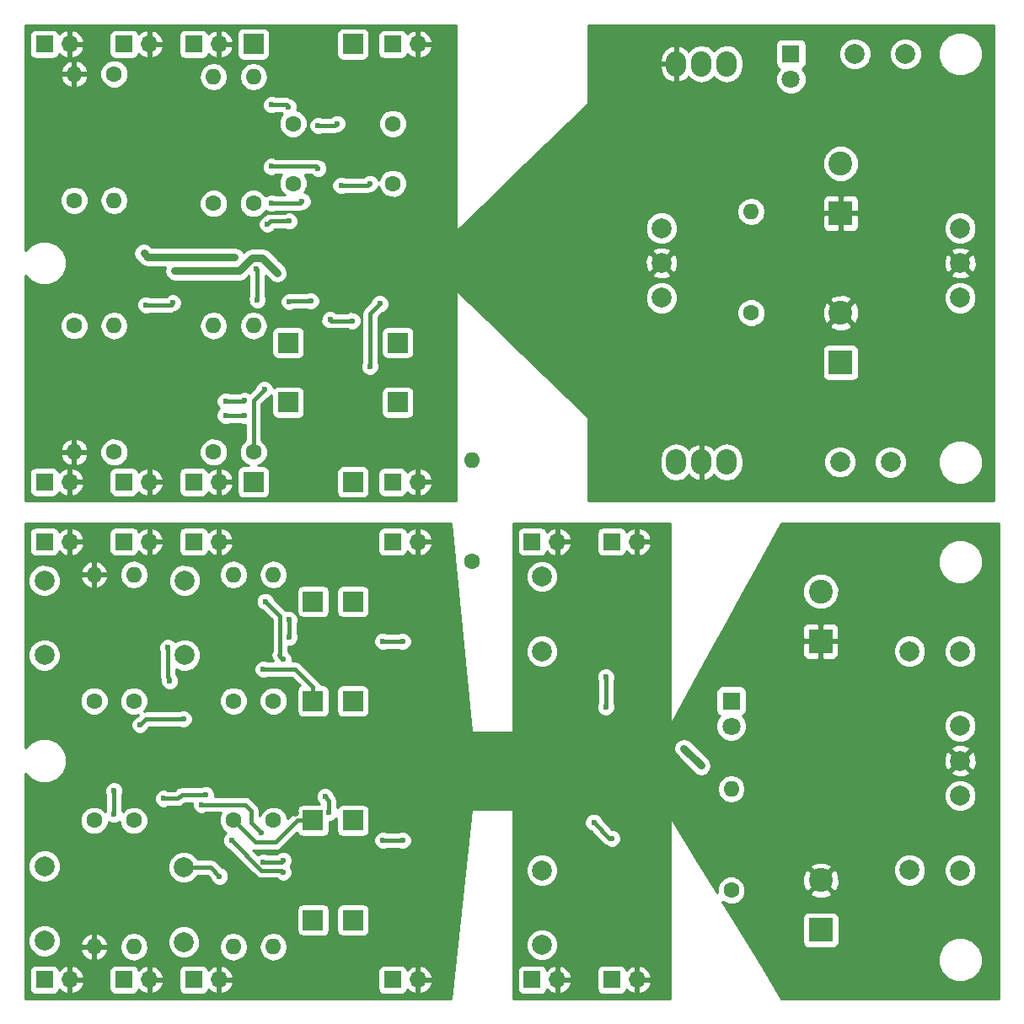
<source format=gbl>
G04 #@! TF.FileFunction,Copper,L2,Bot,Signal*
%FSLAX46Y46*%
G04 Gerber Fmt 4.6, Leading zero omitted, Abs format (unit mm)*
G04 Created by KiCad (PCBNEW 4.0.7) date 03/05/18 22:52:48*
%MOMM*%
%LPD*%
G01*
G04 APERTURE LIST*
%ADD10C,0.100000*%
%ADD11R,2.400000X2.400000*%
%ADD12C,2.400000*%
%ADD13C,1.600000*%
%ADD14R,1.998980X1.998980*%
%ADD15R,1.700000X1.700000*%
%ADD16O,1.700000X1.700000*%
%ADD17C,1.998980*%
%ADD18O,1.600000X1.600000*%
%ADD19C,2.000000*%
%ADD20R,1.800000X1.800000*%
%ADD21C,1.800000*%
%ADD22O,2.032000X2.540000*%
%ADD23C,0.600000*%
%ADD24C,0.800000*%
%ADD25C,0.400000*%
%ADD26C,0.254000*%
G04 APERTURE END LIST*
D10*
D11*
X178000000Y-187500000D03*
D12*
X178000000Y-182500000D03*
D11*
X178000000Y-158500000D03*
D12*
X178000000Y-153500000D03*
D13*
X125000000Y-106500000D03*
X135000000Y-106500000D03*
D14*
X124498360Y-134500000D03*
X135501640Y-134500000D03*
D13*
X125000000Y-112500000D03*
X135000000Y-112500000D03*
D14*
X135501640Y-128500000D03*
X124498360Y-128500000D03*
D15*
X100000000Y-192500000D03*
D16*
X102540000Y-192500000D03*
D15*
X100000000Y-148500000D03*
D16*
X102540000Y-148500000D03*
D15*
X108000000Y-192500000D03*
D16*
X110540000Y-192500000D03*
D15*
X108000000Y-148500000D03*
D16*
X110540000Y-148500000D03*
D17*
X192000000Y-170500000D03*
X192000000Y-174000120D03*
X192000000Y-166999880D03*
D15*
X115000000Y-192500000D03*
D16*
X117540000Y-192500000D03*
D15*
X115000000Y-148500000D03*
D16*
X117540000Y-148500000D03*
D15*
X135000000Y-192500000D03*
D16*
X137540000Y-192500000D03*
D15*
X135000000Y-148500000D03*
D16*
X137540000Y-148500000D03*
D15*
X100000000Y-98500000D03*
D16*
X102540000Y-98500000D03*
D15*
X100000000Y-142500000D03*
D16*
X102540000Y-142500000D03*
D15*
X108000000Y-98500000D03*
D16*
X110540000Y-98500000D03*
D15*
X108000000Y-142500000D03*
D16*
X110540000Y-142500000D03*
D15*
X115000000Y-98500000D03*
D16*
X117540000Y-98500000D03*
D15*
X115000000Y-142500000D03*
D16*
X117540000Y-142500000D03*
D15*
X135000000Y-98500000D03*
D16*
X137540000Y-98500000D03*
D15*
X135000000Y-142500000D03*
D16*
X137540000Y-142500000D03*
D13*
X105000000Y-176500000D03*
D18*
X105000000Y-189200000D03*
D13*
X105000000Y-164500000D03*
D18*
X105000000Y-151800000D03*
D13*
X123000000Y-176500000D03*
D18*
X123000000Y-189200000D03*
D13*
X123000000Y-164500000D03*
D18*
X123000000Y-151800000D03*
D13*
X109000000Y-176500000D03*
D18*
X109000000Y-189200000D03*
D13*
X109000000Y-164500000D03*
D18*
X109000000Y-151800000D03*
D13*
X119000000Y-176500000D03*
D18*
X119000000Y-189200000D03*
D13*
X119000000Y-164500000D03*
D18*
X119000000Y-151800000D03*
D14*
X131000000Y-176498740D03*
X131000000Y-186501260D03*
X131000000Y-154498740D03*
X131000000Y-164501260D03*
D13*
X103000000Y-114200000D03*
D18*
X103000000Y-101500000D03*
D13*
X103000000Y-126800000D03*
D18*
X103000000Y-139500000D03*
D13*
X107000000Y-101500000D03*
D18*
X107000000Y-114200000D03*
D13*
X107000000Y-139500000D03*
D18*
X107000000Y-126800000D03*
D13*
X117000000Y-114500000D03*
D18*
X117000000Y-101800000D03*
D13*
X117000000Y-139500000D03*
D18*
X117000000Y-126800000D03*
D14*
X131001260Y-98500000D03*
X120998740Y-98500000D03*
X131001260Y-142500000D03*
X120998740Y-142500000D03*
D13*
X121000000Y-114500000D03*
D18*
X121000000Y-101800000D03*
D13*
X121000000Y-139500000D03*
D18*
X121000000Y-126800000D03*
D11*
X180000000Y-130500000D03*
D12*
X180000000Y-125500000D03*
D11*
X180000000Y-115500000D03*
D12*
X180000000Y-110500000D03*
D17*
X192000000Y-120500000D03*
X192000000Y-124000120D03*
X192000000Y-116999880D03*
D19*
X185000000Y-140500000D03*
X179920000Y-140490000D03*
X186500000Y-99500000D03*
X181420000Y-99490000D03*
D20*
X175000000Y-99500000D03*
D21*
X175000000Y-102040000D03*
D13*
X171000000Y-125500000D03*
D18*
X171000000Y-115340000D03*
D19*
X100000000Y-181100000D03*
X100000000Y-188600000D03*
X100000000Y-159900000D03*
X100000000Y-152400000D03*
X114000000Y-188700000D03*
X114000000Y-181200000D03*
X114100000Y-152400000D03*
X114100000Y-159900000D03*
D14*
X127000000Y-186501260D03*
X127000000Y-176498740D03*
X127000000Y-164501260D03*
X127000000Y-154498740D03*
D19*
X150000000Y-181500000D03*
X150000000Y-189000000D03*
X150000000Y-159500000D03*
X150000000Y-152000000D03*
D15*
X149000000Y-192500000D03*
D16*
X151540000Y-192500000D03*
D15*
X149000000Y-148500000D03*
D16*
X151540000Y-148500000D03*
D15*
X157000000Y-192500000D03*
D16*
X159540000Y-192500000D03*
D15*
X157000000Y-148500000D03*
D16*
X159540000Y-148500000D03*
D20*
X169000000Y-164500000D03*
D21*
X169000000Y-167040000D03*
D19*
X192000000Y-181500000D03*
X186920000Y-181490000D03*
X192000000Y-159500000D03*
X186920000Y-159490000D03*
D13*
X169000000Y-183500000D03*
D18*
X169000000Y-173340000D03*
D17*
X162000000Y-120500000D03*
X162000000Y-116999880D03*
X162000000Y-124000120D03*
D22*
X166000000Y-140500000D03*
X163460000Y-140500000D03*
X168540000Y-140500000D03*
X166000000Y-100500000D03*
X168540000Y-100500000D03*
X163460000Y-100500000D03*
D13*
X143000000Y-150500000D03*
D18*
X143000000Y-140340000D03*
D23*
X166000000Y-171000000D03*
X164250000Y-169250000D03*
X158400000Y-176300000D03*
X159540000Y-165560000D03*
X141000000Y-165500000D03*
X177000000Y-170500000D03*
X125185002Y-175700000D03*
X127000000Y-166500000D03*
X133600000Y-166500000D03*
X132200000Y-174700000D03*
X140200000Y-175100000D03*
X120400000Y-124500000D03*
X121700000Y-118900000D03*
X129200000Y-116500000D03*
X128300000Y-124400000D03*
X136900000Y-116100000D03*
X135600000Y-123900000D03*
X117600000Y-182100000D03*
X122000000Y-180700000D03*
X124000000Y-180500000D03*
X124600000Y-158100000D03*
X124600000Y-156300000D03*
X122200000Y-154500000D03*
X124000000Y-160300000D03*
X118800000Y-178500000D03*
X124000000Y-181700000D03*
X128200000Y-174100000D03*
X128600000Y-175700000D03*
X122000000Y-161300000D03*
X107000000Y-175900000D03*
X107000000Y-173500000D03*
X112600000Y-162500000D03*
X112400000Y-159100000D03*
X115800000Y-174900000D03*
X121800000Y-177700000D03*
X112000000Y-174300000D03*
X116200000Y-173900000D03*
X114000000Y-166300000D03*
X109600000Y-166900000D03*
X136000000Y-178500000D03*
X134000000Y-178500000D03*
X136000000Y-158500000D03*
X134000000Y-158500000D03*
X110200000Y-124700000D03*
X112900000Y-124500000D03*
X113100000Y-121300000D03*
X123400000Y-121500000D03*
X119100000Y-119900000D03*
X110000000Y-119500000D03*
X122800000Y-104600000D03*
X124500000Y-104800000D03*
X127500000Y-106700000D03*
X129400000Y-106500000D03*
X122800000Y-110800000D03*
X127500000Y-111000000D03*
X118200000Y-134400000D03*
X120100000Y-134300000D03*
X120100000Y-135800000D03*
X118200000Y-135800000D03*
X132700000Y-130900000D03*
X133700000Y-124600000D03*
X124600000Y-116300000D03*
X122400000Y-116600000D03*
X122800000Y-114500000D03*
X125900000Y-114300000D03*
X129800000Y-112700000D03*
X132700000Y-112500000D03*
X130900000Y-126300000D03*
X128700000Y-126200000D03*
X126800000Y-124300000D03*
X124600000Y-124400000D03*
X121400000Y-124200000D03*
X121300000Y-121100000D03*
X122100000Y-133200000D03*
X157000000Y-178300000D03*
X155200000Y-176700000D03*
X156400000Y-162100000D03*
X156400000Y-165100000D03*
D24*
X164250000Y-169250000D02*
X166000000Y-171000000D01*
X159540000Y-165560000D02*
X159600000Y-165500000D01*
X125185002Y-175700000D02*
X125200000Y-175700000D01*
D25*
X116700000Y-181200000D02*
X114000000Y-181200000D01*
X117600000Y-182100000D02*
X116700000Y-181200000D01*
X123800000Y-180700000D02*
X122000000Y-180700000D01*
X124000000Y-180500000D02*
X123800000Y-180700000D01*
X124600000Y-156300000D02*
X124600000Y-158100000D01*
X123700000Y-160000000D02*
X123700000Y-156000000D01*
X123700000Y-156000000D02*
X122200000Y-154500000D01*
X124000000Y-160300000D02*
X123700000Y-160000000D01*
X123700000Y-160000000D02*
X123600000Y-159900000D01*
X118800000Y-178500000D02*
X121800000Y-181500000D01*
X121800000Y-181500000D02*
X123800000Y-181500000D01*
X123800000Y-181500000D02*
X124000000Y-181700000D01*
X128200000Y-174100000D02*
X128600000Y-174500000D01*
X128600000Y-174500000D02*
X128600000Y-175700000D01*
X127000000Y-176498740D02*
X125401260Y-176498740D01*
X121200000Y-178700000D02*
X119000000Y-176500000D01*
X123200000Y-178700000D02*
X121200000Y-178700000D01*
X125401260Y-176498740D02*
X123200000Y-178700000D01*
X127000000Y-164501260D02*
X127000000Y-163100000D01*
X125200000Y-161300000D02*
X122000000Y-161300000D01*
X127000000Y-163100000D02*
X125200000Y-161300000D01*
X107000000Y-173500000D02*
X107000000Y-175900000D01*
X112400000Y-162100000D02*
X112400000Y-159100000D01*
X112600000Y-162300000D02*
X112400000Y-162100000D01*
X120200000Y-174900000D02*
X115800000Y-174900000D01*
X120800000Y-175500000D02*
X120200000Y-174900000D01*
X120800000Y-176700000D02*
X120800000Y-175500000D01*
X121800000Y-177700000D02*
X120800000Y-176700000D01*
X113400000Y-174300000D02*
X112000000Y-174300000D01*
X113800000Y-173900000D02*
X113400000Y-174300000D01*
X116200000Y-173900000D02*
X113800000Y-173900000D01*
X110200000Y-166300000D02*
X114000000Y-166300000D01*
X109600000Y-166900000D02*
X110200000Y-166300000D01*
X134000000Y-178500000D02*
X136000000Y-178500000D01*
X134000000Y-158500000D02*
X136000000Y-158500000D01*
X112700000Y-124700000D02*
X110200000Y-124700000D01*
X112900000Y-124500000D02*
X112700000Y-124700000D01*
D24*
X119600000Y-121300000D02*
X113100000Y-121300000D01*
X120900000Y-120000000D02*
X119600000Y-121300000D01*
X121900000Y-120000000D02*
X120900000Y-120000000D01*
X123400000Y-121500000D02*
X121900000Y-120000000D01*
X110400000Y-119900000D02*
X119100000Y-119900000D01*
X110000000Y-119500000D02*
X110400000Y-119900000D01*
D25*
X124300000Y-104600000D02*
X122800000Y-104600000D01*
X124500000Y-104800000D02*
X124300000Y-104600000D01*
X129200000Y-106700000D02*
X127500000Y-106700000D01*
X129400000Y-106500000D02*
X129200000Y-106700000D01*
X127300000Y-110800000D02*
X122800000Y-110800000D01*
X127500000Y-111000000D02*
X127300000Y-110800000D01*
X120000000Y-134400000D02*
X118200000Y-134400000D01*
X120100000Y-134300000D02*
X120000000Y-134400000D01*
X118200000Y-135800000D02*
X120100000Y-135800000D01*
X132700000Y-125600000D02*
X132700000Y-130900000D01*
X133700000Y-124600000D02*
X132700000Y-125600000D01*
X122700000Y-116300000D02*
X124600000Y-116300000D01*
X122400000Y-116600000D02*
X122700000Y-116300000D01*
X125700000Y-114500000D02*
X122800000Y-114500000D01*
X125900000Y-114300000D02*
X125700000Y-114500000D01*
X132500000Y-112700000D02*
X129800000Y-112700000D01*
X132700000Y-112500000D02*
X132500000Y-112700000D01*
X128800000Y-126300000D02*
X130900000Y-126300000D01*
X128700000Y-126200000D02*
X128800000Y-126300000D01*
X124700000Y-124300000D02*
X126800000Y-124300000D01*
X124600000Y-124400000D02*
X124700000Y-124300000D01*
X121400000Y-121200000D02*
X121400000Y-124200000D01*
X121300000Y-121100000D02*
X121400000Y-121200000D01*
X121000000Y-134300000D02*
X121000000Y-139500000D01*
X122100000Y-133200000D02*
X121000000Y-134300000D01*
X156800000Y-178300000D02*
X157000000Y-178300000D01*
X155200000Y-176700000D02*
X156800000Y-178300000D01*
X156400000Y-165100000D02*
X156400000Y-162100000D01*
D26*
G36*
X142873572Y-167512041D02*
X142888217Y-167560280D01*
X142920476Y-167599020D01*
X142965266Y-167622158D01*
X143000000Y-167627000D01*
X147000000Y-167627000D01*
X147049410Y-167616994D01*
X147091035Y-167588553D01*
X147118315Y-167546159D01*
X147127000Y-167500000D01*
X147127000Y-162285167D01*
X155464838Y-162285167D01*
X155565000Y-162527578D01*
X155565000Y-164672766D01*
X155465162Y-164913201D01*
X155464838Y-165285167D01*
X155606883Y-165628943D01*
X155869673Y-165892192D01*
X156213201Y-166034838D01*
X156585167Y-166035162D01*
X156928943Y-165893117D01*
X157192192Y-165630327D01*
X157334838Y-165286799D01*
X157335162Y-164914833D01*
X157235000Y-164672422D01*
X157235000Y-162527234D01*
X157334838Y-162286799D01*
X157335162Y-161914833D01*
X157193117Y-161571057D01*
X156930327Y-161307808D01*
X156586799Y-161165162D01*
X156214833Y-161164838D01*
X155871057Y-161306883D01*
X155607808Y-161569673D01*
X155465162Y-161913201D01*
X155464838Y-162285167D01*
X147127000Y-162285167D01*
X147127000Y-159823795D01*
X148364716Y-159823795D01*
X148613106Y-160424943D01*
X149072637Y-160885278D01*
X149673352Y-161134716D01*
X150323795Y-161135284D01*
X150924943Y-160886894D01*
X151385278Y-160427363D01*
X151634716Y-159826648D01*
X151635284Y-159176205D01*
X151386894Y-158575057D01*
X150927363Y-158114722D01*
X150326648Y-157865284D01*
X149676205Y-157864716D01*
X149075057Y-158113106D01*
X148614722Y-158572637D01*
X148365284Y-159173352D01*
X148364716Y-159823795D01*
X147127000Y-159823795D01*
X147127000Y-152323795D01*
X148364716Y-152323795D01*
X148613106Y-152924943D01*
X149072637Y-153385278D01*
X149673352Y-153634716D01*
X150323795Y-153635284D01*
X150924943Y-153386894D01*
X151385278Y-152927363D01*
X151634716Y-152326648D01*
X151635284Y-151676205D01*
X151386894Y-151075057D01*
X150927363Y-150614722D01*
X150326648Y-150365284D01*
X149676205Y-150364716D01*
X149075057Y-150613106D01*
X148614722Y-151072637D01*
X148365284Y-151673352D01*
X148364716Y-152323795D01*
X147127000Y-152323795D01*
X147127000Y-147650000D01*
X147502560Y-147650000D01*
X147502560Y-149350000D01*
X147546838Y-149585317D01*
X147685910Y-149801441D01*
X147898110Y-149946431D01*
X148150000Y-149997440D01*
X149850000Y-149997440D01*
X150085317Y-149953162D01*
X150301441Y-149814090D01*
X150446431Y-149601890D01*
X150468301Y-149493893D01*
X150773076Y-149771645D01*
X151183110Y-149941476D01*
X151413000Y-149820155D01*
X151413000Y-148627000D01*
X151667000Y-148627000D01*
X151667000Y-149820155D01*
X151896890Y-149941476D01*
X152306924Y-149771645D01*
X152735183Y-149381358D01*
X152981486Y-148856892D01*
X152860819Y-148627000D01*
X151667000Y-148627000D01*
X151413000Y-148627000D01*
X151393000Y-148627000D01*
X151393000Y-148373000D01*
X151413000Y-148373000D01*
X151413000Y-147179845D01*
X151667000Y-147179845D01*
X151667000Y-148373000D01*
X152860819Y-148373000D01*
X152981486Y-148143108D01*
X152749910Y-147650000D01*
X155502560Y-147650000D01*
X155502560Y-149350000D01*
X155546838Y-149585317D01*
X155685910Y-149801441D01*
X155898110Y-149946431D01*
X156150000Y-149997440D01*
X157850000Y-149997440D01*
X158085317Y-149953162D01*
X158301441Y-149814090D01*
X158446431Y-149601890D01*
X158468301Y-149493893D01*
X158773076Y-149771645D01*
X159183110Y-149941476D01*
X159413000Y-149820155D01*
X159413000Y-148627000D01*
X159667000Y-148627000D01*
X159667000Y-149820155D01*
X159896890Y-149941476D01*
X160306924Y-149771645D01*
X160735183Y-149381358D01*
X160981486Y-148856892D01*
X160860819Y-148627000D01*
X159667000Y-148627000D01*
X159413000Y-148627000D01*
X159393000Y-148627000D01*
X159393000Y-148373000D01*
X159413000Y-148373000D01*
X159413000Y-147179845D01*
X159667000Y-147179845D01*
X159667000Y-148373000D01*
X160860819Y-148373000D01*
X160981486Y-148143108D01*
X160735183Y-147618642D01*
X160306924Y-147228355D01*
X159896890Y-147058524D01*
X159667000Y-147179845D01*
X159413000Y-147179845D01*
X159183110Y-147058524D01*
X158773076Y-147228355D01*
X158470063Y-147504501D01*
X158453162Y-147414683D01*
X158314090Y-147198559D01*
X158101890Y-147053569D01*
X157850000Y-147002560D01*
X156150000Y-147002560D01*
X155914683Y-147046838D01*
X155698559Y-147185910D01*
X155553569Y-147398110D01*
X155502560Y-147650000D01*
X152749910Y-147650000D01*
X152735183Y-147618642D01*
X152306924Y-147228355D01*
X151896890Y-147058524D01*
X151667000Y-147179845D01*
X151413000Y-147179845D01*
X151183110Y-147058524D01*
X150773076Y-147228355D01*
X150470063Y-147504501D01*
X150453162Y-147414683D01*
X150314090Y-147198559D01*
X150101890Y-147053569D01*
X149850000Y-147002560D01*
X148150000Y-147002560D01*
X147914683Y-147046838D01*
X147698559Y-147185910D01*
X147553569Y-147398110D01*
X147502560Y-147650000D01*
X147127000Y-147650000D01*
X147127000Y-146627000D01*
X162873000Y-146627000D01*
X162873000Y-166500000D01*
X162883006Y-166549410D01*
X162911447Y-166591035D01*
X162953841Y-166618315D01*
X163003509Y-166626952D01*
X163052623Y-166615584D01*
X163093446Y-166586005D01*
X163111279Y-166561204D01*
X164739941Y-163600000D01*
X167452560Y-163600000D01*
X167452560Y-165400000D01*
X167496838Y-165635317D01*
X167635910Y-165851441D01*
X167848110Y-165996431D01*
X167868534Y-166000567D01*
X167699449Y-166169357D01*
X167465267Y-166733330D01*
X167464735Y-167343991D01*
X167697932Y-167908371D01*
X168129357Y-168340551D01*
X168693330Y-168574733D01*
X169303991Y-168575265D01*
X169868371Y-168342068D01*
X170300551Y-167910643D01*
X170534733Y-167346670D01*
X170534753Y-167323574D01*
X190365226Y-167323574D01*
X190613538Y-167924535D01*
X191072927Y-168384726D01*
X191673453Y-168634086D01*
X192323694Y-168634654D01*
X192924655Y-168386342D01*
X193384846Y-167926953D01*
X193634206Y-167326427D01*
X193634774Y-166676186D01*
X193386462Y-166075225D01*
X192927073Y-165615034D01*
X192326547Y-165365674D01*
X191676306Y-165365106D01*
X191075345Y-165613418D01*
X190615154Y-166072807D01*
X190365794Y-166673333D01*
X190365226Y-167323574D01*
X170534753Y-167323574D01*
X170535265Y-166736009D01*
X170302068Y-166171629D01*
X170134120Y-166003387D01*
X170135317Y-166003162D01*
X170351441Y-165864090D01*
X170496431Y-165651890D01*
X170547440Y-165400000D01*
X170547440Y-163600000D01*
X170503162Y-163364683D01*
X170364090Y-163148559D01*
X170151890Y-163003569D01*
X169900000Y-162952560D01*
X168100000Y-162952560D01*
X167864683Y-162996838D01*
X167648559Y-163135910D01*
X167503569Y-163348110D01*
X167452560Y-163600000D01*
X164739941Y-163600000D01*
X167387778Y-158785750D01*
X176165000Y-158785750D01*
X176165000Y-159826309D01*
X176261673Y-160059698D01*
X176440301Y-160238327D01*
X176673690Y-160335000D01*
X177714250Y-160335000D01*
X177873000Y-160176250D01*
X177873000Y-158627000D01*
X178127000Y-158627000D01*
X178127000Y-160176250D01*
X178285750Y-160335000D01*
X179326310Y-160335000D01*
X179559699Y-160238327D01*
X179738327Y-160059698D01*
X179835000Y-159826309D01*
X179835000Y-159813795D01*
X185284716Y-159813795D01*
X185533106Y-160414943D01*
X185992637Y-160875278D01*
X186593352Y-161124716D01*
X187243795Y-161125284D01*
X187844943Y-160876894D01*
X188305278Y-160417363D01*
X188551748Y-159823795D01*
X190364716Y-159823795D01*
X190613106Y-160424943D01*
X191072637Y-160885278D01*
X191673352Y-161134716D01*
X192323795Y-161135284D01*
X192924943Y-160886894D01*
X193385278Y-160427363D01*
X193634716Y-159826648D01*
X193635284Y-159176205D01*
X193386894Y-158575057D01*
X192927363Y-158114722D01*
X192326648Y-157865284D01*
X191676205Y-157864716D01*
X191075057Y-158113106D01*
X190614722Y-158572637D01*
X190365284Y-159173352D01*
X190364716Y-159823795D01*
X188551748Y-159823795D01*
X188554716Y-159816648D01*
X188555284Y-159166205D01*
X188306894Y-158565057D01*
X187847363Y-158104722D01*
X187246648Y-157855284D01*
X186596205Y-157854716D01*
X185995057Y-158103106D01*
X185534722Y-158562637D01*
X185285284Y-159163352D01*
X185284716Y-159813795D01*
X179835000Y-159813795D01*
X179835000Y-158785750D01*
X179676250Y-158627000D01*
X178127000Y-158627000D01*
X177873000Y-158627000D01*
X176323750Y-158627000D01*
X176165000Y-158785750D01*
X167387778Y-158785750D01*
X168274410Y-157173691D01*
X176165000Y-157173691D01*
X176165000Y-158214250D01*
X176323750Y-158373000D01*
X177873000Y-158373000D01*
X177873000Y-156823750D01*
X178127000Y-156823750D01*
X178127000Y-158373000D01*
X179676250Y-158373000D01*
X179835000Y-158214250D01*
X179835000Y-157173691D01*
X179738327Y-156940302D01*
X179559699Y-156761673D01*
X179326310Y-156665000D01*
X178285750Y-156665000D01*
X178127000Y-156823750D01*
X177873000Y-156823750D01*
X177714250Y-156665000D01*
X176673690Y-156665000D01*
X176440301Y-156761673D01*
X176261673Y-156940302D01*
X176165000Y-157173691D01*
X168274410Y-157173691D01*
X170095069Y-153863403D01*
X176164682Y-153863403D01*
X176443455Y-154538086D01*
X176959199Y-155054730D01*
X177633395Y-155334681D01*
X178363403Y-155335318D01*
X179038086Y-155056545D01*
X179554730Y-154540801D01*
X179834681Y-153866605D01*
X179835318Y-153136597D01*
X179556545Y-152461914D01*
X179040801Y-151945270D01*
X178366605Y-151665319D01*
X177636597Y-151664682D01*
X176961914Y-151943455D01*
X176445270Y-152459199D01*
X176165319Y-153133395D01*
X176164682Y-153863403D01*
X170095069Y-153863403D01*
X171701500Y-150942619D01*
X189764613Y-150942619D01*
X190104155Y-151764372D01*
X190732321Y-152393636D01*
X191553481Y-152734611D01*
X192442619Y-152735387D01*
X193264372Y-152395845D01*
X193893636Y-151767679D01*
X194234611Y-150946519D01*
X194235387Y-150057381D01*
X193895845Y-149235628D01*
X193267679Y-148606364D01*
X192446519Y-148265389D01*
X191557381Y-148264613D01*
X190735628Y-148604155D01*
X190106364Y-149232321D01*
X189765389Y-150053481D01*
X189764613Y-150942619D01*
X171701500Y-150942619D01*
X174075091Y-146627000D01*
X195873000Y-146627000D01*
X195873000Y-194373000D01*
X174071226Y-194373000D01*
X171974883Y-190942619D01*
X189764613Y-190942619D01*
X190104155Y-191764372D01*
X190732321Y-192393636D01*
X191553481Y-192734611D01*
X192442619Y-192735387D01*
X193264372Y-192395845D01*
X193893636Y-191767679D01*
X194234611Y-190946519D01*
X194235387Y-190057381D01*
X193895845Y-189235628D01*
X193267679Y-188606364D01*
X192446519Y-188265389D01*
X191557381Y-188264613D01*
X190735628Y-188604155D01*
X190106364Y-189232321D01*
X189765389Y-190053481D01*
X189764613Y-190942619D01*
X171974883Y-190942619D01*
X169137727Y-186300000D01*
X176152560Y-186300000D01*
X176152560Y-188700000D01*
X176196838Y-188935317D01*
X176335910Y-189151441D01*
X176548110Y-189296431D01*
X176800000Y-189347440D01*
X179200000Y-189347440D01*
X179435317Y-189303162D01*
X179651441Y-189164090D01*
X179796431Y-188951890D01*
X179847440Y-188700000D01*
X179847440Y-186300000D01*
X179803162Y-186064683D01*
X179664090Y-185848559D01*
X179451890Y-185703569D01*
X179200000Y-185652560D01*
X176800000Y-185652560D01*
X176564683Y-185696838D01*
X176348559Y-185835910D01*
X176203569Y-186048110D01*
X176152560Y-186300000D01*
X169137727Y-186300000D01*
X168143639Y-184673312D01*
X168186077Y-184715824D01*
X168713309Y-184934750D01*
X169284187Y-184935248D01*
X169811800Y-184717243D01*
X170215824Y-184313923D01*
X170430396Y-183797175D01*
X176882430Y-183797175D01*
X177005565Y-184084788D01*
X177687734Y-184344707D01*
X178417443Y-184323786D01*
X178994435Y-184084788D01*
X179117570Y-183797175D01*
X178000000Y-182679605D01*
X176882430Y-183797175D01*
X170430396Y-183797175D01*
X170434750Y-183786691D01*
X170435248Y-183215813D01*
X170217243Y-182688200D01*
X169813923Y-182284176D01*
X169581666Y-182187734D01*
X176155293Y-182187734D01*
X176176214Y-182917443D01*
X176415212Y-183494435D01*
X176702825Y-183617570D01*
X177820395Y-182500000D01*
X178179605Y-182500000D01*
X179297175Y-183617570D01*
X179584788Y-183494435D01*
X179844707Y-182812266D01*
X179823786Y-182082557D01*
X179712462Y-181813795D01*
X185284716Y-181813795D01*
X185533106Y-182414943D01*
X185992637Y-182875278D01*
X186593352Y-183124716D01*
X187243795Y-183125284D01*
X187844943Y-182876894D01*
X188305278Y-182417363D01*
X188551748Y-181823795D01*
X190364716Y-181823795D01*
X190613106Y-182424943D01*
X191072637Y-182885278D01*
X191673352Y-183134716D01*
X192323795Y-183135284D01*
X192924943Y-182886894D01*
X193385278Y-182427363D01*
X193634716Y-181826648D01*
X193635284Y-181176205D01*
X193386894Y-180575057D01*
X192927363Y-180114722D01*
X192326648Y-179865284D01*
X191676205Y-179864716D01*
X191075057Y-180113106D01*
X190614722Y-180572637D01*
X190365284Y-181173352D01*
X190364716Y-181823795D01*
X188551748Y-181823795D01*
X188554716Y-181816648D01*
X188555284Y-181166205D01*
X188306894Y-180565057D01*
X187847363Y-180104722D01*
X187246648Y-179855284D01*
X186596205Y-179854716D01*
X185995057Y-180103106D01*
X185534722Y-180562637D01*
X185285284Y-181163352D01*
X185284716Y-181813795D01*
X179712462Y-181813795D01*
X179584788Y-181505565D01*
X179297175Y-181382430D01*
X178179605Y-182500000D01*
X177820395Y-182500000D01*
X176702825Y-181382430D01*
X176415212Y-181505565D01*
X176155293Y-182187734D01*
X169581666Y-182187734D01*
X169286691Y-182065250D01*
X168715813Y-182064752D01*
X168188200Y-182282757D01*
X167784176Y-182686077D01*
X167565250Y-183213309D01*
X167564803Y-183726125D01*
X166022787Y-181202825D01*
X176882430Y-181202825D01*
X178000000Y-182320395D01*
X179117570Y-181202825D01*
X178994435Y-180915212D01*
X178312266Y-180655293D01*
X177582557Y-180676214D01*
X177005565Y-180915212D01*
X176882430Y-181202825D01*
X166022787Y-181202825D01*
X163108367Y-176433776D01*
X163074064Y-176396833D01*
X163028091Y-176376146D01*
X162977692Y-176374975D01*
X162930807Y-176393504D01*
X162894826Y-176428814D01*
X162873000Y-176500000D01*
X162873000Y-194373000D01*
X147127000Y-194373000D01*
X147127000Y-191650000D01*
X147502560Y-191650000D01*
X147502560Y-193350000D01*
X147546838Y-193585317D01*
X147685910Y-193801441D01*
X147898110Y-193946431D01*
X148150000Y-193997440D01*
X149850000Y-193997440D01*
X150085317Y-193953162D01*
X150301441Y-193814090D01*
X150446431Y-193601890D01*
X150468301Y-193493893D01*
X150773076Y-193771645D01*
X151183110Y-193941476D01*
X151413000Y-193820155D01*
X151413000Y-192627000D01*
X151667000Y-192627000D01*
X151667000Y-193820155D01*
X151896890Y-193941476D01*
X152306924Y-193771645D01*
X152735183Y-193381358D01*
X152981486Y-192856892D01*
X152860819Y-192627000D01*
X151667000Y-192627000D01*
X151413000Y-192627000D01*
X151393000Y-192627000D01*
X151393000Y-192373000D01*
X151413000Y-192373000D01*
X151413000Y-191179845D01*
X151667000Y-191179845D01*
X151667000Y-192373000D01*
X152860819Y-192373000D01*
X152981486Y-192143108D01*
X152749910Y-191650000D01*
X155502560Y-191650000D01*
X155502560Y-193350000D01*
X155546838Y-193585317D01*
X155685910Y-193801441D01*
X155898110Y-193946431D01*
X156150000Y-193997440D01*
X157850000Y-193997440D01*
X158085317Y-193953162D01*
X158301441Y-193814090D01*
X158446431Y-193601890D01*
X158468301Y-193493893D01*
X158773076Y-193771645D01*
X159183110Y-193941476D01*
X159413000Y-193820155D01*
X159413000Y-192627000D01*
X159667000Y-192627000D01*
X159667000Y-193820155D01*
X159896890Y-193941476D01*
X160306924Y-193771645D01*
X160735183Y-193381358D01*
X160981486Y-192856892D01*
X160860819Y-192627000D01*
X159667000Y-192627000D01*
X159413000Y-192627000D01*
X159393000Y-192627000D01*
X159393000Y-192373000D01*
X159413000Y-192373000D01*
X159413000Y-191179845D01*
X159667000Y-191179845D01*
X159667000Y-192373000D01*
X160860819Y-192373000D01*
X160981486Y-192143108D01*
X160735183Y-191618642D01*
X160306924Y-191228355D01*
X159896890Y-191058524D01*
X159667000Y-191179845D01*
X159413000Y-191179845D01*
X159183110Y-191058524D01*
X158773076Y-191228355D01*
X158470063Y-191504501D01*
X158453162Y-191414683D01*
X158314090Y-191198559D01*
X158101890Y-191053569D01*
X157850000Y-191002560D01*
X156150000Y-191002560D01*
X155914683Y-191046838D01*
X155698559Y-191185910D01*
X155553569Y-191398110D01*
X155502560Y-191650000D01*
X152749910Y-191650000D01*
X152735183Y-191618642D01*
X152306924Y-191228355D01*
X151896890Y-191058524D01*
X151667000Y-191179845D01*
X151413000Y-191179845D01*
X151183110Y-191058524D01*
X150773076Y-191228355D01*
X150470063Y-191504501D01*
X150453162Y-191414683D01*
X150314090Y-191198559D01*
X150101890Y-191053569D01*
X149850000Y-191002560D01*
X148150000Y-191002560D01*
X147914683Y-191046838D01*
X147698559Y-191185910D01*
X147553569Y-191398110D01*
X147502560Y-191650000D01*
X147127000Y-191650000D01*
X147127000Y-189323795D01*
X148364716Y-189323795D01*
X148613106Y-189924943D01*
X149072637Y-190385278D01*
X149673352Y-190634716D01*
X150323795Y-190635284D01*
X150924943Y-190386894D01*
X151385278Y-189927363D01*
X151634716Y-189326648D01*
X151635284Y-188676205D01*
X151386894Y-188075057D01*
X150927363Y-187614722D01*
X150326648Y-187365284D01*
X149676205Y-187364716D01*
X149075057Y-187613106D01*
X148614722Y-188072637D01*
X148365284Y-188673352D01*
X148364716Y-189323795D01*
X147127000Y-189323795D01*
X147127000Y-181823795D01*
X148364716Y-181823795D01*
X148613106Y-182424943D01*
X149072637Y-182885278D01*
X149673352Y-183134716D01*
X150323795Y-183135284D01*
X150924943Y-182886894D01*
X151385278Y-182427363D01*
X151634716Y-181826648D01*
X151635284Y-181176205D01*
X151386894Y-180575057D01*
X150927363Y-180114722D01*
X150326648Y-179865284D01*
X149676205Y-179864716D01*
X149075057Y-180113106D01*
X148614722Y-180572637D01*
X148365284Y-181173352D01*
X148364716Y-181823795D01*
X147127000Y-181823795D01*
X147127000Y-176885167D01*
X154264838Y-176885167D01*
X154406883Y-177228943D01*
X154669673Y-177492192D01*
X154911910Y-177592778D01*
X156209566Y-178890434D01*
X156385853Y-179008225D01*
X156469673Y-179092192D01*
X156813201Y-179234838D01*
X157185167Y-179235162D01*
X157528943Y-179093117D01*
X157792192Y-178830327D01*
X157934838Y-178486799D01*
X157935162Y-178114833D01*
X157793117Y-177771057D01*
X157530327Y-177507808D01*
X157186799Y-177365162D01*
X157045907Y-177365039D01*
X156092535Y-176411667D01*
X155993117Y-176171057D01*
X155730327Y-175907808D01*
X155386799Y-175765162D01*
X155014833Y-175764838D01*
X154671057Y-175906883D01*
X154407808Y-176169673D01*
X154265162Y-176513201D01*
X154264838Y-176885167D01*
X147127000Y-176885167D01*
X147127000Y-175500000D01*
X147116994Y-175450590D01*
X147088553Y-175408965D01*
X147046159Y-175381685D01*
X147000000Y-175373000D01*
X143000000Y-175373000D01*
X142950590Y-175383006D01*
X142908965Y-175411447D01*
X142881685Y-175453841D01*
X142873698Y-175486705D01*
X140885667Y-194373000D01*
X98127000Y-194373000D01*
X98127000Y-191650000D01*
X98502560Y-191650000D01*
X98502560Y-193350000D01*
X98546838Y-193585317D01*
X98685910Y-193801441D01*
X98898110Y-193946431D01*
X99150000Y-193997440D01*
X100850000Y-193997440D01*
X101085317Y-193953162D01*
X101301441Y-193814090D01*
X101446431Y-193601890D01*
X101468301Y-193493893D01*
X101773076Y-193771645D01*
X102183110Y-193941476D01*
X102413000Y-193820155D01*
X102413000Y-192627000D01*
X102667000Y-192627000D01*
X102667000Y-193820155D01*
X102896890Y-193941476D01*
X103306924Y-193771645D01*
X103735183Y-193381358D01*
X103981486Y-192856892D01*
X103860819Y-192627000D01*
X102667000Y-192627000D01*
X102413000Y-192627000D01*
X102393000Y-192627000D01*
X102393000Y-192373000D01*
X102413000Y-192373000D01*
X102413000Y-191179845D01*
X102667000Y-191179845D01*
X102667000Y-192373000D01*
X103860819Y-192373000D01*
X103981486Y-192143108D01*
X103749910Y-191650000D01*
X106502560Y-191650000D01*
X106502560Y-193350000D01*
X106546838Y-193585317D01*
X106685910Y-193801441D01*
X106898110Y-193946431D01*
X107150000Y-193997440D01*
X108850000Y-193997440D01*
X109085317Y-193953162D01*
X109301441Y-193814090D01*
X109446431Y-193601890D01*
X109468301Y-193493893D01*
X109773076Y-193771645D01*
X110183110Y-193941476D01*
X110413000Y-193820155D01*
X110413000Y-192627000D01*
X110667000Y-192627000D01*
X110667000Y-193820155D01*
X110896890Y-193941476D01*
X111306924Y-193771645D01*
X111735183Y-193381358D01*
X111981486Y-192856892D01*
X111860819Y-192627000D01*
X110667000Y-192627000D01*
X110413000Y-192627000D01*
X110393000Y-192627000D01*
X110393000Y-192373000D01*
X110413000Y-192373000D01*
X110413000Y-191179845D01*
X110667000Y-191179845D01*
X110667000Y-192373000D01*
X111860819Y-192373000D01*
X111981486Y-192143108D01*
X111749910Y-191650000D01*
X113502560Y-191650000D01*
X113502560Y-193350000D01*
X113546838Y-193585317D01*
X113685910Y-193801441D01*
X113898110Y-193946431D01*
X114150000Y-193997440D01*
X115850000Y-193997440D01*
X116085317Y-193953162D01*
X116301441Y-193814090D01*
X116446431Y-193601890D01*
X116468301Y-193493893D01*
X116773076Y-193771645D01*
X117183110Y-193941476D01*
X117413000Y-193820155D01*
X117413000Y-192627000D01*
X117667000Y-192627000D01*
X117667000Y-193820155D01*
X117896890Y-193941476D01*
X118306924Y-193771645D01*
X118735183Y-193381358D01*
X118981486Y-192856892D01*
X118860819Y-192627000D01*
X117667000Y-192627000D01*
X117413000Y-192627000D01*
X117393000Y-192627000D01*
X117393000Y-192373000D01*
X117413000Y-192373000D01*
X117413000Y-191179845D01*
X117667000Y-191179845D01*
X117667000Y-192373000D01*
X118860819Y-192373000D01*
X118981486Y-192143108D01*
X118749910Y-191650000D01*
X133502560Y-191650000D01*
X133502560Y-193350000D01*
X133546838Y-193585317D01*
X133685910Y-193801441D01*
X133898110Y-193946431D01*
X134150000Y-193997440D01*
X135850000Y-193997440D01*
X136085317Y-193953162D01*
X136301441Y-193814090D01*
X136446431Y-193601890D01*
X136468301Y-193493893D01*
X136773076Y-193771645D01*
X137183110Y-193941476D01*
X137413000Y-193820155D01*
X137413000Y-192627000D01*
X137667000Y-192627000D01*
X137667000Y-193820155D01*
X137896890Y-193941476D01*
X138306924Y-193771645D01*
X138735183Y-193381358D01*
X138981486Y-192856892D01*
X138860819Y-192627000D01*
X137667000Y-192627000D01*
X137413000Y-192627000D01*
X137393000Y-192627000D01*
X137393000Y-192373000D01*
X137413000Y-192373000D01*
X137413000Y-191179845D01*
X137667000Y-191179845D01*
X137667000Y-192373000D01*
X138860819Y-192373000D01*
X138981486Y-192143108D01*
X138735183Y-191618642D01*
X138306924Y-191228355D01*
X137896890Y-191058524D01*
X137667000Y-191179845D01*
X137413000Y-191179845D01*
X137183110Y-191058524D01*
X136773076Y-191228355D01*
X136470063Y-191504501D01*
X136453162Y-191414683D01*
X136314090Y-191198559D01*
X136101890Y-191053569D01*
X135850000Y-191002560D01*
X134150000Y-191002560D01*
X133914683Y-191046838D01*
X133698559Y-191185910D01*
X133553569Y-191398110D01*
X133502560Y-191650000D01*
X118749910Y-191650000D01*
X118735183Y-191618642D01*
X118306924Y-191228355D01*
X117896890Y-191058524D01*
X117667000Y-191179845D01*
X117413000Y-191179845D01*
X117183110Y-191058524D01*
X116773076Y-191228355D01*
X116470063Y-191504501D01*
X116453162Y-191414683D01*
X116314090Y-191198559D01*
X116101890Y-191053569D01*
X115850000Y-191002560D01*
X114150000Y-191002560D01*
X113914683Y-191046838D01*
X113698559Y-191185910D01*
X113553569Y-191398110D01*
X113502560Y-191650000D01*
X111749910Y-191650000D01*
X111735183Y-191618642D01*
X111306924Y-191228355D01*
X110896890Y-191058524D01*
X110667000Y-191179845D01*
X110413000Y-191179845D01*
X110183110Y-191058524D01*
X109773076Y-191228355D01*
X109470063Y-191504501D01*
X109453162Y-191414683D01*
X109314090Y-191198559D01*
X109101890Y-191053569D01*
X108850000Y-191002560D01*
X107150000Y-191002560D01*
X106914683Y-191046838D01*
X106698559Y-191185910D01*
X106553569Y-191398110D01*
X106502560Y-191650000D01*
X103749910Y-191650000D01*
X103735183Y-191618642D01*
X103306924Y-191228355D01*
X102896890Y-191058524D01*
X102667000Y-191179845D01*
X102413000Y-191179845D01*
X102183110Y-191058524D01*
X101773076Y-191228355D01*
X101470063Y-191504501D01*
X101453162Y-191414683D01*
X101314090Y-191198559D01*
X101101890Y-191053569D01*
X100850000Y-191002560D01*
X99150000Y-191002560D01*
X98914683Y-191046838D01*
X98698559Y-191185910D01*
X98553569Y-191398110D01*
X98502560Y-191650000D01*
X98127000Y-191650000D01*
X98127000Y-188923795D01*
X98364716Y-188923795D01*
X98613106Y-189524943D01*
X99072637Y-189985278D01*
X99673352Y-190234716D01*
X100323795Y-190235284D01*
X100924943Y-189986894D01*
X101363562Y-189549041D01*
X103608086Y-189549041D01*
X103847611Y-190055134D01*
X104262577Y-190431041D01*
X104650961Y-190591904D01*
X104873000Y-190469915D01*
X104873000Y-189327000D01*
X105127000Y-189327000D01*
X105127000Y-190469915D01*
X105349039Y-190591904D01*
X105737423Y-190431041D01*
X106152389Y-190055134D01*
X106391914Y-189549041D01*
X106270629Y-189327000D01*
X105127000Y-189327000D01*
X104873000Y-189327000D01*
X103729371Y-189327000D01*
X103608086Y-189549041D01*
X101363562Y-189549041D01*
X101385278Y-189527363D01*
X101532884Y-189171887D01*
X107565000Y-189171887D01*
X107565000Y-189228113D01*
X107674233Y-189777264D01*
X107985302Y-190242811D01*
X108450849Y-190553880D01*
X109000000Y-190663113D01*
X109549151Y-190553880D01*
X110014698Y-190242811D01*
X110325767Y-189777264D01*
X110435000Y-189228113D01*
X110435000Y-189171887D01*
X110405543Y-189023795D01*
X112364716Y-189023795D01*
X112613106Y-189624943D01*
X113072637Y-190085278D01*
X113673352Y-190334716D01*
X114323795Y-190335284D01*
X114924943Y-190086894D01*
X115385278Y-189627363D01*
X115574407Y-189171887D01*
X117565000Y-189171887D01*
X117565000Y-189228113D01*
X117674233Y-189777264D01*
X117985302Y-190242811D01*
X118450849Y-190553880D01*
X119000000Y-190663113D01*
X119549151Y-190553880D01*
X120014698Y-190242811D01*
X120325767Y-189777264D01*
X120435000Y-189228113D01*
X120435000Y-189171887D01*
X121565000Y-189171887D01*
X121565000Y-189228113D01*
X121674233Y-189777264D01*
X121985302Y-190242811D01*
X122450849Y-190553880D01*
X123000000Y-190663113D01*
X123549151Y-190553880D01*
X124014698Y-190242811D01*
X124325767Y-189777264D01*
X124435000Y-189228113D01*
X124435000Y-189171887D01*
X124325767Y-188622736D01*
X124014698Y-188157189D01*
X123549151Y-187846120D01*
X123000000Y-187736887D01*
X122450849Y-187846120D01*
X121985302Y-188157189D01*
X121674233Y-188622736D01*
X121565000Y-189171887D01*
X120435000Y-189171887D01*
X120325767Y-188622736D01*
X120014698Y-188157189D01*
X119549151Y-187846120D01*
X119000000Y-187736887D01*
X118450849Y-187846120D01*
X117985302Y-188157189D01*
X117674233Y-188622736D01*
X117565000Y-189171887D01*
X115574407Y-189171887D01*
X115634716Y-189026648D01*
X115635284Y-188376205D01*
X115386894Y-187775057D01*
X114927363Y-187314722D01*
X114326648Y-187065284D01*
X113676205Y-187064716D01*
X113075057Y-187313106D01*
X112614722Y-187772637D01*
X112365284Y-188373352D01*
X112364716Y-189023795D01*
X110405543Y-189023795D01*
X110325767Y-188622736D01*
X110014698Y-188157189D01*
X109549151Y-187846120D01*
X109000000Y-187736887D01*
X108450849Y-187846120D01*
X107985302Y-188157189D01*
X107674233Y-188622736D01*
X107565000Y-189171887D01*
X101532884Y-189171887D01*
X101634716Y-188926648D01*
X101634782Y-188850959D01*
X103608086Y-188850959D01*
X103729371Y-189073000D01*
X104873000Y-189073000D01*
X104873000Y-187930085D01*
X105127000Y-187930085D01*
X105127000Y-189073000D01*
X106270629Y-189073000D01*
X106391914Y-188850959D01*
X106152389Y-188344866D01*
X105737423Y-187968959D01*
X105349039Y-187808096D01*
X105127000Y-187930085D01*
X104873000Y-187930085D01*
X104650961Y-187808096D01*
X104262577Y-187968959D01*
X103847611Y-188344866D01*
X103608086Y-188850959D01*
X101634782Y-188850959D01*
X101635284Y-188276205D01*
X101386894Y-187675057D01*
X100927363Y-187214722D01*
X100326648Y-186965284D01*
X99676205Y-186964716D01*
X99075057Y-187213106D01*
X98614722Y-187672637D01*
X98365284Y-188273352D01*
X98364716Y-188923795D01*
X98127000Y-188923795D01*
X98127000Y-185501770D01*
X125353070Y-185501770D01*
X125353070Y-187500750D01*
X125397348Y-187736067D01*
X125536420Y-187952191D01*
X125748620Y-188097181D01*
X126000510Y-188148190D01*
X127999490Y-188148190D01*
X128234807Y-188103912D01*
X128450931Y-187964840D01*
X128595921Y-187752640D01*
X128646930Y-187500750D01*
X128646930Y-185501770D01*
X129353070Y-185501770D01*
X129353070Y-187500750D01*
X129397348Y-187736067D01*
X129536420Y-187952191D01*
X129748620Y-188097181D01*
X130000510Y-188148190D01*
X131999490Y-188148190D01*
X132234807Y-188103912D01*
X132450931Y-187964840D01*
X132595921Y-187752640D01*
X132646930Y-187500750D01*
X132646930Y-185501770D01*
X132602652Y-185266453D01*
X132463580Y-185050329D01*
X132251380Y-184905339D01*
X131999490Y-184854330D01*
X130000510Y-184854330D01*
X129765193Y-184898608D01*
X129549069Y-185037680D01*
X129404079Y-185249880D01*
X129353070Y-185501770D01*
X128646930Y-185501770D01*
X128602652Y-185266453D01*
X128463580Y-185050329D01*
X128251380Y-184905339D01*
X127999490Y-184854330D01*
X126000510Y-184854330D01*
X125765193Y-184898608D01*
X125549069Y-185037680D01*
X125404079Y-185249880D01*
X125353070Y-185501770D01*
X98127000Y-185501770D01*
X98127000Y-181423795D01*
X98364716Y-181423795D01*
X98613106Y-182024943D01*
X99072637Y-182485278D01*
X99673352Y-182734716D01*
X100323795Y-182735284D01*
X100924943Y-182486894D01*
X101385278Y-182027363D01*
X101594377Y-181523795D01*
X112364716Y-181523795D01*
X112613106Y-182124943D01*
X113072637Y-182585278D01*
X113673352Y-182834716D01*
X114323795Y-182835284D01*
X114924943Y-182586894D01*
X115385278Y-182127363D01*
X115423630Y-182035000D01*
X116354132Y-182035000D01*
X116707465Y-182388333D01*
X116806883Y-182628943D01*
X117069673Y-182892192D01*
X117413201Y-183034838D01*
X117785167Y-183035162D01*
X118128943Y-182893117D01*
X118392192Y-182630327D01*
X118534838Y-182286799D01*
X118535162Y-181914833D01*
X118393117Y-181571057D01*
X118130327Y-181307808D01*
X117888090Y-181207222D01*
X117290434Y-180609566D01*
X117019541Y-180428561D01*
X116700000Y-180365000D01*
X115424058Y-180365000D01*
X115386894Y-180275057D01*
X114927363Y-179814722D01*
X114326648Y-179565284D01*
X113676205Y-179564716D01*
X113075057Y-179813106D01*
X112614722Y-180272637D01*
X112365284Y-180873352D01*
X112364716Y-181523795D01*
X101594377Y-181523795D01*
X101634716Y-181426648D01*
X101635284Y-180776205D01*
X101386894Y-180175057D01*
X100927363Y-179714722D01*
X100326648Y-179465284D01*
X99676205Y-179464716D01*
X99075057Y-179713106D01*
X98614722Y-180172637D01*
X98365284Y-180773352D01*
X98364716Y-181423795D01*
X98127000Y-181423795D01*
X98127000Y-176784187D01*
X103564752Y-176784187D01*
X103782757Y-177311800D01*
X104186077Y-177715824D01*
X104713309Y-177934750D01*
X105284187Y-177935248D01*
X105811800Y-177717243D01*
X106215824Y-177313923D01*
X106434750Y-176786691D01*
X106434863Y-176657321D01*
X106469673Y-176692192D01*
X106813201Y-176834838D01*
X107185167Y-176835162D01*
X107528943Y-176693117D01*
X107564863Y-176657260D01*
X107564752Y-176784187D01*
X107782757Y-177311800D01*
X108186077Y-177715824D01*
X108713309Y-177934750D01*
X109284187Y-177935248D01*
X109811800Y-177717243D01*
X110215824Y-177313923D01*
X110434750Y-176786691D01*
X110435248Y-176215813D01*
X110217243Y-175688200D01*
X109813923Y-175284176D01*
X109286691Y-175065250D01*
X108715813Y-175064752D01*
X108188200Y-175282757D01*
X107882659Y-175587766D01*
X107835000Y-175472422D01*
X107835000Y-174485167D01*
X111064838Y-174485167D01*
X111206883Y-174828943D01*
X111469673Y-175092192D01*
X111813201Y-175234838D01*
X112185167Y-175235162D01*
X112427578Y-175135000D01*
X113400000Y-175135000D01*
X113719541Y-175071439D01*
X113990434Y-174890434D01*
X114145868Y-174735000D01*
X114865143Y-174735000D01*
X114864838Y-175085167D01*
X115006883Y-175428943D01*
X115269673Y-175692192D01*
X115613201Y-175834838D01*
X115985167Y-175835162D01*
X116227578Y-175735000D01*
X117763861Y-175735000D01*
X117565250Y-176213309D01*
X117564752Y-176784187D01*
X117782757Y-177311800D01*
X118186077Y-177715824D01*
X118239767Y-177738118D01*
X118007808Y-177969673D01*
X117865162Y-178313201D01*
X117864838Y-178685167D01*
X118006883Y-179028943D01*
X118269673Y-179292192D01*
X118511910Y-179392778D01*
X121209566Y-182090434D01*
X121480460Y-182271440D01*
X121800000Y-182335000D01*
X123312755Y-182335000D01*
X123469673Y-182492192D01*
X123813201Y-182634838D01*
X124185167Y-182635162D01*
X124528943Y-182493117D01*
X124792192Y-182230327D01*
X124934838Y-181886799D01*
X124935162Y-181514833D01*
X124793117Y-181171057D01*
X124722290Y-181100107D01*
X124792192Y-181030327D01*
X124934838Y-180686799D01*
X124935162Y-180314833D01*
X124793117Y-179971057D01*
X124530327Y-179707808D01*
X124186799Y-179565162D01*
X123814833Y-179564838D01*
X123471057Y-179706883D01*
X123312664Y-179865000D01*
X122427234Y-179865000D01*
X122186799Y-179765162D01*
X121814833Y-179764838D01*
X121471057Y-179906883D01*
X121429368Y-179948500D01*
X120970147Y-179489279D01*
X121200000Y-179535000D01*
X123200000Y-179535000D01*
X123519541Y-179471439D01*
X123790434Y-179290434D01*
X124395701Y-178685167D01*
X133064838Y-178685167D01*
X133206883Y-179028943D01*
X133469673Y-179292192D01*
X133813201Y-179434838D01*
X134185167Y-179435162D01*
X134427578Y-179335000D01*
X135572766Y-179335000D01*
X135813201Y-179434838D01*
X136185167Y-179435162D01*
X136528943Y-179293117D01*
X136792192Y-179030327D01*
X136934838Y-178686799D01*
X136935162Y-178314833D01*
X136793117Y-177971057D01*
X136530327Y-177707808D01*
X136186799Y-177565162D01*
X135814833Y-177564838D01*
X135572422Y-177665000D01*
X134427234Y-177665000D01*
X134186799Y-177565162D01*
X133814833Y-177564838D01*
X133471057Y-177706883D01*
X133207808Y-177969673D01*
X133065162Y-178313201D01*
X133064838Y-178685167D01*
X124395701Y-178685167D01*
X125389425Y-177691443D01*
X125397348Y-177733547D01*
X125536420Y-177949671D01*
X125748620Y-178094661D01*
X126000510Y-178145670D01*
X127999490Y-178145670D01*
X128234807Y-178101392D01*
X128450931Y-177962320D01*
X128595921Y-177750120D01*
X128646930Y-177498230D01*
X128646930Y-176635042D01*
X128785167Y-176635162D01*
X129128943Y-176493117D01*
X129353070Y-176269381D01*
X129353070Y-177498230D01*
X129397348Y-177733547D01*
X129536420Y-177949671D01*
X129748620Y-178094661D01*
X130000510Y-178145670D01*
X131999490Y-178145670D01*
X132234807Y-178101392D01*
X132450931Y-177962320D01*
X132595921Y-177750120D01*
X132646930Y-177498230D01*
X132646930Y-175499250D01*
X132602652Y-175263933D01*
X132463580Y-175047809D01*
X132251380Y-174902819D01*
X131999490Y-174851810D01*
X130000510Y-174851810D01*
X129765193Y-174896088D01*
X129549069Y-175035160D01*
X129435000Y-175202106D01*
X129435000Y-174500000D01*
X129371439Y-174180459D01*
X129190434Y-173909566D01*
X129092535Y-173811667D01*
X128993117Y-173571057D01*
X128734399Y-173311887D01*
X167565000Y-173311887D01*
X167565000Y-173368113D01*
X167674233Y-173917264D01*
X167985302Y-174382811D01*
X168450849Y-174693880D01*
X169000000Y-174803113D01*
X169549151Y-174693880D01*
X170014698Y-174382811D01*
X170054118Y-174323814D01*
X190365226Y-174323814D01*
X190613538Y-174924775D01*
X191072927Y-175384966D01*
X191673453Y-175634326D01*
X192323694Y-175634894D01*
X192924655Y-175386582D01*
X193384846Y-174927193D01*
X193634206Y-174326667D01*
X193634774Y-173676426D01*
X193386462Y-173075465D01*
X192927073Y-172615274D01*
X192326547Y-172365914D01*
X191676306Y-172365346D01*
X191075345Y-172613658D01*
X190615154Y-173073047D01*
X190365794Y-173673573D01*
X190365226Y-174323814D01*
X170054118Y-174323814D01*
X170325767Y-173917264D01*
X170435000Y-173368113D01*
X170435000Y-173311887D01*
X170325767Y-172762736D01*
X170014698Y-172297189D01*
X169549151Y-171986120D01*
X169000000Y-171876887D01*
X168450849Y-171986120D01*
X167985302Y-172297189D01*
X167674233Y-172762736D01*
X167565000Y-173311887D01*
X128734399Y-173311887D01*
X128730327Y-173307808D01*
X128386799Y-173165162D01*
X128014833Y-173164838D01*
X127671057Y-173306883D01*
X127407808Y-173569673D01*
X127265162Y-173913201D01*
X127264838Y-174285167D01*
X127406883Y-174628943D01*
X127629361Y-174851810D01*
X126000510Y-174851810D01*
X125765193Y-174896088D01*
X125549069Y-175035160D01*
X125404079Y-175247360D01*
X125353070Y-175499250D01*
X125353070Y-175673326D01*
X125081720Y-175727300D01*
X124810826Y-175908306D01*
X124435189Y-176283943D01*
X124435248Y-176215813D01*
X124217243Y-175688200D01*
X123813923Y-175284176D01*
X123286691Y-175065250D01*
X122715813Y-175064752D01*
X122188200Y-175282757D01*
X121784176Y-175686077D01*
X121635000Y-176045332D01*
X121635000Y-175500000D01*
X121571439Y-175180459D01*
X121390434Y-174909566D01*
X120790434Y-174309566D01*
X120655702Y-174219541D01*
X120519541Y-174128561D01*
X120200000Y-174065000D01*
X117134857Y-174065000D01*
X117135162Y-173714833D01*
X116993117Y-173371057D01*
X116730327Y-173107808D01*
X116386799Y-172965162D01*
X116014833Y-172964838D01*
X115772422Y-173065000D01*
X113800000Y-173065000D01*
X113480459Y-173128561D01*
X113276264Y-173265000D01*
X113209566Y-173309566D01*
X113054132Y-173465000D01*
X112427234Y-173465000D01*
X112186799Y-173365162D01*
X111814833Y-173364838D01*
X111471057Y-173506883D01*
X111207808Y-173769673D01*
X111065162Y-174113201D01*
X111064838Y-174485167D01*
X107835000Y-174485167D01*
X107835000Y-173927234D01*
X107934838Y-173686799D01*
X107935162Y-173314833D01*
X107793117Y-172971057D01*
X107530327Y-172707808D01*
X107186799Y-172565162D01*
X106814833Y-172564838D01*
X106471057Y-172706883D01*
X106207808Y-172969673D01*
X106065162Y-173313201D01*
X106064838Y-173685167D01*
X106165000Y-173927578D01*
X106165000Y-175472766D01*
X106117170Y-175587952D01*
X105813923Y-175284176D01*
X105286691Y-175065250D01*
X104715813Y-175064752D01*
X104188200Y-175282757D01*
X103784176Y-175686077D01*
X103565250Y-176213309D01*
X103564752Y-176784187D01*
X98127000Y-176784187D01*
X98127000Y-171787257D01*
X98732321Y-172393636D01*
X99553481Y-172734611D01*
X100442619Y-172735387D01*
X101264372Y-172395845D01*
X101893636Y-171767679D01*
X102234611Y-170946519D01*
X102235387Y-170057381D01*
X101901784Y-169250000D01*
X163214999Y-169250000D01*
X163293785Y-169646077D01*
X163518144Y-169981856D01*
X165268145Y-171731856D01*
X165603923Y-171956215D01*
X166000000Y-172035001D01*
X166396078Y-171956215D01*
X166731856Y-171731856D01*
X166785104Y-171652163D01*
X191027443Y-171652163D01*
X191126042Y-171918965D01*
X191735582Y-172145401D01*
X192385377Y-172121341D01*
X192873958Y-171918965D01*
X192972557Y-171652163D01*
X192000000Y-170679605D01*
X191027443Y-171652163D01*
X166785104Y-171652163D01*
X166956215Y-171396078D01*
X167035001Y-171000000D01*
X166956215Y-170603923D01*
X166731856Y-170268145D01*
X166699294Y-170235582D01*
X190354599Y-170235582D01*
X190378659Y-170885377D01*
X190581035Y-171373958D01*
X190847837Y-171472557D01*
X191820395Y-170500000D01*
X192179605Y-170500000D01*
X193152163Y-171472557D01*
X193418965Y-171373958D01*
X193645401Y-170764418D01*
X193621341Y-170114623D01*
X193418965Y-169626042D01*
X193152163Y-169527443D01*
X192179605Y-170500000D01*
X191820395Y-170500000D01*
X190847837Y-169527443D01*
X190581035Y-169626042D01*
X190354599Y-170235582D01*
X166699294Y-170235582D01*
X165811549Y-169347837D01*
X191027443Y-169347837D01*
X192000000Y-170320395D01*
X192972557Y-169347837D01*
X192873958Y-169081035D01*
X192264418Y-168854599D01*
X191614623Y-168878659D01*
X191126042Y-169081035D01*
X191027443Y-169347837D01*
X165811549Y-169347837D01*
X164981856Y-168518144D01*
X164646077Y-168293785D01*
X164250000Y-168214999D01*
X163853923Y-168293785D01*
X163518144Y-168518144D01*
X163293785Y-168853923D01*
X163214999Y-169250000D01*
X101901784Y-169250000D01*
X101895845Y-169235628D01*
X101267679Y-168606364D01*
X100446519Y-168265389D01*
X99557381Y-168264613D01*
X98735628Y-168604155D01*
X98127000Y-169211721D01*
X98127000Y-164784187D01*
X103564752Y-164784187D01*
X103782757Y-165311800D01*
X104186077Y-165715824D01*
X104713309Y-165934750D01*
X105284187Y-165935248D01*
X105811800Y-165717243D01*
X106215824Y-165313923D01*
X106434750Y-164786691D01*
X106434752Y-164784187D01*
X107564752Y-164784187D01*
X107782757Y-165311800D01*
X108186077Y-165715824D01*
X108713309Y-165934750D01*
X109284187Y-165935248D01*
X109454084Y-165865048D01*
X109311667Y-166007465D01*
X109071057Y-166106883D01*
X108807808Y-166369673D01*
X108665162Y-166713201D01*
X108664838Y-167085167D01*
X108806883Y-167428943D01*
X109069673Y-167692192D01*
X109413201Y-167834838D01*
X109785167Y-167835162D01*
X110128943Y-167693117D01*
X110392192Y-167430327D01*
X110492778Y-167188090D01*
X110545868Y-167135000D01*
X113572766Y-167135000D01*
X113813201Y-167234838D01*
X114185167Y-167235162D01*
X114528943Y-167093117D01*
X114792192Y-166830327D01*
X114934838Y-166486799D01*
X114935162Y-166114833D01*
X114793117Y-165771057D01*
X114530327Y-165507808D01*
X114186799Y-165365162D01*
X113814833Y-165364838D01*
X113572422Y-165465000D01*
X110200000Y-165465000D01*
X110030761Y-165498664D01*
X110215824Y-165313923D01*
X110434750Y-164786691D01*
X110434752Y-164784187D01*
X117564752Y-164784187D01*
X117782757Y-165311800D01*
X118186077Y-165715824D01*
X118713309Y-165934750D01*
X119284187Y-165935248D01*
X119811800Y-165717243D01*
X120215824Y-165313923D01*
X120434750Y-164786691D01*
X120434752Y-164784187D01*
X121564752Y-164784187D01*
X121782757Y-165311800D01*
X122186077Y-165715824D01*
X122713309Y-165934750D01*
X123284187Y-165935248D01*
X123811800Y-165717243D01*
X124215824Y-165313923D01*
X124434750Y-164786691D01*
X124435248Y-164215813D01*
X124217243Y-163688200D01*
X123813923Y-163284176D01*
X123286691Y-163065250D01*
X122715813Y-163064752D01*
X122188200Y-163282757D01*
X121784176Y-163686077D01*
X121565250Y-164213309D01*
X121564752Y-164784187D01*
X120434752Y-164784187D01*
X120435248Y-164215813D01*
X120217243Y-163688200D01*
X119813923Y-163284176D01*
X119286691Y-163065250D01*
X118715813Y-163064752D01*
X118188200Y-163282757D01*
X117784176Y-163686077D01*
X117565250Y-164213309D01*
X117564752Y-164784187D01*
X110434752Y-164784187D01*
X110435248Y-164215813D01*
X110217243Y-163688200D01*
X109813923Y-163284176D01*
X109286691Y-163065250D01*
X108715813Y-163064752D01*
X108188200Y-163282757D01*
X107784176Y-163686077D01*
X107565250Y-164213309D01*
X107564752Y-164784187D01*
X106434752Y-164784187D01*
X106435248Y-164215813D01*
X106217243Y-163688200D01*
X105813923Y-163284176D01*
X105286691Y-163065250D01*
X104715813Y-163064752D01*
X104188200Y-163282757D01*
X103784176Y-163686077D01*
X103565250Y-164213309D01*
X103564752Y-164784187D01*
X98127000Y-164784187D01*
X98127000Y-160223795D01*
X98364716Y-160223795D01*
X98613106Y-160824943D01*
X99072637Y-161285278D01*
X99673352Y-161534716D01*
X100323795Y-161535284D01*
X100924943Y-161286894D01*
X101385278Y-160827363D01*
X101634716Y-160226648D01*
X101635284Y-159576205D01*
X101515030Y-159285167D01*
X111464838Y-159285167D01*
X111565000Y-159527578D01*
X111565000Y-162100000D01*
X111628561Y-162419541D01*
X111665022Y-162474108D01*
X111664838Y-162685167D01*
X111806883Y-163028943D01*
X112069673Y-163292192D01*
X112413201Y-163434838D01*
X112785167Y-163435162D01*
X113128943Y-163293117D01*
X113392192Y-163030327D01*
X113534838Y-162686799D01*
X113535162Y-162314833D01*
X113393117Y-161971057D01*
X113308557Y-161886350D01*
X113235000Y-161776264D01*
X113235000Y-161311173D01*
X113773352Y-161534716D01*
X114423795Y-161535284D01*
X114545087Y-161485167D01*
X121064838Y-161485167D01*
X121206883Y-161828943D01*
X121469673Y-162092192D01*
X121813201Y-162234838D01*
X122185167Y-162235162D01*
X122427578Y-162135000D01*
X124854132Y-162135000D01*
X125675473Y-162956341D01*
X125549069Y-163037680D01*
X125404079Y-163249880D01*
X125353070Y-163501770D01*
X125353070Y-165500750D01*
X125397348Y-165736067D01*
X125536420Y-165952191D01*
X125748620Y-166097181D01*
X126000510Y-166148190D01*
X127999490Y-166148190D01*
X128234807Y-166103912D01*
X128450931Y-165964840D01*
X128595921Y-165752640D01*
X128646930Y-165500750D01*
X128646930Y-163501770D01*
X129353070Y-163501770D01*
X129353070Y-165500750D01*
X129397348Y-165736067D01*
X129536420Y-165952191D01*
X129748620Y-166097181D01*
X130000510Y-166148190D01*
X131999490Y-166148190D01*
X132234807Y-166103912D01*
X132450931Y-165964840D01*
X132595921Y-165752640D01*
X132646930Y-165500750D01*
X132646930Y-163501770D01*
X132602652Y-163266453D01*
X132463580Y-163050329D01*
X132251380Y-162905339D01*
X131999490Y-162854330D01*
X130000510Y-162854330D01*
X129765193Y-162898608D01*
X129549069Y-163037680D01*
X129404079Y-163249880D01*
X129353070Y-163501770D01*
X128646930Y-163501770D01*
X128602652Y-163266453D01*
X128463580Y-163050329D01*
X128251380Y-162905339D01*
X127999490Y-162854330D01*
X127786133Y-162854330D01*
X127771439Y-162780459D01*
X127590434Y-162509566D01*
X125790434Y-160709566D01*
X125519541Y-160528561D01*
X125200000Y-160465000D01*
X124934857Y-160465000D01*
X124935162Y-160114833D01*
X124793117Y-159771057D01*
X124535000Y-159512489D01*
X124535000Y-159034944D01*
X124785167Y-159035162D01*
X125128943Y-158893117D01*
X125337256Y-158685167D01*
X133064838Y-158685167D01*
X133206883Y-159028943D01*
X133469673Y-159292192D01*
X133813201Y-159434838D01*
X134185167Y-159435162D01*
X134427578Y-159335000D01*
X135572766Y-159335000D01*
X135813201Y-159434838D01*
X136185167Y-159435162D01*
X136528943Y-159293117D01*
X136792192Y-159030327D01*
X136934838Y-158686799D01*
X136935162Y-158314833D01*
X136793117Y-157971057D01*
X136530327Y-157707808D01*
X136186799Y-157565162D01*
X135814833Y-157564838D01*
X135572422Y-157665000D01*
X134427234Y-157665000D01*
X134186799Y-157565162D01*
X133814833Y-157564838D01*
X133471057Y-157706883D01*
X133207808Y-157969673D01*
X133065162Y-158313201D01*
X133064838Y-158685167D01*
X125337256Y-158685167D01*
X125392192Y-158630327D01*
X125534838Y-158286799D01*
X125535162Y-157914833D01*
X125435000Y-157672422D01*
X125435000Y-156727234D01*
X125534838Y-156486799D01*
X125535162Y-156114833D01*
X125393117Y-155771057D01*
X125130327Y-155507808D01*
X124786799Y-155365162D01*
X124414833Y-155364838D01*
X124293928Y-155414795D01*
X124290434Y-155409566D01*
X123092535Y-154211667D01*
X122993117Y-153971057D01*
X122730327Y-153707808D01*
X122386799Y-153565162D01*
X122014833Y-153564838D01*
X121671057Y-153706883D01*
X121407808Y-153969673D01*
X121265162Y-154313201D01*
X121264838Y-154685167D01*
X121406883Y-155028943D01*
X121669673Y-155292192D01*
X121911910Y-155392778D01*
X122865000Y-156345868D01*
X122865000Y-159525925D01*
X122828561Y-159580460D01*
X122765000Y-159900000D01*
X122828561Y-160219540D01*
X122992572Y-160465000D01*
X122427234Y-160465000D01*
X122186799Y-160365162D01*
X121814833Y-160364838D01*
X121471057Y-160506883D01*
X121207808Y-160769673D01*
X121065162Y-161113201D01*
X121064838Y-161485167D01*
X114545087Y-161485167D01*
X115024943Y-161286894D01*
X115485278Y-160827363D01*
X115734716Y-160226648D01*
X115735284Y-159576205D01*
X115486894Y-158975057D01*
X115027363Y-158514722D01*
X114426648Y-158265284D01*
X113776205Y-158264716D01*
X113175057Y-158513106D01*
X113155127Y-158533001D01*
X112930327Y-158307808D01*
X112586799Y-158165162D01*
X112214833Y-158164838D01*
X111871057Y-158306883D01*
X111607808Y-158569673D01*
X111465162Y-158913201D01*
X111464838Y-159285167D01*
X101515030Y-159285167D01*
X101386894Y-158975057D01*
X100927363Y-158514722D01*
X100326648Y-158265284D01*
X99676205Y-158264716D01*
X99075057Y-158513106D01*
X98614722Y-158972637D01*
X98365284Y-159573352D01*
X98364716Y-160223795D01*
X98127000Y-160223795D01*
X98127000Y-152723795D01*
X98364716Y-152723795D01*
X98613106Y-153324943D01*
X99072637Y-153785278D01*
X99673352Y-154034716D01*
X100323795Y-154035284D01*
X100924943Y-153786894D01*
X101385278Y-153327363D01*
X101634716Y-152726648D01*
X101635220Y-152149041D01*
X103608086Y-152149041D01*
X103847611Y-152655134D01*
X104262577Y-153031041D01*
X104650961Y-153191904D01*
X104873000Y-153069915D01*
X104873000Y-151927000D01*
X105127000Y-151927000D01*
X105127000Y-153069915D01*
X105349039Y-153191904D01*
X105737423Y-153031041D01*
X106152389Y-152655134D01*
X106391914Y-152149041D01*
X106270629Y-151927000D01*
X105127000Y-151927000D01*
X104873000Y-151927000D01*
X103729371Y-151927000D01*
X103608086Y-152149041D01*
X101635220Y-152149041D01*
X101635284Y-152076205D01*
X101509543Y-151771887D01*
X107565000Y-151771887D01*
X107565000Y-151828113D01*
X107674233Y-152377264D01*
X107985302Y-152842811D01*
X108450849Y-153153880D01*
X109000000Y-153263113D01*
X109549151Y-153153880D01*
X110014698Y-152842811D01*
X110094222Y-152723795D01*
X112464716Y-152723795D01*
X112713106Y-153324943D01*
X113172637Y-153785278D01*
X113773352Y-154034716D01*
X114423795Y-154035284D01*
X115024943Y-153786894D01*
X115313090Y-153499250D01*
X125353070Y-153499250D01*
X125353070Y-155498230D01*
X125397348Y-155733547D01*
X125536420Y-155949671D01*
X125748620Y-156094661D01*
X126000510Y-156145670D01*
X127999490Y-156145670D01*
X128234807Y-156101392D01*
X128450931Y-155962320D01*
X128595921Y-155750120D01*
X128646930Y-155498230D01*
X128646930Y-153499250D01*
X129353070Y-153499250D01*
X129353070Y-155498230D01*
X129397348Y-155733547D01*
X129536420Y-155949671D01*
X129748620Y-156094661D01*
X130000510Y-156145670D01*
X131999490Y-156145670D01*
X132234807Y-156101392D01*
X132450931Y-155962320D01*
X132595921Y-155750120D01*
X132646930Y-155498230D01*
X132646930Y-153499250D01*
X132602652Y-153263933D01*
X132463580Y-153047809D01*
X132251380Y-152902819D01*
X131999490Y-152851810D01*
X130000510Y-152851810D01*
X129765193Y-152896088D01*
X129549069Y-153035160D01*
X129404079Y-153247360D01*
X129353070Y-153499250D01*
X128646930Y-153499250D01*
X128602652Y-153263933D01*
X128463580Y-153047809D01*
X128251380Y-152902819D01*
X127999490Y-152851810D01*
X126000510Y-152851810D01*
X125765193Y-152896088D01*
X125549069Y-153035160D01*
X125404079Y-153247360D01*
X125353070Y-153499250D01*
X115313090Y-153499250D01*
X115485278Y-153327363D01*
X115734716Y-152726648D01*
X115735284Y-152076205D01*
X115609543Y-151771887D01*
X117565000Y-151771887D01*
X117565000Y-151828113D01*
X117674233Y-152377264D01*
X117985302Y-152842811D01*
X118450849Y-153153880D01*
X119000000Y-153263113D01*
X119549151Y-153153880D01*
X120014698Y-152842811D01*
X120325767Y-152377264D01*
X120435000Y-151828113D01*
X120435000Y-151771887D01*
X121565000Y-151771887D01*
X121565000Y-151828113D01*
X121674233Y-152377264D01*
X121985302Y-152842811D01*
X122450849Y-153153880D01*
X123000000Y-153263113D01*
X123549151Y-153153880D01*
X124014698Y-152842811D01*
X124325767Y-152377264D01*
X124435000Y-151828113D01*
X124435000Y-151771887D01*
X124325767Y-151222736D01*
X124014698Y-150757189D01*
X123549151Y-150446120D01*
X123000000Y-150336887D01*
X122450849Y-150446120D01*
X121985302Y-150757189D01*
X121674233Y-151222736D01*
X121565000Y-151771887D01*
X120435000Y-151771887D01*
X120325767Y-151222736D01*
X120014698Y-150757189D01*
X119549151Y-150446120D01*
X119000000Y-150336887D01*
X118450849Y-150446120D01*
X117985302Y-150757189D01*
X117674233Y-151222736D01*
X117565000Y-151771887D01*
X115609543Y-151771887D01*
X115486894Y-151475057D01*
X115027363Y-151014722D01*
X114426648Y-150765284D01*
X113776205Y-150764716D01*
X113175057Y-151013106D01*
X112714722Y-151472637D01*
X112465284Y-152073352D01*
X112464716Y-152723795D01*
X110094222Y-152723795D01*
X110325767Y-152377264D01*
X110435000Y-151828113D01*
X110435000Y-151771887D01*
X110325767Y-151222736D01*
X110014698Y-150757189D01*
X109549151Y-150446120D01*
X109000000Y-150336887D01*
X108450849Y-150446120D01*
X107985302Y-150757189D01*
X107674233Y-151222736D01*
X107565000Y-151771887D01*
X101509543Y-151771887D01*
X101386894Y-151475057D01*
X101362839Y-151450959D01*
X103608086Y-151450959D01*
X103729371Y-151673000D01*
X104873000Y-151673000D01*
X104873000Y-150530085D01*
X105127000Y-150530085D01*
X105127000Y-151673000D01*
X106270629Y-151673000D01*
X106391914Y-151450959D01*
X106152389Y-150944866D01*
X105737423Y-150568959D01*
X105349039Y-150408096D01*
X105127000Y-150530085D01*
X104873000Y-150530085D01*
X104650961Y-150408096D01*
X104262577Y-150568959D01*
X103847611Y-150944866D01*
X103608086Y-151450959D01*
X101362839Y-151450959D01*
X100927363Y-151014722D01*
X100326648Y-150765284D01*
X99676205Y-150764716D01*
X99075057Y-151013106D01*
X98614722Y-151472637D01*
X98365284Y-152073352D01*
X98364716Y-152723795D01*
X98127000Y-152723795D01*
X98127000Y-147650000D01*
X98502560Y-147650000D01*
X98502560Y-149350000D01*
X98546838Y-149585317D01*
X98685910Y-149801441D01*
X98898110Y-149946431D01*
X99150000Y-149997440D01*
X100850000Y-149997440D01*
X101085317Y-149953162D01*
X101301441Y-149814090D01*
X101446431Y-149601890D01*
X101468301Y-149493893D01*
X101773076Y-149771645D01*
X102183110Y-149941476D01*
X102413000Y-149820155D01*
X102413000Y-148627000D01*
X102667000Y-148627000D01*
X102667000Y-149820155D01*
X102896890Y-149941476D01*
X103306924Y-149771645D01*
X103735183Y-149381358D01*
X103981486Y-148856892D01*
X103860819Y-148627000D01*
X102667000Y-148627000D01*
X102413000Y-148627000D01*
X102393000Y-148627000D01*
X102393000Y-148373000D01*
X102413000Y-148373000D01*
X102413000Y-147179845D01*
X102667000Y-147179845D01*
X102667000Y-148373000D01*
X103860819Y-148373000D01*
X103981486Y-148143108D01*
X103749910Y-147650000D01*
X106502560Y-147650000D01*
X106502560Y-149350000D01*
X106546838Y-149585317D01*
X106685910Y-149801441D01*
X106898110Y-149946431D01*
X107150000Y-149997440D01*
X108850000Y-149997440D01*
X109085317Y-149953162D01*
X109301441Y-149814090D01*
X109446431Y-149601890D01*
X109468301Y-149493893D01*
X109773076Y-149771645D01*
X110183110Y-149941476D01*
X110413000Y-149820155D01*
X110413000Y-148627000D01*
X110667000Y-148627000D01*
X110667000Y-149820155D01*
X110896890Y-149941476D01*
X111306924Y-149771645D01*
X111735183Y-149381358D01*
X111981486Y-148856892D01*
X111860819Y-148627000D01*
X110667000Y-148627000D01*
X110413000Y-148627000D01*
X110393000Y-148627000D01*
X110393000Y-148373000D01*
X110413000Y-148373000D01*
X110413000Y-147179845D01*
X110667000Y-147179845D01*
X110667000Y-148373000D01*
X111860819Y-148373000D01*
X111981486Y-148143108D01*
X111749910Y-147650000D01*
X113502560Y-147650000D01*
X113502560Y-149350000D01*
X113546838Y-149585317D01*
X113685910Y-149801441D01*
X113898110Y-149946431D01*
X114150000Y-149997440D01*
X115850000Y-149997440D01*
X116085317Y-149953162D01*
X116301441Y-149814090D01*
X116446431Y-149601890D01*
X116468301Y-149493893D01*
X116773076Y-149771645D01*
X117183110Y-149941476D01*
X117413000Y-149820155D01*
X117413000Y-148627000D01*
X117667000Y-148627000D01*
X117667000Y-149820155D01*
X117896890Y-149941476D01*
X118306924Y-149771645D01*
X118735183Y-149381358D01*
X118981486Y-148856892D01*
X118860819Y-148627000D01*
X117667000Y-148627000D01*
X117413000Y-148627000D01*
X117393000Y-148627000D01*
X117393000Y-148373000D01*
X117413000Y-148373000D01*
X117413000Y-147179845D01*
X117667000Y-147179845D01*
X117667000Y-148373000D01*
X118860819Y-148373000D01*
X118981486Y-148143108D01*
X118749910Y-147650000D01*
X133502560Y-147650000D01*
X133502560Y-149350000D01*
X133546838Y-149585317D01*
X133685910Y-149801441D01*
X133898110Y-149946431D01*
X134150000Y-149997440D01*
X135850000Y-149997440D01*
X136085317Y-149953162D01*
X136301441Y-149814090D01*
X136446431Y-149601890D01*
X136468301Y-149493893D01*
X136773076Y-149771645D01*
X137183110Y-149941476D01*
X137413000Y-149820155D01*
X137413000Y-148627000D01*
X137667000Y-148627000D01*
X137667000Y-149820155D01*
X137896890Y-149941476D01*
X138306924Y-149771645D01*
X138735183Y-149381358D01*
X138981486Y-148856892D01*
X138860819Y-148627000D01*
X137667000Y-148627000D01*
X137413000Y-148627000D01*
X137393000Y-148627000D01*
X137393000Y-148373000D01*
X137413000Y-148373000D01*
X137413000Y-147179845D01*
X137667000Y-147179845D01*
X137667000Y-148373000D01*
X138860819Y-148373000D01*
X138981486Y-148143108D01*
X138735183Y-147618642D01*
X138306924Y-147228355D01*
X137896890Y-147058524D01*
X137667000Y-147179845D01*
X137413000Y-147179845D01*
X137183110Y-147058524D01*
X136773076Y-147228355D01*
X136470063Y-147504501D01*
X136453162Y-147414683D01*
X136314090Y-147198559D01*
X136101890Y-147053569D01*
X135850000Y-147002560D01*
X134150000Y-147002560D01*
X133914683Y-147046838D01*
X133698559Y-147185910D01*
X133553569Y-147398110D01*
X133502560Y-147650000D01*
X118749910Y-147650000D01*
X118735183Y-147618642D01*
X118306924Y-147228355D01*
X117896890Y-147058524D01*
X117667000Y-147179845D01*
X117413000Y-147179845D01*
X117183110Y-147058524D01*
X116773076Y-147228355D01*
X116470063Y-147504501D01*
X116453162Y-147414683D01*
X116314090Y-147198559D01*
X116101890Y-147053569D01*
X115850000Y-147002560D01*
X114150000Y-147002560D01*
X113914683Y-147046838D01*
X113698559Y-147185910D01*
X113553569Y-147398110D01*
X113502560Y-147650000D01*
X111749910Y-147650000D01*
X111735183Y-147618642D01*
X111306924Y-147228355D01*
X110896890Y-147058524D01*
X110667000Y-147179845D01*
X110413000Y-147179845D01*
X110183110Y-147058524D01*
X109773076Y-147228355D01*
X109470063Y-147504501D01*
X109453162Y-147414683D01*
X109314090Y-147198559D01*
X109101890Y-147053569D01*
X108850000Y-147002560D01*
X107150000Y-147002560D01*
X106914683Y-147046838D01*
X106698559Y-147185910D01*
X106553569Y-147398110D01*
X106502560Y-147650000D01*
X103749910Y-147650000D01*
X103735183Y-147618642D01*
X103306924Y-147228355D01*
X102896890Y-147058524D01*
X102667000Y-147179845D01*
X102413000Y-147179845D01*
X102183110Y-147058524D01*
X101773076Y-147228355D01*
X101470063Y-147504501D01*
X101453162Y-147414683D01*
X101314090Y-147198559D01*
X101101890Y-147053569D01*
X100850000Y-147002560D01*
X99150000Y-147002560D01*
X98914683Y-147046838D01*
X98698559Y-147185910D01*
X98553569Y-147398110D01*
X98502560Y-147650000D01*
X98127000Y-147650000D01*
X98127000Y-146627000D01*
X140884520Y-146627000D01*
X142873572Y-167512041D01*
X142873572Y-167512041D01*
G37*
X142873572Y-167512041D02*
X142888217Y-167560280D01*
X142920476Y-167599020D01*
X142965266Y-167622158D01*
X143000000Y-167627000D01*
X147000000Y-167627000D01*
X147049410Y-167616994D01*
X147091035Y-167588553D01*
X147118315Y-167546159D01*
X147127000Y-167500000D01*
X147127000Y-162285167D01*
X155464838Y-162285167D01*
X155565000Y-162527578D01*
X155565000Y-164672766D01*
X155465162Y-164913201D01*
X155464838Y-165285167D01*
X155606883Y-165628943D01*
X155869673Y-165892192D01*
X156213201Y-166034838D01*
X156585167Y-166035162D01*
X156928943Y-165893117D01*
X157192192Y-165630327D01*
X157334838Y-165286799D01*
X157335162Y-164914833D01*
X157235000Y-164672422D01*
X157235000Y-162527234D01*
X157334838Y-162286799D01*
X157335162Y-161914833D01*
X157193117Y-161571057D01*
X156930327Y-161307808D01*
X156586799Y-161165162D01*
X156214833Y-161164838D01*
X155871057Y-161306883D01*
X155607808Y-161569673D01*
X155465162Y-161913201D01*
X155464838Y-162285167D01*
X147127000Y-162285167D01*
X147127000Y-159823795D01*
X148364716Y-159823795D01*
X148613106Y-160424943D01*
X149072637Y-160885278D01*
X149673352Y-161134716D01*
X150323795Y-161135284D01*
X150924943Y-160886894D01*
X151385278Y-160427363D01*
X151634716Y-159826648D01*
X151635284Y-159176205D01*
X151386894Y-158575057D01*
X150927363Y-158114722D01*
X150326648Y-157865284D01*
X149676205Y-157864716D01*
X149075057Y-158113106D01*
X148614722Y-158572637D01*
X148365284Y-159173352D01*
X148364716Y-159823795D01*
X147127000Y-159823795D01*
X147127000Y-152323795D01*
X148364716Y-152323795D01*
X148613106Y-152924943D01*
X149072637Y-153385278D01*
X149673352Y-153634716D01*
X150323795Y-153635284D01*
X150924943Y-153386894D01*
X151385278Y-152927363D01*
X151634716Y-152326648D01*
X151635284Y-151676205D01*
X151386894Y-151075057D01*
X150927363Y-150614722D01*
X150326648Y-150365284D01*
X149676205Y-150364716D01*
X149075057Y-150613106D01*
X148614722Y-151072637D01*
X148365284Y-151673352D01*
X148364716Y-152323795D01*
X147127000Y-152323795D01*
X147127000Y-147650000D01*
X147502560Y-147650000D01*
X147502560Y-149350000D01*
X147546838Y-149585317D01*
X147685910Y-149801441D01*
X147898110Y-149946431D01*
X148150000Y-149997440D01*
X149850000Y-149997440D01*
X150085317Y-149953162D01*
X150301441Y-149814090D01*
X150446431Y-149601890D01*
X150468301Y-149493893D01*
X150773076Y-149771645D01*
X151183110Y-149941476D01*
X151413000Y-149820155D01*
X151413000Y-148627000D01*
X151667000Y-148627000D01*
X151667000Y-149820155D01*
X151896890Y-149941476D01*
X152306924Y-149771645D01*
X152735183Y-149381358D01*
X152981486Y-148856892D01*
X152860819Y-148627000D01*
X151667000Y-148627000D01*
X151413000Y-148627000D01*
X151393000Y-148627000D01*
X151393000Y-148373000D01*
X151413000Y-148373000D01*
X151413000Y-147179845D01*
X151667000Y-147179845D01*
X151667000Y-148373000D01*
X152860819Y-148373000D01*
X152981486Y-148143108D01*
X152749910Y-147650000D01*
X155502560Y-147650000D01*
X155502560Y-149350000D01*
X155546838Y-149585317D01*
X155685910Y-149801441D01*
X155898110Y-149946431D01*
X156150000Y-149997440D01*
X157850000Y-149997440D01*
X158085317Y-149953162D01*
X158301441Y-149814090D01*
X158446431Y-149601890D01*
X158468301Y-149493893D01*
X158773076Y-149771645D01*
X159183110Y-149941476D01*
X159413000Y-149820155D01*
X159413000Y-148627000D01*
X159667000Y-148627000D01*
X159667000Y-149820155D01*
X159896890Y-149941476D01*
X160306924Y-149771645D01*
X160735183Y-149381358D01*
X160981486Y-148856892D01*
X160860819Y-148627000D01*
X159667000Y-148627000D01*
X159413000Y-148627000D01*
X159393000Y-148627000D01*
X159393000Y-148373000D01*
X159413000Y-148373000D01*
X159413000Y-147179845D01*
X159667000Y-147179845D01*
X159667000Y-148373000D01*
X160860819Y-148373000D01*
X160981486Y-148143108D01*
X160735183Y-147618642D01*
X160306924Y-147228355D01*
X159896890Y-147058524D01*
X159667000Y-147179845D01*
X159413000Y-147179845D01*
X159183110Y-147058524D01*
X158773076Y-147228355D01*
X158470063Y-147504501D01*
X158453162Y-147414683D01*
X158314090Y-147198559D01*
X158101890Y-147053569D01*
X157850000Y-147002560D01*
X156150000Y-147002560D01*
X155914683Y-147046838D01*
X155698559Y-147185910D01*
X155553569Y-147398110D01*
X155502560Y-147650000D01*
X152749910Y-147650000D01*
X152735183Y-147618642D01*
X152306924Y-147228355D01*
X151896890Y-147058524D01*
X151667000Y-147179845D01*
X151413000Y-147179845D01*
X151183110Y-147058524D01*
X150773076Y-147228355D01*
X150470063Y-147504501D01*
X150453162Y-147414683D01*
X150314090Y-147198559D01*
X150101890Y-147053569D01*
X149850000Y-147002560D01*
X148150000Y-147002560D01*
X147914683Y-147046838D01*
X147698559Y-147185910D01*
X147553569Y-147398110D01*
X147502560Y-147650000D01*
X147127000Y-147650000D01*
X147127000Y-146627000D01*
X162873000Y-146627000D01*
X162873000Y-166500000D01*
X162883006Y-166549410D01*
X162911447Y-166591035D01*
X162953841Y-166618315D01*
X163003509Y-166626952D01*
X163052623Y-166615584D01*
X163093446Y-166586005D01*
X163111279Y-166561204D01*
X164739941Y-163600000D01*
X167452560Y-163600000D01*
X167452560Y-165400000D01*
X167496838Y-165635317D01*
X167635910Y-165851441D01*
X167848110Y-165996431D01*
X167868534Y-166000567D01*
X167699449Y-166169357D01*
X167465267Y-166733330D01*
X167464735Y-167343991D01*
X167697932Y-167908371D01*
X168129357Y-168340551D01*
X168693330Y-168574733D01*
X169303991Y-168575265D01*
X169868371Y-168342068D01*
X170300551Y-167910643D01*
X170534733Y-167346670D01*
X170534753Y-167323574D01*
X190365226Y-167323574D01*
X190613538Y-167924535D01*
X191072927Y-168384726D01*
X191673453Y-168634086D01*
X192323694Y-168634654D01*
X192924655Y-168386342D01*
X193384846Y-167926953D01*
X193634206Y-167326427D01*
X193634774Y-166676186D01*
X193386462Y-166075225D01*
X192927073Y-165615034D01*
X192326547Y-165365674D01*
X191676306Y-165365106D01*
X191075345Y-165613418D01*
X190615154Y-166072807D01*
X190365794Y-166673333D01*
X190365226Y-167323574D01*
X170534753Y-167323574D01*
X170535265Y-166736009D01*
X170302068Y-166171629D01*
X170134120Y-166003387D01*
X170135317Y-166003162D01*
X170351441Y-165864090D01*
X170496431Y-165651890D01*
X170547440Y-165400000D01*
X170547440Y-163600000D01*
X170503162Y-163364683D01*
X170364090Y-163148559D01*
X170151890Y-163003569D01*
X169900000Y-162952560D01*
X168100000Y-162952560D01*
X167864683Y-162996838D01*
X167648559Y-163135910D01*
X167503569Y-163348110D01*
X167452560Y-163600000D01*
X164739941Y-163600000D01*
X167387778Y-158785750D01*
X176165000Y-158785750D01*
X176165000Y-159826309D01*
X176261673Y-160059698D01*
X176440301Y-160238327D01*
X176673690Y-160335000D01*
X177714250Y-160335000D01*
X177873000Y-160176250D01*
X177873000Y-158627000D01*
X178127000Y-158627000D01*
X178127000Y-160176250D01*
X178285750Y-160335000D01*
X179326310Y-160335000D01*
X179559699Y-160238327D01*
X179738327Y-160059698D01*
X179835000Y-159826309D01*
X179835000Y-159813795D01*
X185284716Y-159813795D01*
X185533106Y-160414943D01*
X185992637Y-160875278D01*
X186593352Y-161124716D01*
X187243795Y-161125284D01*
X187844943Y-160876894D01*
X188305278Y-160417363D01*
X188551748Y-159823795D01*
X190364716Y-159823795D01*
X190613106Y-160424943D01*
X191072637Y-160885278D01*
X191673352Y-161134716D01*
X192323795Y-161135284D01*
X192924943Y-160886894D01*
X193385278Y-160427363D01*
X193634716Y-159826648D01*
X193635284Y-159176205D01*
X193386894Y-158575057D01*
X192927363Y-158114722D01*
X192326648Y-157865284D01*
X191676205Y-157864716D01*
X191075057Y-158113106D01*
X190614722Y-158572637D01*
X190365284Y-159173352D01*
X190364716Y-159823795D01*
X188551748Y-159823795D01*
X188554716Y-159816648D01*
X188555284Y-159166205D01*
X188306894Y-158565057D01*
X187847363Y-158104722D01*
X187246648Y-157855284D01*
X186596205Y-157854716D01*
X185995057Y-158103106D01*
X185534722Y-158562637D01*
X185285284Y-159163352D01*
X185284716Y-159813795D01*
X179835000Y-159813795D01*
X179835000Y-158785750D01*
X179676250Y-158627000D01*
X178127000Y-158627000D01*
X177873000Y-158627000D01*
X176323750Y-158627000D01*
X176165000Y-158785750D01*
X167387778Y-158785750D01*
X168274410Y-157173691D01*
X176165000Y-157173691D01*
X176165000Y-158214250D01*
X176323750Y-158373000D01*
X177873000Y-158373000D01*
X177873000Y-156823750D01*
X178127000Y-156823750D01*
X178127000Y-158373000D01*
X179676250Y-158373000D01*
X179835000Y-158214250D01*
X179835000Y-157173691D01*
X179738327Y-156940302D01*
X179559699Y-156761673D01*
X179326310Y-156665000D01*
X178285750Y-156665000D01*
X178127000Y-156823750D01*
X177873000Y-156823750D01*
X177714250Y-156665000D01*
X176673690Y-156665000D01*
X176440301Y-156761673D01*
X176261673Y-156940302D01*
X176165000Y-157173691D01*
X168274410Y-157173691D01*
X170095069Y-153863403D01*
X176164682Y-153863403D01*
X176443455Y-154538086D01*
X176959199Y-155054730D01*
X177633395Y-155334681D01*
X178363403Y-155335318D01*
X179038086Y-155056545D01*
X179554730Y-154540801D01*
X179834681Y-153866605D01*
X179835318Y-153136597D01*
X179556545Y-152461914D01*
X179040801Y-151945270D01*
X178366605Y-151665319D01*
X177636597Y-151664682D01*
X176961914Y-151943455D01*
X176445270Y-152459199D01*
X176165319Y-153133395D01*
X176164682Y-153863403D01*
X170095069Y-153863403D01*
X171701500Y-150942619D01*
X189764613Y-150942619D01*
X190104155Y-151764372D01*
X190732321Y-152393636D01*
X191553481Y-152734611D01*
X192442619Y-152735387D01*
X193264372Y-152395845D01*
X193893636Y-151767679D01*
X194234611Y-150946519D01*
X194235387Y-150057381D01*
X193895845Y-149235628D01*
X193267679Y-148606364D01*
X192446519Y-148265389D01*
X191557381Y-148264613D01*
X190735628Y-148604155D01*
X190106364Y-149232321D01*
X189765389Y-150053481D01*
X189764613Y-150942619D01*
X171701500Y-150942619D01*
X174075091Y-146627000D01*
X195873000Y-146627000D01*
X195873000Y-194373000D01*
X174071226Y-194373000D01*
X171974883Y-190942619D01*
X189764613Y-190942619D01*
X190104155Y-191764372D01*
X190732321Y-192393636D01*
X191553481Y-192734611D01*
X192442619Y-192735387D01*
X193264372Y-192395845D01*
X193893636Y-191767679D01*
X194234611Y-190946519D01*
X194235387Y-190057381D01*
X193895845Y-189235628D01*
X193267679Y-188606364D01*
X192446519Y-188265389D01*
X191557381Y-188264613D01*
X190735628Y-188604155D01*
X190106364Y-189232321D01*
X189765389Y-190053481D01*
X189764613Y-190942619D01*
X171974883Y-190942619D01*
X169137727Y-186300000D01*
X176152560Y-186300000D01*
X176152560Y-188700000D01*
X176196838Y-188935317D01*
X176335910Y-189151441D01*
X176548110Y-189296431D01*
X176800000Y-189347440D01*
X179200000Y-189347440D01*
X179435317Y-189303162D01*
X179651441Y-189164090D01*
X179796431Y-188951890D01*
X179847440Y-188700000D01*
X179847440Y-186300000D01*
X179803162Y-186064683D01*
X179664090Y-185848559D01*
X179451890Y-185703569D01*
X179200000Y-185652560D01*
X176800000Y-185652560D01*
X176564683Y-185696838D01*
X176348559Y-185835910D01*
X176203569Y-186048110D01*
X176152560Y-186300000D01*
X169137727Y-186300000D01*
X168143639Y-184673312D01*
X168186077Y-184715824D01*
X168713309Y-184934750D01*
X169284187Y-184935248D01*
X169811800Y-184717243D01*
X170215824Y-184313923D01*
X170430396Y-183797175D01*
X176882430Y-183797175D01*
X177005565Y-184084788D01*
X177687734Y-184344707D01*
X178417443Y-184323786D01*
X178994435Y-184084788D01*
X179117570Y-183797175D01*
X178000000Y-182679605D01*
X176882430Y-183797175D01*
X170430396Y-183797175D01*
X170434750Y-183786691D01*
X170435248Y-183215813D01*
X170217243Y-182688200D01*
X169813923Y-182284176D01*
X169581666Y-182187734D01*
X176155293Y-182187734D01*
X176176214Y-182917443D01*
X176415212Y-183494435D01*
X176702825Y-183617570D01*
X177820395Y-182500000D01*
X178179605Y-182500000D01*
X179297175Y-183617570D01*
X179584788Y-183494435D01*
X179844707Y-182812266D01*
X179823786Y-182082557D01*
X179712462Y-181813795D01*
X185284716Y-181813795D01*
X185533106Y-182414943D01*
X185992637Y-182875278D01*
X186593352Y-183124716D01*
X187243795Y-183125284D01*
X187844943Y-182876894D01*
X188305278Y-182417363D01*
X188551748Y-181823795D01*
X190364716Y-181823795D01*
X190613106Y-182424943D01*
X191072637Y-182885278D01*
X191673352Y-183134716D01*
X192323795Y-183135284D01*
X192924943Y-182886894D01*
X193385278Y-182427363D01*
X193634716Y-181826648D01*
X193635284Y-181176205D01*
X193386894Y-180575057D01*
X192927363Y-180114722D01*
X192326648Y-179865284D01*
X191676205Y-179864716D01*
X191075057Y-180113106D01*
X190614722Y-180572637D01*
X190365284Y-181173352D01*
X190364716Y-181823795D01*
X188551748Y-181823795D01*
X188554716Y-181816648D01*
X188555284Y-181166205D01*
X188306894Y-180565057D01*
X187847363Y-180104722D01*
X187246648Y-179855284D01*
X186596205Y-179854716D01*
X185995057Y-180103106D01*
X185534722Y-180562637D01*
X185285284Y-181163352D01*
X185284716Y-181813795D01*
X179712462Y-181813795D01*
X179584788Y-181505565D01*
X179297175Y-181382430D01*
X178179605Y-182500000D01*
X177820395Y-182500000D01*
X176702825Y-181382430D01*
X176415212Y-181505565D01*
X176155293Y-182187734D01*
X169581666Y-182187734D01*
X169286691Y-182065250D01*
X168715813Y-182064752D01*
X168188200Y-182282757D01*
X167784176Y-182686077D01*
X167565250Y-183213309D01*
X167564803Y-183726125D01*
X166022787Y-181202825D01*
X176882430Y-181202825D01*
X178000000Y-182320395D01*
X179117570Y-181202825D01*
X178994435Y-180915212D01*
X178312266Y-180655293D01*
X177582557Y-180676214D01*
X177005565Y-180915212D01*
X176882430Y-181202825D01*
X166022787Y-181202825D01*
X163108367Y-176433776D01*
X163074064Y-176396833D01*
X163028091Y-176376146D01*
X162977692Y-176374975D01*
X162930807Y-176393504D01*
X162894826Y-176428814D01*
X162873000Y-176500000D01*
X162873000Y-194373000D01*
X147127000Y-194373000D01*
X147127000Y-191650000D01*
X147502560Y-191650000D01*
X147502560Y-193350000D01*
X147546838Y-193585317D01*
X147685910Y-193801441D01*
X147898110Y-193946431D01*
X148150000Y-193997440D01*
X149850000Y-193997440D01*
X150085317Y-193953162D01*
X150301441Y-193814090D01*
X150446431Y-193601890D01*
X150468301Y-193493893D01*
X150773076Y-193771645D01*
X151183110Y-193941476D01*
X151413000Y-193820155D01*
X151413000Y-192627000D01*
X151667000Y-192627000D01*
X151667000Y-193820155D01*
X151896890Y-193941476D01*
X152306924Y-193771645D01*
X152735183Y-193381358D01*
X152981486Y-192856892D01*
X152860819Y-192627000D01*
X151667000Y-192627000D01*
X151413000Y-192627000D01*
X151393000Y-192627000D01*
X151393000Y-192373000D01*
X151413000Y-192373000D01*
X151413000Y-191179845D01*
X151667000Y-191179845D01*
X151667000Y-192373000D01*
X152860819Y-192373000D01*
X152981486Y-192143108D01*
X152749910Y-191650000D01*
X155502560Y-191650000D01*
X155502560Y-193350000D01*
X155546838Y-193585317D01*
X155685910Y-193801441D01*
X155898110Y-193946431D01*
X156150000Y-193997440D01*
X157850000Y-193997440D01*
X158085317Y-193953162D01*
X158301441Y-193814090D01*
X158446431Y-193601890D01*
X158468301Y-193493893D01*
X158773076Y-193771645D01*
X159183110Y-193941476D01*
X159413000Y-193820155D01*
X159413000Y-192627000D01*
X159667000Y-192627000D01*
X159667000Y-193820155D01*
X159896890Y-193941476D01*
X160306924Y-193771645D01*
X160735183Y-193381358D01*
X160981486Y-192856892D01*
X160860819Y-192627000D01*
X159667000Y-192627000D01*
X159413000Y-192627000D01*
X159393000Y-192627000D01*
X159393000Y-192373000D01*
X159413000Y-192373000D01*
X159413000Y-191179845D01*
X159667000Y-191179845D01*
X159667000Y-192373000D01*
X160860819Y-192373000D01*
X160981486Y-192143108D01*
X160735183Y-191618642D01*
X160306924Y-191228355D01*
X159896890Y-191058524D01*
X159667000Y-191179845D01*
X159413000Y-191179845D01*
X159183110Y-191058524D01*
X158773076Y-191228355D01*
X158470063Y-191504501D01*
X158453162Y-191414683D01*
X158314090Y-191198559D01*
X158101890Y-191053569D01*
X157850000Y-191002560D01*
X156150000Y-191002560D01*
X155914683Y-191046838D01*
X155698559Y-191185910D01*
X155553569Y-191398110D01*
X155502560Y-191650000D01*
X152749910Y-191650000D01*
X152735183Y-191618642D01*
X152306924Y-191228355D01*
X151896890Y-191058524D01*
X151667000Y-191179845D01*
X151413000Y-191179845D01*
X151183110Y-191058524D01*
X150773076Y-191228355D01*
X150470063Y-191504501D01*
X150453162Y-191414683D01*
X150314090Y-191198559D01*
X150101890Y-191053569D01*
X149850000Y-191002560D01*
X148150000Y-191002560D01*
X147914683Y-191046838D01*
X147698559Y-191185910D01*
X147553569Y-191398110D01*
X147502560Y-191650000D01*
X147127000Y-191650000D01*
X147127000Y-189323795D01*
X148364716Y-189323795D01*
X148613106Y-189924943D01*
X149072637Y-190385278D01*
X149673352Y-190634716D01*
X150323795Y-190635284D01*
X150924943Y-190386894D01*
X151385278Y-189927363D01*
X151634716Y-189326648D01*
X151635284Y-188676205D01*
X151386894Y-188075057D01*
X150927363Y-187614722D01*
X150326648Y-187365284D01*
X149676205Y-187364716D01*
X149075057Y-187613106D01*
X148614722Y-188072637D01*
X148365284Y-188673352D01*
X148364716Y-189323795D01*
X147127000Y-189323795D01*
X147127000Y-181823795D01*
X148364716Y-181823795D01*
X148613106Y-182424943D01*
X149072637Y-182885278D01*
X149673352Y-183134716D01*
X150323795Y-183135284D01*
X150924943Y-182886894D01*
X151385278Y-182427363D01*
X151634716Y-181826648D01*
X151635284Y-181176205D01*
X151386894Y-180575057D01*
X150927363Y-180114722D01*
X150326648Y-179865284D01*
X149676205Y-179864716D01*
X149075057Y-180113106D01*
X148614722Y-180572637D01*
X148365284Y-181173352D01*
X148364716Y-181823795D01*
X147127000Y-181823795D01*
X147127000Y-176885167D01*
X154264838Y-176885167D01*
X154406883Y-177228943D01*
X154669673Y-177492192D01*
X154911910Y-177592778D01*
X156209566Y-178890434D01*
X156385853Y-179008225D01*
X156469673Y-179092192D01*
X156813201Y-179234838D01*
X157185167Y-179235162D01*
X157528943Y-179093117D01*
X157792192Y-178830327D01*
X157934838Y-178486799D01*
X157935162Y-178114833D01*
X157793117Y-177771057D01*
X157530327Y-177507808D01*
X157186799Y-177365162D01*
X157045907Y-177365039D01*
X156092535Y-176411667D01*
X155993117Y-176171057D01*
X155730327Y-175907808D01*
X155386799Y-175765162D01*
X155014833Y-175764838D01*
X154671057Y-175906883D01*
X154407808Y-176169673D01*
X154265162Y-176513201D01*
X154264838Y-176885167D01*
X147127000Y-176885167D01*
X147127000Y-175500000D01*
X147116994Y-175450590D01*
X147088553Y-175408965D01*
X147046159Y-175381685D01*
X147000000Y-175373000D01*
X143000000Y-175373000D01*
X142950590Y-175383006D01*
X142908965Y-175411447D01*
X142881685Y-175453841D01*
X142873698Y-175486705D01*
X140885667Y-194373000D01*
X98127000Y-194373000D01*
X98127000Y-191650000D01*
X98502560Y-191650000D01*
X98502560Y-193350000D01*
X98546838Y-193585317D01*
X98685910Y-193801441D01*
X98898110Y-193946431D01*
X99150000Y-193997440D01*
X100850000Y-193997440D01*
X101085317Y-193953162D01*
X101301441Y-193814090D01*
X101446431Y-193601890D01*
X101468301Y-193493893D01*
X101773076Y-193771645D01*
X102183110Y-193941476D01*
X102413000Y-193820155D01*
X102413000Y-192627000D01*
X102667000Y-192627000D01*
X102667000Y-193820155D01*
X102896890Y-193941476D01*
X103306924Y-193771645D01*
X103735183Y-193381358D01*
X103981486Y-192856892D01*
X103860819Y-192627000D01*
X102667000Y-192627000D01*
X102413000Y-192627000D01*
X102393000Y-192627000D01*
X102393000Y-192373000D01*
X102413000Y-192373000D01*
X102413000Y-191179845D01*
X102667000Y-191179845D01*
X102667000Y-192373000D01*
X103860819Y-192373000D01*
X103981486Y-192143108D01*
X103749910Y-191650000D01*
X106502560Y-191650000D01*
X106502560Y-193350000D01*
X106546838Y-193585317D01*
X106685910Y-193801441D01*
X106898110Y-193946431D01*
X107150000Y-193997440D01*
X108850000Y-193997440D01*
X109085317Y-193953162D01*
X109301441Y-193814090D01*
X109446431Y-193601890D01*
X109468301Y-193493893D01*
X109773076Y-193771645D01*
X110183110Y-193941476D01*
X110413000Y-193820155D01*
X110413000Y-192627000D01*
X110667000Y-192627000D01*
X110667000Y-193820155D01*
X110896890Y-193941476D01*
X111306924Y-193771645D01*
X111735183Y-193381358D01*
X111981486Y-192856892D01*
X111860819Y-192627000D01*
X110667000Y-192627000D01*
X110413000Y-192627000D01*
X110393000Y-192627000D01*
X110393000Y-192373000D01*
X110413000Y-192373000D01*
X110413000Y-191179845D01*
X110667000Y-191179845D01*
X110667000Y-192373000D01*
X111860819Y-192373000D01*
X111981486Y-192143108D01*
X111749910Y-191650000D01*
X113502560Y-191650000D01*
X113502560Y-193350000D01*
X113546838Y-193585317D01*
X113685910Y-193801441D01*
X113898110Y-193946431D01*
X114150000Y-193997440D01*
X115850000Y-193997440D01*
X116085317Y-193953162D01*
X116301441Y-193814090D01*
X116446431Y-193601890D01*
X116468301Y-193493893D01*
X116773076Y-193771645D01*
X117183110Y-193941476D01*
X117413000Y-193820155D01*
X117413000Y-192627000D01*
X117667000Y-192627000D01*
X117667000Y-193820155D01*
X117896890Y-193941476D01*
X118306924Y-193771645D01*
X118735183Y-193381358D01*
X118981486Y-192856892D01*
X118860819Y-192627000D01*
X117667000Y-192627000D01*
X117413000Y-192627000D01*
X117393000Y-192627000D01*
X117393000Y-192373000D01*
X117413000Y-192373000D01*
X117413000Y-191179845D01*
X117667000Y-191179845D01*
X117667000Y-192373000D01*
X118860819Y-192373000D01*
X118981486Y-192143108D01*
X118749910Y-191650000D01*
X133502560Y-191650000D01*
X133502560Y-193350000D01*
X133546838Y-193585317D01*
X133685910Y-193801441D01*
X133898110Y-193946431D01*
X134150000Y-193997440D01*
X135850000Y-193997440D01*
X136085317Y-193953162D01*
X136301441Y-193814090D01*
X136446431Y-193601890D01*
X136468301Y-193493893D01*
X136773076Y-193771645D01*
X137183110Y-193941476D01*
X137413000Y-193820155D01*
X137413000Y-192627000D01*
X137667000Y-192627000D01*
X137667000Y-193820155D01*
X137896890Y-193941476D01*
X138306924Y-193771645D01*
X138735183Y-193381358D01*
X138981486Y-192856892D01*
X138860819Y-192627000D01*
X137667000Y-192627000D01*
X137413000Y-192627000D01*
X137393000Y-192627000D01*
X137393000Y-192373000D01*
X137413000Y-192373000D01*
X137413000Y-191179845D01*
X137667000Y-191179845D01*
X137667000Y-192373000D01*
X138860819Y-192373000D01*
X138981486Y-192143108D01*
X138735183Y-191618642D01*
X138306924Y-191228355D01*
X137896890Y-191058524D01*
X137667000Y-191179845D01*
X137413000Y-191179845D01*
X137183110Y-191058524D01*
X136773076Y-191228355D01*
X136470063Y-191504501D01*
X136453162Y-191414683D01*
X136314090Y-191198559D01*
X136101890Y-191053569D01*
X135850000Y-191002560D01*
X134150000Y-191002560D01*
X133914683Y-191046838D01*
X133698559Y-191185910D01*
X133553569Y-191398110D01*
X133502560Y-191650000D01*
X118749910Y-191650000D01*
X118735183Y-191618642D01*
X118306924Y-191228355D01*
X117896890Y-191058524D01*
X117667000Y-191179845D01*
X117413000Y-191179845D01*
X117183110Y-191058524D01*
X116773076Y-191228355D01*
X116470063Y-191504501D01*
X116453162Y-191414683D01*
X116314090Y-191198559D01*
X116101890Y-191053569D01*
X115850000Y-191002560D01*
X114150000Y-191002560D01*
X113914683Y-191046838D01*
X113698559Y-191185910D01*
X113553569Y-191398110D01*
X113502560Y-191650000D01*
X111749910Y-191650000D01*
X111735183Y-191618642D01*
X111306924Y-191228355D01*
X110896890Y-191058524D01*
X110667000Y-191179845D01*
X110413000Y-191179845D01*
X110183110Y-191058524D01*
X109773076Y-191228355D01*
X109470063Y-191504501D01*
X109453162Y-191414683D01*
X109314090Y-191198559D01*
X109101890Y-191053569D01*
X108850000Y-191002560D01*
X107150000Y-191002560D01*
X106914683Y-191046838D01*
X106698559Y-191185910D01*
X106553569Y-191398110D01*
X106502560Y-191650000D01*
X103749910Y-191650000D01*
X103735183Y-191618642D01*
X103306924Y-191228355D01*
X102896890Y-191058524D01*
X102667000Y-191179845D01*
X102413000Y-191179845D01*
X102183110Y-191058524D01*
X101773076Y-191228355D01*
X101470063Y-191504501D01*
X101453162Y-191414683D01*
X101314090Y-191198559D01*
X101101890Y-191053569D01*
X100850000Y-191002560D01*
X99150000Y-191002560D01*
X98914683Y-191046838D01*
X98698559Y-191185910D01*
X98553569Y-191398110D01*
X98502560Y-191650000D01*
X98127000Y-191650000D01*
X98127000Y-188923795D01*
X98364716Y-188923795D01*
X98613106Y-189524943D01*
X99072637Y-189985278D01*
X99673352Y-190234716D01*
X100323795Y-190235284D01*
X100924943Y-189986894D01*
X101363562Y-189549041D01*
X103608086Y-189549041D01*
X103847611Y-190055134D01*
X104262577Y-190431041D01*
X104650961Y-190591904D01*
X104873000Y-190469915D01*
X104873000Y-189327000D01*
X105127000Y-189327000D01*
X105127000Y-190469915D01*
X105349039Y-190591904D01*
X105737423Y-190431041D01*
X106152389Y-190055134D01*
X106391914Y-189549041D01*
X106270629Y-189327000D01*
X105127000Y-189327000D01*
X104873000Y-189327000D01*
X103729371Y-189327000D01*
X103608086Y-189549041D01*
X101363562Y-189549041D01*
X101385278Y-189527363D01*
X101532884Y-189171887D01*
X107565000Y-189171887D01*
X107565000Y-189228113D01*
X107674233Y-189777264D01*
X107985302Y-190242811D01*
X108450849Y-190553880D01*
X109000000Y-190663113D01*
X109549151Y-190553880D01*
X110014698Y-190242811D01*
X110325767Y-189777264D01*
X110435000Y-189228113D01*
X110435000Y-189171887D01*
X110405543Y-189023795D01*
X112364716Y-189023795D01*
X112613106Y-189624943D01*
X113072637Y-190085278D01*
X113673352Y-190334716D01*
X114323795Y-190335284D01*
X114924943Y-190086894D01*
X115385278Y-189627363D01*
X115574407Y-189171887D01*
X117565000Y-189171887D01*
X117565000Y-189228113D01*
X117674233Y-189777264D01*
X117985302Y-190242811D01*
X118450849Y-190553880D01*
X119000000Y-190663113D01*
X119549151Y-190553880D01*
X120014698Y-190242811D01*
X120325767Y-189777264D01*
X120435000Y-189228113D01*
X120435000Y-189171887D01*
X121565000Y-189171887D01*
X121565000Y-189228113D01*
X121674233Y-189777264D01*
X121985302Y-190242811D01*
X122450849Y-190553880D01*
X123000000Y-190663113D01*
X123549151Y-190553880D01*
X124014698Y-190242811D01*
X124325767Y-189777264D01*
X124435000Y-189228113D01*
X124435000Y-189171887D01*
X124325767Y-188622736D01*
X124014698Y-188157189D01*
X123549151Y-187846120D01*
X123000000Y-187736887D01*
X122450849Y-187846120D01*
X121985302Y-188157189D01*
X121674233Y-188622736D01*
X121565000Y-189171887D01*
X120435000Y-189171887D01*
X120325767Y-188622736D01*
X120014698Y-188157189D01*
X119549151Y-187846120D01*
X119000000Y-187736887D01*
X118450849Y-187846120D01*
X117985302Y-188157189D01*
X117674233Y-188622736D01*
X117565000Y-189171887D01*
X115574407Y-189171887D01*
X115634716Y-189026648D01*
X115635284Y-188376205D01*
X115386894Y-187775057D01*
X114927363Y-187314722D01*
X114326648Y-187065284D01*
X113676205Y-187064716D01*
X113075057Y-187313106D01*
X112614722Y-187772637D01*
X112365284Y-188373352D01*
X112364716Y-189023795D01*
X110405543Y-189023795D01*
X110325767Y-188622736D01*
X110014698Y-188157189D01*
X109549151Y-187846120D01*
X109000000Y-187736887D01*
X108450849Y-187846120D01*
X107985302Y-188157189D01*
X107674233Y-188622736D01*
X107565000Y-189171887D01*
X101532884Y-189171887D01*
X101634716Y-188926648D01*
X101634782Y-188850959D01*
X103608086Y-188850959D01*
X103729371Y-189073000D01*
X104873000Y-189073000D01*
X104873000Y-187930085D01*
X105127000Y-187930085D01*
X105127000Y-189073000D01*
X106270629Y-189073000D01*
X106391914Y-188850959D01*
X106152389Y-188344866D01*
X105737423Y-187968959D01*
X105349039Y-187808096D01*
X105127000Y-187930085D01*
X104873000Y-187930085D01*
X104650961Y-187808096D01*
X104262577Y-187968959D01*
X103847611Y-188344866D01*
X103608086Y-188850959D01*
X101634782Y-188850959D01*
X101635284Y-188276205D01*
X101386894Y-187675057D01*
X100927363Y-187214722D01*
X100326648Y-186965284D01*
X99676205Y-186964716D01*
X99075057Y-187213106D01*
X98614722Y-187672637D01*
X98365284Y-188273352D01*
X98364716Y-188923795D01*
X98127000Y-188923795D01*
X98127000Y-185501770D01*
X125353070Y-185501770D01*
X125353070Y-187500750D01*
X125397348Y-187736067D01*
X125536420Y-187952191D01*
X125748620Y-188097181D01*
X126000510Y-188148190D01*
X127999490Y-188148190D01*
X128234807Y-188103912D01*
X128450931Y-187964840D01*
X128595921Y-187752640D01*
X128646930Y-187500750D01*
X128646930Y-185501770D01*
X129353070Y-185501770D01*
X129353070Y-187500750D01*
X129397348Y-187736067D01*
X129536420Y-187952191D01*
X129748620Y-188097181D01*
X130000510Y-188148190D01*
X131999490Y-188148190D01*
X132234807Y-188103912D01*
X132450931Y-187964840D01*
X132595921Y-187752640D01*
X132646930Y-187500750D01*
X132646930Y-185501770D01*
X132602652Y-185266453D01*
X132463580Y-185050329D01*
X132251380Y-184905339D01*
X131999490Y-184854330D01*
X130000510Y-184854330D01*
X129765193Y-184898608D01*
X129549069Y-185037680D01*
X129404079Y-185249880D01*
X129353070Y-185501770D01*
X128646930Y-185501770D01*
X128602652Y-185266453D01*
X128463580Y-185050329D01*
X128251380Y-184905339D01*
X127999490Y-184854330D01*
X126000510Y-184854330D01*
X125765193Y-184898608D01*
X125549069Y-185037680D01*
X125404079Y-185249880D01*
X125353070Y-185501770D01*
X98127000Y-185501770D01*
X98127000Y-181423795D01*
X98364716Y-181423795D01*
X98613106Y-182024943D01*
X99072637Y-182485278D01*
X99673352Y-182734716D01*
X100323795Y-182735284D01*
X100924943Y-182486894D01*
X101385278Y-182027363D01*
X101594377Y-181523795D01*
X112364716Y-181523795D01*
X112613106Y-182124943D01*
X113072637Y-182585278D01*
X113673352Y-182834716D01*
X114323795Y-182835284D01*
X114924943Y-182586894D01*
X115385278Y-182127363D01*
X115423630Y-182035000D01*
X116354132Y-182035000D01*
X116707465Y-182388333D01*
X116806883Y-182628943D01*
X117069673Y-182892192D01*
X117413201Y-183034838D01*
X117785167Y-183035162D01*
X118128943Y-182893117D01*
X118392192Y-182630327D01*
X118534838Y-182286799D01*
X118535162Y-181914833D01*
X118393117Y-181571057D01*
X118130327Y-181307808D01*
X117888090Y-181207222D01*
X117290434Y-180609566D01*
X117019541Y-180428561D01*
X116700000Y-180365000D01*
X115424058Y-180365000D01*
X115386894Y-180275057D01*
X114927363Y-179814722D01*
X114326648Y-179565284D01*
X113676205Y-179564716D01*
X113075057Y-179813106D01*
X112614722Y-180272637D01*
X112365284Y-180873352D01*
X112364716Y-181523795D01*
X101594377Y-181523795D01*
X101634716Y-181426648D01*
X101635284Y-180776205D01*
X101386894Y-180175057D01*
X100927363Y-179714722D01*
X100326648Y-179465284D01*
X99676205Y-179464716D01*
X99075057Y-179713106D01*
X98614722Y-180172637D01*
X98365284Y-180773352D01*
X98364716Y-181423795D01*
X98127000Y-181423795D01*
X98127000Y-176784187D01*
X103564752Y-176784187D01*
X103782757Y-177311800D01*
X104186077Y-177715824D01*
X104713309Y-177934750D01*
X105284187Y-177935248D01*
X105811800Y-177717243D01*
X106215824Y-177313923D01*
X106434750Y-176786691D01*
X106434863Y-176657321D01*
X106469673Y-176692192D01*
X106813201Y-176834838D01*
X107185167Y-176835162D01*
X107528943Y-176693117D01*
X107564863Y-176657260D01*
X107564752Y-176784187D01*
X107782757Y-177311800D01*
X108186077Y-177715824D01*
X108713309Y-177934750D01*
X109284187Y-177935248D01*
X109811800Y-177717243D01*
X110215824Y-177313923D01*
X110434750Y-176786691D01*
X110435248Y-176215813D01*
X110217243Y-175688200D01*
X109813923Y-175284176D01*
X109286691Y-175065250D01*
X108715813Y-175064752D01*
X108188200Y-175282757D01*
X107882659Y-175587766D01*
X107835000Y-175472422D01*
X107835000Y-174485167D01*
X111064838Y-174485167D01*
X111206883Y-174828943D01*
X111469673Y-175092192D01*
X111813201Y-175234838D01*
X112185167Y-175235162D01*
X112427578Y-175135000D01*
X113400000Y-175135000D01*
X113719541Y-175071439D01*
X113990434Y-174890434D01*
X114145868Y-174735000D01*
X114865143Y-174735000D01*
X114864838Y-175085167D01*
X115006883Y-175428943D01*
X115269673Y-175692192D01*
X115613201Y-175834838D01*
X115985167Y-175835162D01*
X116227578Y-175735000D01*
X117763861Y-175735000D01*
X117565250Y-176213309D01*
X117564752Y-176784187D01*
X117782757Y-177311800D01*
X118186077Y-177715824D01*
X118239767Y-177738118D01*
X118007808Y-177969673D01*
X117865162Y-178313201D01*
X117864838Y-178685167D01*
X118006883Y-179028943D01*
X118269673Y-179292192D01*
X118511910Y-179392778D01*
X121209566Y-182090434D01*
X121480460Y-182271440D01*
X121800000Y-182335000D01*
X123312755Y-182335000D01*
X123469673Y-182492192D01*
X123813201Y-182634838D01*
X124185167Y-182635162D01*
X124528943Y-182493117D01*
X124792192Y-182230327D01*
X124934838Y-181886799D01*
X124935162Y-181514833D01*
X124793117Y-181171057D01*
X124722290Y-181100107D01*
X124792192Y-181030327D01*
X124934838Y-180686799D01*
X124935162Y-180314833D01*
X124793117Y-179971057D01*
X124530327Y-179707808D01*
X124186799Y-179565162D01*
X123814833Y-179564838D01*
X123471057Y-179706883D01*
X123312664Y-179865000D01*
X122427234Y-179865000D01*
X122186799Y-179765162D01*
X121814833Y-179764838D01*
X121471057Y-179906883D01*
X121429368Y-179948500D01*
X120970147Y-179489279D01*
X121200000Y-179535000D01*
X123200000Y-179535000D01*
X123519541Y-179471439D01*
X123790434Y-179290434D01*
X124395701Y-178685167D01*
X133064838Y-178685167D01*
X133206883Y-179028943D01*
X133469673Y-179292192D01*
X133813201Y-179434838D01*
X134185167Y-179435162D01*
X134427578Y-179335000D01*
X135572766Y-179335000D01*
X135813201Y-179434838D01*
X136185167Y-179435162D01*
X136528943Y-179293117D01*
X136792192Y-179030327D01*
X136934838Y-178686799D01*
X136935162Y-178314833D01*
X136793117Y-177971057D01*
X136530327Y-177707808D01*
X136186799Y-177565162D01*
X135814833Y-177564838D01*
X135572422Y-177665000D01*
X134427234Y-177665000D01*
X134186799Y-177565162D01*
X133814833Y-177564838D01*
X133471057Y-177706883D01*
X133207808Y-177969673D01*
X133065162Y-178313201D01*
X133064838Y-178685167D01*
X124395701Y-178685167D01*
X125389425Y-177691443D01*
X125397348Y-177733547D01*
X125536420Y-177949671D01*
X125748620Y-178094661D01*
X126000510Y-178145670D01*
X127999490Y-178145670D01*
X128234807Y-178101392D01*
X128450931Y-177962320D01*
X128595921Y-177750120D01*
X128646930Y-177498230D01*
X128646930Y-176635042D01*
X128785167Y-176635162D01*
X129128943Y-176493117D01*
X129353070Y-176269381D01*
X129353070Y-177498230D01*
X129397348Y-177733547D01*
X129536420Y-177949671D01*
X129748620Y-178094661D01*
X130000510Y-178145670D01*
X131999490Y-178145670D01*
X132234807Y-178101392D01*
X132450931Y-177962320D01*
X132595921Y-177750120D01*
X132646930Y-177498230D01*
X132646930Y-175499250D01*
X132602652Y-175263933D01*
X132463580Y-175047809D01*
X132251380Y-174902819D01*
X131999490Y-174851810D01*
X130000510Y-174851810D01*
X129765193Y-174896088D01*
X129549069Y-175035160D01*
X129435000Y-175202106D01*
X129435000Y-174500000D01*
X129371439Y-174180459D01*
X129190434Y-173909566D01*
X129092535Y-173811667D01*
X128993117Y-173571057D01*
X128734399Y-173311887D01*
X167565000Y-173311887D01*
X167565000Y-173368113D01*
X167674233Y-173917264D01*
X167985302Y-174382811D01*
X168450849Y-174693880D01*
X169000000Y-174803113D01*
X169549151Y-174693880D01*
X170014698Y-174382811D01*
X170054118Y-174323814D01*
X190365226Y-174323814D01*
X190613538Y-174924775D01*
X191072927Y-175384966D01*
X191673453Y-175634326D01*
X192323694Y-175634894D01*
X192924655Y-175386582D01*
X193384846Y-174927193D01*
X193634206Y-174326667D01*
X193634774Y-173676426D01*
X193386462Y-173075465D01*
X192927073Y-172615274D01*
X192326547Y-172365914D01*
X191676306Y-172365346D01*
X191075345Y-172613658D01*
X190615154Y-173073047D01*
X190365794Y-173673573D01*
X190365226Y-174323814D01*
X170054118Y-174323814D01*
X170325767Y-173917264D01*
X170435000Y-173368113D01*
X170435000Y-173311887D01*
X170325767Y-172762736D01*
X170014698Y-172297189D01*
X169549151Y-171986120D01*
X169000000Y-171876887D01*
X168450849Y-171986120D01*
X167985302Y-172297189D01*
X167674233Y-172762736D01*
X167565000Y-173311887D01*
X128734399Y-173311887D01*
X128730327Y-173307808D01*
X128386799Y-173165162D01*
X128014833Y-173164838D01*
X127671057Y-173306883D01*
X127407808Y-173569673D01*
X127265162Y-173913201D01*
X127264838Y-174285167D01*
X127406883Y-174628943D01*
X127629361Y-174851810D01*
X126000510Y-174851810D01*
X125765193Y-174896088D01*
X125549069Y-175035160D01*
X125404079Y-175247360D01*
X125353070Y-175499250D01*
X125353070Y-175673326D01*
X125081720Y-175727300D01*
X124810826Y-175908306D01*
X124435189Y-176283943D01*
X124435248Y-176215813D01*
X124217243Y-175688200D01*
X123813923Y-175284176D01*
X123286691Y-175065250D01*
X122715813Y-175064752D01*
X122188200Y-175282757D01*
X121784176Y-175686077D01*
X121635000Y-176045332D01*
X121635000Y-175500000D01*
X121571439Y-175180459D01*
X121390434Y-174909566D01*
X120790434Y-174309566D01*
X120655702Y-174219541D01*
X120519541Y-174128561D01*
X120200000Y-174065000D01*
X117134857Y-174065000D01*
X117135162Y-173714833D01*
X116993117Y-173371057D01*
X116730327Y-173107808D01*
X116386799Y-172965162D01*
X116014833Y-172964838D01*
X115772422Y-173065000D01*
X113800000Y-173065000D01*
X113480459Y-173128561D01*
X113276264Y-173265000D01*
X113209566Y-173309566D01*
X113054132Y-173465000D01*
X112427234Y-173465000D01*
X112186799Y-173365162D01*
X111814833Y-173364838D01*
X111471057Y-173506883D01*
X111207808Y-173769673D01*
X111065162Y-174113201D01*
X111064838Y-174485167D01*
X107835000Y-174485167D01*
X107835000Y-173927234D01*
X107934838Y-173686799D01*
X107935162Y-173314833D01*
X107793117Y-172971057D01*
X107530327Y-172707808D01*
X107186799Y-172565162D01*
X106814833Y-172564838D01*
X106471057Y-172706883D01*
X106207808Y-172969673D01*
X106065162Y-173313201D01*
X106064838Y-173685167D01*
X106165000Y-173927578D01*
X106165000Y-175472766D01*
X106117170Y-175587952D01*
X105813923Y-175284176D01*
X105286691Y-175065250D01*
X104715813Y-175064752D01*
X104188200Y-175282757D01*
X103784176Y-175686077D01*
X103565250Y-176213309D01*
X103564752Y-176784187D01*
X98127000Y-176784187D01*
X98127000Y-171787257D01*
X98732321Y-172393636D01*
X99553481Y-172734611D01*
X100442619Y-172735387D01*
X101264372Y-172395845D01*
X101893636Y-171767679D01*
X102234611Y-170946519D01*
X102235387Y-170057381D01*
X101901784Y-169250000D01*
X163214999Y-169250000D01*
X163293785Y-169646077D01*
X163518144Y-169981856D01*
X165268145Y-171731856D01*
X165603923Y-171956215D01*
X166000000Y-172035001D01*
X166396078Y-171956215D01*
X166731856Y-171731856D01*
X166785104Y-171652163D01*
X191027443Y-171652163D01*
X191126042Y-171918965D01*
X191735582Y-172145401D01*
X192385377Y-172121341D01*
X192873958Y-171918965D01*
X192972557Y-171652163D01*
X192000000Y-170679605D01*
X191027443Y-171652163D01*
X166785104Y-171652163D01*
X166956215Y-171396078D01*
X167035001Y-171000000D01*
X166956215Y-170603923D01*
X166731856Y-170268145D01*
X166699294Y-170235582D01*
X190354599Y-170235582D01*
X190378659Y-170885377D01*
X190581035Y-171373958D01*
X190847837Y-171472557D01*
X191820395Y-170500000D01*
X192179605Y-170500000D01*
X193152163Y-171472557D01*
X193418965Y-171373958D01*
X193645401Y-170764418D01*
X193621341Y-170114623D01*
X193418965Y-169626042D01*
X193152163Y-169527443D01*
X192179605Y-170500000D01*
X191820395Y-170500000D01*
X190847837Y-169527443D01*
X190581035Y-169626042D01*
X190354599Y-170235582D01*
X166699294Y-170235582D01*
X165811549Y-169347837D01*
X191027443Y-169347837D01*
X192000000Y-170320395D01*
X192972557Y-169347837D01*
X192873958Y-169081035D01*
X192264418Y-168854599D01*
X191614623Y-168878659D01*
X191126042Y-169081035D01*
X191027443Y-169347837D01*
X165811549Y-169347837D01*
X164981856Y-168518144D01*
X164646077Y-168293785D01*
X164250000Y-168214999D01*
X163853923Y-168293785D01*
X163518144Y-168518144D01*
X163293785Y-168853923D01*
X163214999Y-169250000D01*
X101901784Y-169250000D01*
X101895845Y-169235628D01*
X101267679Y-168606364D01*
X100446519Y-168265389D01*
X99557381Y-168264613D01*
X98735628Y-168604155D01*
X98127000Y-169211721D01*
X98127000Y-164784187D01*
X103564752Y-164784187D01*
X103782757Y-165311800D01*
X104186077Y-165715824D01*
X104713309Y-165934750D01*
X105284187Y-165935248D01*
X105811800Y-165717243D01*
X106215824Y-165313923D01*
X106434750Y-164786691D01*
X106434752Y-164784187D01*
X107564752Y-164784187D01*
X107782757Y-165311800D01*
X108186077Y-165715824D01*
X108713309Y-165934750D01*
X109284187Y-165935248D01*
X109454084Y-165865048D01*
X109311667Y-166007465D01*
X109071057Y-166106883D01*
X108807808Y-166369673D01*
X108665162Y-166713201D01*
X108664838Y-167085167D01*
X108806883Y-167428943D01*
X109069673Y-167692192D01*
X109413201Y-167834838D01*
X109785167Y-167835162D01*
X110128943Y-167693117D01*
X110392192Y-167430327D01*
X110492778Y-167188090D01*
X110545868Y-167135000D01*
X113572766Y-167135000D01*
X113813201Y-167234838D01*
X114185167Y-167235162D01*
X114528943Y-167093117D01*
X114792192Y-166830327D01*
X114934838Y-166486799D01*
X114935162Y-166114833D01*
X114793117Y-165771057D01*
X114530327Y-165507808D01*
X114186799Y-165365162D01*
X113814833Y-165364838D01*
X113572422Y-165465000D01*
X110200000Y-165465000D01*
X110030761Y-165498664D01*
X110215824Y-165313923D01*
X110434750Y-164786691D01*
X110434752Y-164784187D01*
X117564752Y-164784187D01*
X117782757Y-165311800D01*
X118186077Y-165715824D01*
X118713309Y-165934750D01*
X119284187Y-165935248D01*
X119811800Y-165717243D01*
X120215824Y-165313923D01*
X120434750Y-164786691D01*
X120434752Y-164784187D01*
X121564752Y-164784187D01*
X121782757Y-165311800D01*
X122186077Y-165715824D01*
X122713309Y-165934750D01*
X123284187Y-165935248D01*
X123811800Y-165717243D01*
X124215824Y-165313923D01*
X124434750Y-164786691D01*
X124435248Y-164215813D01*
X124217243Y-163688200D01*
X123813923Y-163284176D01*
X123286691Y-163065250D01*
X122715813Y-163064752D01*
X122188200Y-163282757D01*
X121784176Y-163686077D01*
X121565250Y-164213309D01*
X121564752Y-164784187D01*
X120434752Y-164784187D01*
X120435248Y-164215813D01*
X120217243Y-163688200D01*
X119813923Y-163284176D01*
X119286691Y-163065250D01*
X118715813Y-163064752D01*
X118188200Y-163282757D01*
X117784176Y-163686077D01*
X117565250Y-164213309D01*
X117564752Y-164784187D01*
X110434752Y-164784187D01*
X110435248Y-164215813D01*
X110217243Y-163688200D01*
X109813923Y-163284176D01*
X109286691Y-163065250D01*
X108715813Y-163064752D01*
X108188200Y-163282757D01*
X107784176Y-163686077D01*
X107565250Y-164213309D01*
X107564752Y-164784187D01*
X106434752Y-164784187D01*
X106435248Y-164215813D01*
X106217243Y-163688200D01*
X105813923Y-163284176D01*
X105286691Y-163065250D01*
X104715813Y-163064752D01*
X104188200Y-163282757D01*
X103784176Y-163686077D01*
X103565250Y-164213309D01*
X103564752Y-164784187D01*
X98127000Y-164784187D01*
X98127000Y-160223795D01*
X98364716Y-160223795D01*
X98613106Y-160824943D01*
X99072637Y-161285278D01*
X99673352Y-161534716D01*
X100323795Y-161535284D01*
X100924943Y-161286894D01*
X101385278Y-160827363D01*
X101634716Y-160226648D01*
X101635284Y-159576205D01*
X101515030Y-159285167D01*
X111464838Y-159285167D01*
X111565000Y-159527578D01*
X111565000Y-162100000D01*
X111628561Y-162419541D01*
X111665022Y-162474108D01*
X111664838Y-162685167D01*
X111806883Y-163028943D01*
X112069673Y-163292192D01*
X112413201Y-163434838D01*
X112785167Y-163435162D01*
X113128943Y-163293117D01*
X113392192Y-163030327D01*
X113534838Y-162686799D01*
X113535162Y-162314833D01*
X113393117Y-161971057D01*
X113308557Y-161886350D01*
X113235000Y-161776264D01*
X113235000Y-161311173D01*
X113773352Y-161534716D01*
X114423795Y-161535284D01*
X114545087Y-161485167D01*
X121064838Y-161485167D01*
X121206883Y-161828943D01*
X121469673Y-162092192D01*
X121813201Y-162234838D01*
X122185167Y-162235162D01*
X122427578Y-162135000D01*
X124854132Y-162135000D01*
X125675473Y-162956341D01*
X125549069Y-163037680D01*
X125404079Y-163249880D01*
X125353070Y-163501770D01*
X125353070Y-165500750D01*
X125397348Y-165736067D01*
X125536420Y-165952191D01*
X125748620Y-166097181D01*
X126000510Y-166148190D01*
X127999490Y-166148190D01*
X128234807Y-166103912D01*
X128450931Y-165964840D01*
X128595921Y-165752640D01*
X128646930Y-165500750D01*
X128646930Y-163501770D01*
X129353070Y-163501770D01*
X129353070Y-165500750D01*
X129397348Y-165736067D01*
X129536420Y-165952191D01*
X129748620Y-166097181D01*
X130000510Y-166148190D01*
X131999490Y-166148190D01*
X132234807Y-166103912D01*
X132450931Y-165964840D01*
X132595921Y-165752640D01*
X132646930Y-165500750D01*
X132646930Y-163501770D01*
X132602652Y-163266453D01*
X132463580Y-163050329D01*
X132251380Y-162905339D01*
X131999490Y-162854330D01*
X130000510Y-162854330D01*
X129765193Y-162898608D01*
X129549069Y-163037680D01*
X129404079Y-163249880D01*
X129353070Y-163501770D01*
X128646930Y-163501770D01*
X128602652Y-163266453D01*
X128463580Y-163050329D01*
X128251380Y-162905339D01*
X127999490Y-162854330D01*
X127786133Y-162854330D01*
X127771439Y-162780459D01*
X127590434Y-162509566D01*
X125790434Y-160709566D01*
X125519541Y-160528561D01*
X125200000Y-160465000D01*
X124934857Y-160465000D01*
X124935162Y-160114833D01*
X124793117Y-159771057D01*
X124535000Y-159512489D01*
X124535000Y-159034944D01*
X124785167Y-159035162D01*
X125128943Y-158893117D01*
X125337256Y-158685167D01*
X133064838Y-158685167D01*
X133206883Y-159028943D01*
X133469673Y-159292192D01*
X133813201Y-159434838D01*
X134185167Y-159435162D01*
X134427578Y-159335000D01*
X135572766Y-159335000D01*
X135813201Y-159434838D01*
X136185167Y-159435162D01*
X136528943Y-159293117D01*
X136792192Y-159030327D01*
X136934838Y-158686799D01*
X136935162Y-158314833D01*
X136793117Y-157971057D01*
X136530327Y-157707808D01*
X136186799Y-157565162D01*
X135814833Y-157564838D01*
X135572422Y-157665000D01*
X134427234Y-157665000D01*
X134186799Y-157565162D01*
X133814833Y-157564838D01*
X133471057Y-157706883D01*
X133207808Y-157969673D01*
X133065162Y-158313201D01*
X133064838Y-158685167D01*
X125337256Y-158685167D01*
X125392192Y-158630327D01*
X125534838Y-158286799D01*
X125535162Y-157914833D01*
X125435000Y-157672422D01*
X125435000Y-156727234D01*
X125534838Y-156486799D01*
X125535162Y-156114833D01*
X125393117Y-155771057D01*
X125130327Y-155507808D01*
X124786799Y-155365162D01*
X124414833Y-155364838D01*
X124293928Y-155414795D01*
X124290434Y-155409566D01*
X123092535Y-154211667D01*
X122993117Y-153971057D01*
X122730327Y-153707808D01*
X122386799Y-153565162D01*
X122014833Y-153564838D01*
X121671057Y-153706883D01*
X121407808Y-153969673D01*
X121265162Y-154313201D01*
X121264838Y-154685167D01*
X121406883Y-155028943D01*
X121669673Y-155292192D01*
X121911910Y-155392778D01*
X122865000Y-156345868D01*
X122865000Y-159525925D01*
X122828561Y-159580460D01*
X122765000Y-159900000D01*
X122828561Y-160219540D01*
X122992572Y-160465000D01*
X122427234Y-160465000D01*
X122186799Y-160365162D01*
X121814833Y-160364838D01*
X121471057Y-160506883D01*
X121207808Y-160769673D01*
X121065162Y-161113201D01*
X121064838Y-161485167D01*
X114545087Y-161485167D01*
X115024943Y-161286894D01*
X115485278Y-160827363D01*
X115734716Y-160226648D01*
X115735284Y-159576205D01*
X115486894Y-158975057D01*
X115027363Y-158514722D01*
X114426648Y-158265284D01*
X113776205Y-158264716D01*
X113175057Y-158513106D01*
X113155127Y-158533001D01*
X112930327Y-158307808D01*
X112586799Y-158165162D01*
X112214833Y-158164838D01*
X111871057Y-158306883D01*
X111607808Y-158569673D01*
X111465162Y-158913201D01*
X111464838Y-159285167D01*
X101515030Y-159285167D01*
X101386894Y-158975057D01*
X100927363Y-158514722D01*
X100326648Y-158265284D01*
X99676205Y-158264716D01*
X99075057Y-158513106D01*
X98614722Y-158972637D01*
X98365284Y-159573352D01*
X98364716Y-160223795D01*
X98127000Y-160223795D01*
X98127000Y-152723795D01*
X98364716Y-152723795D01*
X98613106Y-153324943D01*
X99072637Y-153785278D01*
X99673352Y-154034716D01*
X100323795Y-154035284D01*
X100924943Y-153786894D01*
X101385278Y-153327363D01*
X101634716Y-152726648D01*
X101635220Y-152149041D01*
X103608086Y-152149041D01*
X103847611Y-152655134D01*
X104262577Y-153031041D01*
X104650961Y-153191904D01*
X104873000Y-153069915D01*
X104873000Y-151927000D01*
X105127000Y-151927000D01*
X105127000Y-153069915D01*
X105349039Y-153191904D01*
X105737423Y-153031041D01*
X106152389Y-152655134D01*
X106391914Y-152149041D01*
X106270629Y-151927000D01*
X105127000Y-151927000D01*
X104873000Y-151927000D01*
X103729371Y-151927000D01*
X103608086Y-152149041D01*
X101635220Y-152149041D01*
X101635284Y-152076205D01*
X101509543Y-151771887D01*
X107565000Y-151771887D01*
X107565000Y-151828113D01*
X107674233Y-152377264D01*
X107985302Y-152842811D01*
X108450849Y-153153880D01*
X109000000Y-153263113D01*
X109549151Y-153153880D01*
X110014698Y-152842811D01*
X110094222Y-152723795D01*
X112464716Y-152723795D01*
X112713106Y-153324943D01*
X113172637Y-153785278D01*
X113773352Y-154034716D01*
X114423795Y-154035284D01*
X115024943Y-153786894D01*
X115313090Y-153499250D01*
X125353070Y-153499250D01*
X125353070Y-155498230D01*
X125397348Y-155733547D01*
X125536420Y-155949671D01*
X125748620Y-156094661D01*
X126000510Y-156145670D01*
X127999490Y-156145670D01*
X128234807Y-156101392D01*
X128450931Y-155962320D01*
X128595921Y-155750120D01*
X128646930Y-155498230D01*
X128646930Y-153499250D01*
X129353070Y-153499250D01*
X129353070Y-155498230D01*
X129397348Y-155733547D01*
X129536420Y-155949671D01*
X129748620Y-156094661D01*
X130000510Y-156145670D01*
X131999490Y-156145670D01*
X132234807Y-156101392D01*
X132450931Y-155962320D01*
X132595921Y-155750120D01*
X132646930Y-155498230D01*
X132646930Y-153499250D01*
X132602652Y-153263933D01*
X132463580Y-153047809D01*
X132251380Y-152902819D01*
X131999490Y-152851810D01*
X130000510Y-152851810D01*
X129765193Y-152896088D01*
X129549069Y-153035160D01*
X129404079Y-153247360D01*
X129353070Y-153499250D01*
X128646930Y-153499250D01*
X128602652Y-153263933D01*
X128463580Y-153047809D01*
X128251380Y-152902819D01*
X127999490Y-152851810D01*
X126000510Y-152851810D01*
X125765193Y-152896088D01*
X125549069Y-153035160D01*
X125404079Y-153247360D01*
X125353070Y-153499250D01*
X115313090Y-153499250D01*
X115485278Y-153327363D01*
X115734716Y-152726648D01*
X115735284Y-152076205D01*
X115609543Y-151771887D01*
X117565000Y-151771887D01*
X117565000Y-151828113D01*
X117674233Y-152377264D01*
X117985302Y-152842811D01*
X118450849Y-153153880D01*
X119000000Y-153263113D01*
X119549151Y-153153880D01*
X120014698Y-152842811D01*
X120325767Y-152377264D01*
X120435000Y-151828113D01*
X120435000Y-151771887D01*
X121565000Y-151771887D01*
X121565000Y-151828113D01*
X121674233Y-152377264D01*
X121985302Y-152842811D01*
X122450849Y-153153880D01*
X123000000Y-153263113D01*
X123549151Y-153153880D01*
X124014698Y-152842811D01*
X124325767Y-152377264D01*
X124435000Y-151828113D01*
X124435000Y-151771887D01*
X124325767Y-151222736D01*
X124014698Y-150757189D01*
X123549151Y-150446120D01*
X123000000Y-150336887D01*
X122450849Y-150446120D01*
X121985302Y-150757189D01*
X121674233Y-151222736D01*
X121565000Y-151771887D01*
X120435000Y-151771887D01*
X120325767Y-151222736D01*
X120014698Y-150757189D01*
X119549151Y-150446120D01*
X119000000Y-150336887D01*
X118450849Y-150446120D01*
X117985302Y-150757189D01*
X117674233Y-151222736D01*
X117565000Y-151771887D01*
X115609543Y-151771887D01*
X115486894Y-151475057D01*
X115027363Y-151014722D01*
X114426648Y-150765284D01*
X113776205Y-150764716D01*
X113175057Y-151013106D01*
X112714722Y-151472637D01*
X112465284Y-152073352D01*
X112464716Y-152723795D01*
X110094222Y-152723795D01*
X110325767Y-152377264D01*
X110435000Y-151828113D01*
X110435000Y-151771887D01*
X110325767Y-151222736D01*
X110014698Y-150757189D01*
X109549151Y-150446120D01*
X109000000Y-150336887D01*
X108450849Y-150446120D01*
X107985302Y-150757189D01*
X107674233Y-151222736D01*
X107565000Y-151771887D01*
X101509543Y-151771887D01*
X101386894Y-151475057D01*
X101362839Y-151450959D01*
X103608086Y-151450959D01*
X103729371Y-151673000D01*
X104873000Y-151673000D01*
X104873000Y-150530085D01*
X105127000Y-150530085D01*
X105127000Y-151673000D01*
X106270629Y-151673000D01*
X106391914Y-151450959D01*
X106152389Y-150944866D01*
X105737423Y-150568959D01*
X105349039Y-150408096D01*
X105127000Y-150530085D01*
X104873000Y-150530085D01*
X104650961Y-150408096D01*
X104262577Y-150568959D01*
X103847611Y-150944866D01*
X103608086Y-151450959D01*
X101362839Y-151450959D01*
X100927363Y-151014722D01*
X100326648Y-150765284D01*
X99676205Y-150764716D01*
X99075057Y-151013106D01*
X98614722Y-151472637D01*
X98365284Y-152073352D01*
X98364716Y-152723795D01*
X98127000Y-152723795D01*
X98127000Y-147650000D01*
X98502560Y-147650000D01*
X98502560Y-149350000D01*
X98546838Y-149585317D01*
X98685910Y-149801441D01*
X98898110Y-149946431D01*
X99150000Y-149997440D01*
X100850000Y-149997440D01*
X101085317Y-149953162D01*
X101301441Y-149814090D01*
X101446431Y-149601890D01*
X101468301Y-149493893D01*
X101773076Y-149771645D01*
X102183110Y-149941476D01*
X102413000Y-149820155D01*
X102413000Y-148627000D01*
X102667000Y-148627000D01*
X102667000Y-149820155D01*
X102896890Y-149941476D01*
X103306924Y-149771645D01*
X103735183Y-149381358D01*
X103981486Y-148856892D01*
X103860819Y-148627000D01*
X102667000Y-148627000D01*
X102413000Y-148627000D01*
X102393000Y-148627000D01*
X102393000Y-148373000D01*
X102413000Y-148373000D01*
X102413000Y-147179845D01*
X102667000Y-147179845D01*
X102667000Y-148373000D01*
X103860819Y-148373000D01*
X103981486Y-148143108D01*
X103749910Y-147650000D01*
X106502560Y-147650000D01*
X106502560Y-149350000D01*
X106546838Y-149585317D01*
X106685910Y-149801441D01*
X106898110Y-149946431D01*
X107150000Y-149997440D01*
X108850000Y-149997440D01*
X109085317Y-149953162D01*
X109301441Y-149814090D01*
X109446431Y-149601890D01*
X109468301Y-149493893D01*
X109773076Y-149771645D01*
X110183110Y-149941476D01*
X110413000Y-149820155D01*
X110413000Y-148627000D01*
X110667000Y-148627000D01*
X110667000Y-149820155D01*
X110896890Y-149941476D01*
X111306924Y-149771645D01*
X111735183Y-149381358D01*
X111981486Y-148856892D01*
X111860819Y-148627000D01*
X110667000Y-148627000D01*
X110413000Y-148627000D01*
X110393000Y-148627000D01*
X110393000Y-148373000D01*
X110413000Y-148373000D01*
X110413000Y-147179845D01*
X110667000Y-147179845D01*
X110667000Y-148373000D01*
X111860819Y-148373000D01*
X111981486Y-148143108D01*
X111749910Y-147650000D01*
X113502560Y-147650000D01*
X113502560Y-149350000D01*
X113546838Y-149585317D01*
X113685910Y-149801441D01*
X113898110Y-149946431D01*
X114150000Y-149997440D01*
X115850000Y-149997440D01*
X116085317Y-149953162D01*
X116301441Y-149814090D01*
X116446431Y-149601890D01*
X116468301Y-149493893D01*
X116773076Y-149771645D01*
X117183110Y-149941476D01*
X117413000Y-149820155D01*
X117413000Y-148627000D01*
X117667000Y-148627000D01*
X117667000Y-149820155D01*
X117896890Y-149941476D01*
X118306924Y-149771645D01*
X118735183Y-149381358D01*
X118981486Y-148856892D01*
X118860819Y-148627000D01*
X117667000Y-148627000D01*
X117413000Y-148627000D01*
X117393000Y-148627000D01*
X117393000Y-148373000D01*
X117413000Y-148373000D01*
X117413000Y-147179845D01*
X117667000Y-147179845D01*
X117667000Y-148373000D01*
X118860819Y-148373000D01*
X118981486Y-148143108D01*
X118749910Y-147650000D01*
X133502560Y-147650000D01*
X133502560Y-149350000D01*
X133546838Y-149585317D01*
X133685910Y-149801441D01*
X133898110Y-149946431D01*
X134150000Y-149997440D01*
X135850000Y-149997440D01*
X136085317Y-149953162D01*
X136301441Y-149814090D01*
X136446431Y-149601890D01*
X136468301Y-149493893D01*
X136773076Y-149771645D01*
X137183110Y-149941476D01*
X137413000Y-149820155D01*
X137413000Y-148627000D01*
X137667000Y-148627000D01*
X137667000Y-149820155D01*
X137896890Y-149941476D01*
X138306924Y-149771645D01*
X138735183Y-149381358D01*
X138981486Y-148856892D01*
X138860819Y-148627000D01*
X137667000Y-148627000D01*
X137413000Y-148627000D01*
X137393000Y-148627000D01*
X137393000Y-148373000D01*
X137413000Y-148373000D01*
X137413000Y-147179845D01*
X137667000Y-147179845D01*
X137667000Y-148373000D01*
X138860819Y-148373000D01*
X138981486Y-148143108D01*
X138735183Y-147618642D01*
X138306924Y-147228355D01*
X137896890Y-147058524D01*
X137667000Y-147179845D01*
X137413000Y-147179845D01*
X137183110Y-147058524D01*
X136773076Y-147228355D01*
X136470063Y-147504501D01*
X136453162Y-147414683D01*
X136314090Y-147198559D01*
X136101890Y-147053569D01*
X135850000Y-147002560D01*
X134150000Y-147002560D01*
X133914683Y-147046838D01*
X133698559Y-147185910D01*
X133553569Y-147398110D01*
X133502560Y-147650000D01*
X118749910Y-147650000D01*
X118735183Y-147618642D01*
X118306924Y-147228355D01*
X117896890Y-147058524D01*
X117667000Y-147179845D01*
X117413000Y-147179845D01*
X117183110Y-147058524D01*
X116773076Y-147228355D01*
X116470063Y-147504501D01*
X116453162Y-147414683D01*
X116314090Y-147198559D01*
X116101890Y-147053569D01*
X115850000Y-147002560D01*
X114150000Y-147002560D01*
X113914683Y-147046838D01*
X113698559Y-147185910D01*
X113553569Y-147398110D01*
X113502560Y-147650000D01*
X111749910Y-147650000D01*
X111735183Y-147618642D01*
X111306924Y-147228355D01*
X110896890Y-147058524D01*
X110667000Y-147179845D01*
X110413000Y-147179845D01*
X110183110Y-147058524D01*
X109773076Y-147228355D01*
X109470063Y-147504501D01*
X109453162Y-147414683D01*
X109314090Y-147198559D01*
X109101890Y-147053569D01*
X108850000Y-147002560D01*
X107150000Y-147002560D01*
X106914683Y-147046838D01*
X106698559Y-147185910D01*
X106553569Y-147398110D01*
X106502560Y-147650000D01*
X103749910Y-147650000D01*
X103735183Y-147618642D01*
X103306924Y-147228355D01*
X102896890Y-147058524D01*
X102667000Y-147179845D01*
X102413000Y-147179845D01*
X102183110Y-147058524D01*
X101773076Y-147228355D01*
X101470063Y-147504501D01*
X101453162Y-147414683D01*
X101314090Y-147198559D01*
X101101890Y-147053569D01*
X100850000Y-147002560D01*
X99150000Y-147002560D01*
X98914683Y-147046838D01*
X98698559Y-147185910D01*
X98553569Y-147398110D01*
X98502560Y-147650000D01*
X98127000Y-147650000D01*
X98127000Y-146627000D01*
X140884520Y-146627000D01*
X142873572Y-167512041D01*
G36*
X141373000Y-117000000D02*
X141383006Y-117049410D01*
X141411447Y-117091035D01*
X141453841Y-117118315D01*
X141503509Y-117126952D01*
X141552623Y-117115584D01*
X141588025Y-117091546D01*
X143438870Y-115311887D01*
X169565000Y-115311887D01*
X169565000Y-115368113D01*
X169674233Y-115917264D01*
X169985302Y-116382811D01*
X170450849Y-116693880D01*
X171000000Y-116803113D01*
X171549151Y-116693880D01*
X172014698Y-116382811D01*
X172325767Y-115917264D01*
X172351926Y-115785750D01*
X178165000Y-115785750D01*
X178165000Y-116826309D01*
X178261673Y-117059698D01*
X178440301Y-117238327D01*
X178673690Y-117335000D01*
X179714250Y-117335000D01*
X179873000Y-117176250D01*
X179873000Y-115627000D01*
X180127000Y-115627000D01*
X180127000Y-117176250D01*
X180285750Y-117335000D01*
X181326310Y-117335000D01*
X181353894Y-117323574D01*
X190365226Y-117323574D01*
X190613538Y-117924535D01*
X191072927Y-118384726D01*
X191673453Y-118634086D01*
X192323694Y-118634654D01*
X192924655Y-118386342D01*
X193384846Y-117926953D01*
X193634206Y-117326427D01*
X193634774Y-116676186D01*
X193386462Y-116075225D01*
X192927073Y-115615034D01*
X192326547Y-115365674D01*
X191676306Y-115365106D01*
X191075345Y-115613418D01*
X190615154Y-116072807D01*
X190365794Y-116673333D01*
X190365226Y-117323574D01*
X181353894Y-117323574D01*
X181559699Y-117238327D01*
X181738327Y-117059698D01*
X181835000Y-116826309D01*
X181835000Y-115785750D01*
X181676250Y-115627000D01*
X180127000Y-115627000D01*
X179873000Y-115627000D01*
X178323750Y-115627000D01*
X178165000Y-115785750D01*
X172351926Y-115785750D01*
X172435000Y-115368113D01*
X172435000Y-115311887D01*
X172325767Y-114762736D01*
X172014698Y-114297189D01*
X171829871Y-114173691D01*
X178165000Y-114173691D01*
X178165000Y-115214250D01*
X178323750Y-115373000D01*
X179873000Y-115373000D01*
X179873000Y-113823750D01*
X180127000Y-113823750D01*
X180127000Y-115373000D01*
X181676250Y-115373000D01*
X181835000Y-115214250D01*
X181835000Y-114173691D01*
X181738327Y-113940302D01*
X181559699Y-113761673D01*
X181326310Y-113665000D01*
X180285750Y-113665000D01*
X180127000Y-113823750D01*
X179873000Y-113823750D01*
X179714250Y-113665000D01*
X178673690Y-113665000D01*
X178440301Y-113761673D01*
X178261673Y-113940302D01*
X178165000Y-114173691D01*
X171829871Y-114173691D01*
X171549151Y-113986120D01*
X171000000Y-113876887D01*
X170450849Y-113986120D01*
X169985302Y-114297189D01*
X169674233Y-114762736D01*
X169565000Y-115311887D01*
X143438870Y-115311887D01*
X148065293Y-110863403D01*
X178164682Y-110863403D01*
X178443455Y-111538086D01*
X178959199Y-112054730D01*
X179633395Y-112334681D01*
X180363403Y-112335318D01*
X181038086Y-112056545D01*
X181554730Y-111540801D01*
X181834681Y-110866605D01*
X181835318Y-110136597D01*
X181556545Y-109461914D01*
X181040801Y-108945270D01*
X180366605Y-108665319D01*
X179636597Y-108664682D01*
X178961914Y-108943455D01*
X178445270Y-109459199D01*
X178165319Y-110133395D01*
X178164682Y-110863403D01*
X148065293Y-110863403D01*
X154588025Y-104591546D01*
X154616706Y-104550087D01*
X154627000Y-104500000D01*
X154627000Y-100627000D01*
X161809000Y-100627000D01*
X161809000Y-100881000D01*
X161983276Y-101503143D01*
X162382370Y-102011236D01*
X162945523Y-102327926D01*
X163077056Y-102359975D01*
X163333000Y-102240836D01*
X163333000Y-100627000D01*
X161809000Y-100627000D01*
X154627000Y-100627000D01*
X154627000Y-100119000D01*
X161809000Y-100119000D01*
X161809000Y-100373000D01*
X163333000Y-100373000D01*
X163333000Y-98759164D01*
X163587000Y-98759164D01*
X163587000Y-100373000D01*
X163607000Y-100373000D01*
X163607000Y-100627000D01*
X163587000Y-100627000D01*
X163587000Y-102240836D01*
X163842944Y-102359975D01*
X163974477Y-102327926D01*
X164537630Y-102011236D01*
X164715946Y-101784219D01*
X164832567Y-101958754D01*
X165368190Y-102316646D01*
X166000000Y-102442321D01*
X166631810Y-102316646D01*
X167167433Y-101958754D01*
X167270000Y-101805252D01*
X167372567Y-101958754D01*
X167908190Y-102316646D01*
X168540000Y-102442321D01*
X169171810Y-102316646D01*
X169707433Y-101958754D01*
X170065325Y-101423131D01*
X170191000Y-100791321D01*
X170191000Y-100208679D01*
X170065325Y-99576869D01*
X169707433Y-99041246D01*
X169171810Y-98683354D01*
X168752762Y-98600000D01*
X173452560Y-98600000D01*
X173452560Y-100400000D01*
X173496838Y-100635317D01*
X173635910Y-100851441D01*
X173848110Y-100996431D01*
X173868534Y-101000567D01*
X173699449Y-101169357D01*
X173465267Y-101733330D01*
X173464735Y-102343991D01*
X173697932Y-102908371D01*
X174129357Y-103340551D01*
X174693330Y-103574733D01*
X175303991Y-103575265D01*
X175868371Y-103342068D01*
X176300551Y-102910643D01*
X176534733Y-102346670D01*
X176535265Y-101736009D01*
X176302068Y-101171629D01*
X176134120Y-101003387D01*
X176135317Y-101003162D01*
X176351441Y-100864090D01*
X176496431Y-100651890D01*
X176547440Y-100400000D01*
X176547440Y-99813795D01*
X179784716Y-99813795D01*
X180033106Y-100414943D01*
X180492637Y-100875278D01*
X181093352Y-101124716D01*
X181743795Y-101125284D01*
X182344943Y-100876894D01*
X182805278Y-100417363D01*
X183051748Y-99823795D01*
X184864716Y-99823795D01*
X185113106Y-100424943D01*
X185572637Y-100885278D01*
X186173352Y-101134716D01*
X186823795Y-101135284D01*
X187424943Y-100886894D01*
X187885278Y-100427363D01*
X188086560Y-99942619D01*
X189764613Y-99942619D01*
X190104155Y-100764372D01*
X190732321Y-101393636D01*
X191553481Y-101734611D01*
X192442619Y-101735387D01*
X193264372Y-101395845D01*
X193893636Y-100767679D01*
X194234611Y-99946519D01*
X194235387Y-99057381D01*
X193895845Y-98235628D01*
X193267679Y-97606364D01*
X192446519Y-97265389D01*
X191557381Y-97264613D01*
X190735628Y-97604155D01*
X190106364Y-98232321D01*
X189765389Y-99053481D01*
X189764613Y-99942619D01*
X188086560Y-99942619D01*
X188134716Y-99826648D01*
X188135284Y-99176205D01*
X187886894Y-98575057D01*
X187427363Y-98114722D01*
X186826648Y-97865284D01*
X186176205Y-97864716D01*
X185575057Y-98113106D01*
X185114722Y-98572637D01*
X184865284Y-99173352D01*
X184864716Y-99823795D01*
X183051748Y-99823795D01*
X183054716Y-99816648D01*
X183055284Y-99166205D01*
X182806894Y-98565057D01*
X182347363Y-98104722D01*
X181746648Y-97855284D01*
X181096205Y-97854716D01*
X180495057Y-98103106D01*
X180034722Y-98562637D01*
X179785284Y-99163352D01*
X179784716Y-99813795D01*
X176547440Y-99813795D01*
X176547440Y-98600000D01*
X176503162Y-98364683D01*
X176364090Y-98148559D01*
X176151890Y-98003569D01*
X175900000Y-97952560D01*
X174100000Y-97952560D01*
X173864683Y-97996838D01*
X173648559Y-98135910D01*
X173503569Y-98348110D01*
X173452560Y-98600000D01*
X168752762Y-98600000D01*
X168540000Y-98557679D01*
X167908190Y-98683354D01*
X167372567Y-99041246D01*
X167270000Y-99194748D01*
X167167433Y-99041246D01*
X166631810Y-98683354D01*
X166000000Y-98557679D01*
X165368190Y-98683354D01*
X164832567Y-99041246D01*
X164715946Y-99215781D01*
X164537630Y-98988764D01*
X163974477Y-98672074D01*
X163842944Y-98640025D01*
X163587000Y-98759164D01*
X163333000Y-98759164D01*
X163077056Y-98640025D01*
X162945523Y-98672074D01*
X162382370Y-98988764D01*
X161983276Y-99496857D01*
X161809000Y-100119000D01*
X154627000Y-100119000D01*
X154627000Y-96627000D01*
X195373000Y-96627000D01*
X195373000Y-144373000D01*
X154627000Y-144373000D01*
X154627000Y-140208679D01*
X161809000Y-140208679D01*
X161809000Y-140791321D01*
X161934675Y-141423131D01*
X162292567Y-141958754D01*
X162828190Y-142316646D01*
X163460000Y-142442321D01*
X164091810Y-142316646D01*
X164627433Y-141958754D01*
X164744054Y-141784219D01*
X164922370Y-142011236D01*
X165485523Y-142327926D01*
X165617056Y-142359975D01*
X165873000Y-142240836D01*
X165873000Y-140627000D01*
X165853000Y-140627000D01*
X165853000Y-140373000D01*
X165873000Y-140373000D01*
X165873000Y-138759164D01*
X166127000Y-138759164D01*
X166127000Y-140373000D01*
X166147000Y-140373000D01*
X166147000Y-140627000D01*
X166127000Y-140627000D01*
X166127000Y-142240836D01*
X166382944Y-142359975D01*
X166514477Y-142327926D01*
X167077630Y-142011236D01*
X167255946Y-141784219D01*
X167372567Y-141958754D01*
X167908190Y-142316646D01*
X168540000Y-142442321D01*
X169171810Y-142316646D01*
X169707433Y-141958754D01*
X170065325Y-141423131D01*
X170186529Y-140813795D01*
X178284716Y-140813795D01*
X178533106Y-141414943D01*
X178992637Y-141875278D01*
X179593352Y-142124716D01*
X180243795Y-142125284D01*
X180844943Y-141876894D01*
X181305278Y-141417363D01*
X181551748Y-140823795D01*
X183364716Y-140823795D01*
X183613106Y-141424943D01*
X184072637Y-141885278D01*
X184673352Y-142134716D01*
X185323795Y-142135284D01*
X185924943Y-141886894D01*
X186385278Y-141427363D01*
X186586560Y-140942619D01*
X189764613Y-140942619D01*
X190104155Y-141764372D01*
X190732321Y-142393636D01*
X191553481Y-142734611D01*
X192442619Y-142735387D01*
X193264372Y-142395845D01*
X193893636Y-141767679D01*
X194234611Y-140946519D01*
X194235387Y-140057381D01*
X193895845Y-139235628D01*
X193267679Y-138606364D01*
X192446519Y-138265389D01*
X191557381Y-138264613D01*
X190735628Y-138604155D01*
X190106364Y-139232321D01*
X189765389Y-140053481D01*
X189764613Y-140942619D01*
X186586560Y-140942619D01*
X186634716Y-140826648D01*
X186635284Y-140176205D01*
X186386894Y-139575057D01*
X185927363Y-139114722D01*
X185326648Y-138865284D01*
X184676205Y-138864716D01*
X184075057Y-139113106D01*
X183614722Y-139572637D01*
X183365284Y-140173352D01*
X183364716Y-140823795D01*
X181551748Y-140823795D01*
X181554716Y-140816648D01*
X181555284Y-140166205D01*
X181306894Y-139565057D01*
X180847363Y-139104722D01*
X180246648Y-138855284D01*
X179596205Y-138854716D01*
X178995057Y-139103106D01*
X178534722Y-139562637D01*
X178285284Y-140163352D01*
X178284716Y-140813795D01*
X170186529Y-140813795D01*
X170191000Y-140791321D01*
X170191000Y-140208679D01*
X170065325Y-139576869D01*
X169707433Y-139041246D01*
X169171810Y-138683354D01*
X168540000Y-138557679D01*
X167908190Y-138683354D01*
X167372567Y-139041246D01*
X167255946Y-139215781D01*
X167077630Y-138988764D01*
X166514477Y-138672074D01*
X166382944Y-138640025D01*
X166127000Y-138759164D01*
X165873000Y-138759164D01*
X165617056Y-138640025D01*
X165485523Y-138672074D01*
X164922370Y-138988764D01*
X164744054Y-139215781D01*
X164627433Y-139041246D01*
X164091810Y-138683354D01*
X163460000Y-138557679D01*
X162828190Y-138683354D01*
X162292567Y-139041246D01*
X161934675Y-139576869D01*
X161809000Y-140208679D01*
X154627000Y-140208679D01*
X154627000Y-136000000D01*
X154616994Y-135950590D01*
X154588025Y-135908454D01*
X147715234Y-129300000D01*
X178152560Y-129300000D01*
X178152560Y-131700000D01*
X178196838Y-131935317D01*
X178335910Y-132151441D01*
X178548110Y-132296431D01*
X178800000Y-132347440D01*
X181200000Y-132347440D01*
X181435317Y-132303162D01*
X181651441Y-132164090D01*
X181796431Y-131951890D01*
X181847440Y-131700000D01*
X181847440Y-129300000D01*
X181803162Y-129064683D01*
X181664090Y-128848559D01*
X181451890Y-128703569D01*
X181200000Y-128652560D01*
X178800000Y-128652560D01*
X178564683Y-128696838D01*
X178348559Y-128835910D01*
X178203569Y-129048110D01*
X178152560Y-129300000D01*
X147715234Y-129300000D01*
X144058788Y-125784187D01*
X169564752Y-125784187D01*
X169782757Y-126311800D01*
X170186077Y-126715824D01*
X170713309Y-126934750D01*
X171284187Y-126935248D01*
X171618349Y-126797175D01*
X178882430Y-126797175D01*
X179005565Y-127084788D01*
X179687734Y-127344707D01*
X180417443Y-127323786D01*
X180994435Y-127084788D01*
X181117570Y-126797175D01*
X180000000Y-125679605D01*
X178882430Y-126797175D01*
X171618349Y-126797175D01*
X171811800Y-126717243D01*
X172215824Y-126313923D01*
X172434750Y-125786691D01*
X172435248Y-125215813D01*
X172423647Y-125187734D01*
X178155293Y-125187734D01*
X178176214Y-125917443D01*
X178415212Y-126494435D01*
X178702825Y-126617570D01*
X179820395Y-125500000D01*
X180179605Y-125500000D01*
X181297175Y-126617570D01*
X181584788Y-126494435D01*
X181844707Y-125812266D01*
X181823786Y-125082557D01*
X181584788Y-124505565D01*
X181297175Y-124382430D01*
X180179605Y-125500000D01*
X179820395Y-125500000D01*
X178702825Y-124382430D01*
X178415212Y-124505565D01*
X178155293Y-125187734D01*
X172423647Y-125187734D01*
X172217243Y-124688200D01*
X171813923Y-124284176D01*
X171618009Y-124202825D01*
X178882430Y-124202825D01*
X180000000Y-125320395D01*
X180996581Y-124323814D01*
X190365226Y-124323814D01*
X190613538Y-124924775D01*
X191072927Y-125384966D01*
X191673453Y-125634326D01*
X192323694Y-125634894D01*
X192924655Y-125386582D01*
X193384846Y-124927193D01*
X193634206Y-124326667D01*
X193634774Y-123676426D01*
X193386462Y-123075465D01*
X192927073Y-122615274D01*
X192326547Y-122365914D01*
X191676306Y-122365346D01*
X191075345Y-122613658D01*
X190615154Y-123073047D01*
X190365794Y-123673573D01*
X190365226Y-124323814D01*
X180996581Y-124323814D01*
X181117570Y-124202825D01*
X180994435Y-123915212D01*
X180312266Y-123655293D01*
X179582557Y-123676214D01*
X179005565Y-123915212D01*
X178882430Y-124202825D01*
X171618009Y-124202825D01*
X171286691Y-124065250D01*
X170715813Y-124064752D01*
X170188200Y-124282757D01*
X169784176Y-124686077D01*
X169565250Y-125213309D01*
X169564752Y-125784187D01*
X144058788Y-125784187D01*
X142540000Y-124323814D01*
X160365226Y-124323814D01*
X160613538Y-124924775D01*
X161072927Y-125384966D01*
X161673453Y-125634326D01*
X162323694Y-125634894D01*
X162924655Y-125386582D01*
X163384846Y-124927193D01*
X163634206Y-124326667D01*
X163634774Y-123676426D01*
X163386462Y-123075465D01*
X162927073Y-122615274D01*
X162326547Y-122365914D01*
X161676306Y-122365346D01*
X161075345Y-122613658D01*
X160615154Y-123073047D01*
X160365794Y-123673573D01*
X160365226Y-124323814D01*
X142540000Y-124323814D01*
X141588025Y-123408454D01*
X141545473Y-123381420D01*
X141495756Y-123373071D01*
X141446708Y-123384722D01*
X141406057Y-123414538D01*
X141380209Y-123457820D01*
X141373000Y-123500000D01*
X141373000Y-144373000D01*
X98127000Y-144373000D01*
X98127000Y-141650000D01*
X98502560Y-141650000D01*
X98502560Y-143350000D01*
X98546838Y-143585317D01*
X98685910Y-143801441D01*
X98898110Y-143946431D01*
X99150000Y-143997440D01*
X100850000Y-143997440D01*
X101085317Y-143953162D01*
X101301441Y-143814090D01*
X101446431Y-143601890D01*
X101468301Y-143493893D01*
X101773076Y-143771645D01*
X102183110Y-143941476D01*
X102413000Y-143820155D01*
X102413000Y-142627000D01*
X102667000Y-142627000D01*
X102667000Y-143820155D01*
X102896890Y-143941476D01*
X103306924Y-143771645D01*
X103735183Y-143381358D01*
X103981486Y-142856892D01*
X103860819Y-142627000D01*
X102667000Y-142627000D01*
X102413000Y-142627000D01*
X102393000Y-142627000D01*
X102393000Y-142373000D01*
X102413000Y-142373000D01*
X102413000Y-141179845D01*
X102667000Y-141179845D01*
X102667000Y-142373000D01*
X103860819Y-142373000D01*
X103981486Y-142143108D01*
X103749910Y-141650000D01*
X106502560Y-141650000D01*
X106502560Y-143350000D01*
X106546838Y-143585317D01*
X106685910Y-143801441D01*
X106898110Y-143946431D01*
X107150000Y-143997440D01*
X108850000Y-143997440D01*
X109085317Y-143953162D01*
X109301441Y-143814090D01*
X109446431Y-143601890D01*
X109468301Y-143493893D01*
X109773076Y-143771645D01*
X110183110Y-143941476D01*
X110413000Y-143820155D01*
X110413000Y-142627000D01*
X110667000Y-142627000D01*
X110667000Y-143820155D01*
X110896890Y-143941476D01*
X111306924Y-143771645D01*
X111735183Y-143381358D01*
X111981486Y-142856892D01*
X111860819Y-142627000D01*
X110667000Y-142627000D01*
X110413000Y-142627000D01*
X110393000Y-142627000D01*
X110393000Y-142373000D01*
X110413000Y-142373000D01*
X110413000Y-141179845D01*
X110667000Y-141179845D01*
X110667000Y-142373000D01*
X111860819Y-142373000D01*
X111981486Y-142143108D01*
X111749910Y-141650000D01*
X113502560Y-141650000D01*
X113502560Y-143350000D01*
X113546838Y-143585317D01*
X113685910Y-143801441D01*
X113898110Y-143946431D01*
X114150000Y-143997440D01*
X115850000Y-143997440D01*
X116085317Y-143953162D01*
X116301441Y-143814090D01*
X116446431Y-143601890D01*
X116468301Y-143493893D01*
X116773076Y-143771645D01*
X117183110Y-143941476D01*
X117413000Y-143820155D01*
X117413000Y-142627000D01*
X117667000Y-142627000D01*
X117667000Y-143820155D01*
X117896890Y-143941476D01*
X118306924Y-143771645D01*
X118735183Y-143381358D01*
X118981486Y-142856892D01*
X118860819Y-142627000D01*
X117667000Y-142627000D01*
X117413000Y-142627000D01*
X117393000Y-142627000D01*
X117393000Y-142373000D01*
X117413000Y-142373000D01*
X117413000Y-141179845D01*
X117667000Y-141179845D01*
X117667000Y-142373000D01*
X118860819Y-142373000D01*
X118981486Y-142143108D01*
X118735183Y-141618642D01*
X118306924Y-141228355D01*
X117896890Y-141058524D01*
X117667000Y-141179845D01*
X117413000Y-141179845D01*
X117183110Y-141058524D01*
X116773076Y-141228355D01*
X116470063Y-141504501D01*
X116453162Y-141414683D01*
X116314090Y-141198559D01*
X116101890Y-141053569D01*
X115850000Y-141002560D01*
X114150000Y-141002560D01*
X113914683Y-141046838D01*
X113698559Y-141185910D01*
X113553569Y-141398110D01*
X113502560Y-141650000D01*
X111749910Y-141650000D01*
X111735183Y-141618642D01*
X111306924Y-141228355D01*
X110896890Y-141058524D01*
X110667000Y-141179845D01*
X110413000Y-141179845D01*
X110183110Y-141058524D01*
X109773076Y-141228355D01*
X109470063Y-141504501D01*
X109453162Y-141414683D01*
X109314090Y-141198559D01*
X109101890Y-141053569D01*
X108850000Y-141002560D01*
X107150000Y-141002560D01*
X106914683Y-141046838D01*
X106698559Y-141185910D01*
X106553569Y-141398110D01*
X106502560Y-141650000D01*
X103749910Y-141650000D01*
X103735183Y-141618642D01*
X103306924Y-141228355D01*
X102896890Y-141058524D01*
X102667000Y-141179845D01*
X102413000Y-141179845D01*
X102183110Y-141058524D01*
X101773076Y-141228355D01*
X101470063Y-141504501D01*
X101453162Y-141414683D01*
X101314090Y-141198559D01*
X101101890Y-141053569D01*
X100850000Y-141002560D01*
X99150000Y-141002560D01*
X98914683Y-141046838D01*
X98698559Y-141185910D01*
X98553569Y-141398110D01*
X98502560Y-141650000D01*
X98127000Y-141650000D01*
X98127000Y-139849041D01*
X101608086Y-139849041D01*
X101847611Y-140355134D01*
X102262577Y-140731041D01*
X102650961Y-140891904D01*
X102873000Y-140769915D01*
X102873000Y-139627000D01*
X103127000Y-139627000D01*
X103127000Y-140769915D01*
X103349039Y-140891904D01*
X103737423Y-140731041D01*
X104152389Y-140355134D01*
X104391914Y-139849041D01*
X104356489Y-139784187D01*
X105564752Y-139784187D01*
X105782757Y-140311800D01*
X106186077Y-140715824D01*
X106713309Y-140934750D01*
X107284187Y-140935248D01*
X107811800Y-140717243D01*
X108215824Y-140313923D01*
X108434750Y-139786691D01*
X108434752Y-139784187D01*
X115564752Y-139784187D01*
X115782757Y-140311800D01*
X116186077Y-140715824D01*
X116713309Y-140934750D01*
X117284187Y-140935248D01*
X117811800Y-140717243D01*
X118215824Y-140313923D01*
X118434750Y-139786691D01*
X118435248Y-139215813D01*
X118217243Y-138688200D01*
X117813923Y-138284176D01*
X117286691Y-138065250D01*
X116715813Y-138064752D01*
X116188200Y-138282757D01*
X115784176Y-138686077D01*
X115565250Y-139213309D01*
X115564752Y-139784187D01*
X108434752Y-139784187D01*
X108435248Y-139215813D01*
X108217243Y-138688200D01*
X107813923Y-138284176D01*
X107286691Y-138065250D01*
X106715813Y-138064752D01*
X106188200Y-138282757D01*
X105784176Y-138686077D01*
X105565250Y-139213309D01*
X105564752Y-139784187D01*
X104356489Y-139784187D01*
X104270629Y-139627000D01*
X103127000Y-139627000D01*
X102873000Y-139627000D01*
X101729371Y-139627000D01*
X101608086Y-139849041D01*
X98127000Y-139849041D01*
X98127000Y-139150959D01*
X101608086Y-139150959D01*
X101729371Y-139373000D01*
X102873000Y-139373000D01*
X102873000Y-138230085D01*
X103127000Y-138230085D01*
X103127000Y-139373000D01*
X104270629Y-139373000D01*
X104391914Y-139150959D01*
X104152389Y-138644866D01*
X103737423Y-138268959D01*
X103349039Y-138108096D01*
X103127000Y-138230085D01*
X102873000Y-138230085D01*
X102650961Y-138108096D01*
X102262577Y-138268959D01*
X101847611Y-138644866D01*
X101608086Y-139150959D01*
X98127000Y-139150959D01*
X98127000Y-134585167D01*
X117264838Y-134585167D01*
X117406883Y-134928943D01*
X117577709Y-135100068D01*
X117407808Y-135269673D01*
X117265162Y-135613201D01*
X117264838Y-135985167D01*
X117406883Y-136328943D01*
X117669673Y-136592192D01*
X118013201Y-136734838D01*
X118385167Y-136735162D01*
X118627578Y-136635000D01*
X119672766Y-136635000D01*
X119913201Y-136734838D01*
X120165000Y-136735057D01*
X120165000Y-138305917D01*
X119784176Y-138686077D01*
X119565250Y-139213309D01*
X119564752Y-139784187D01*
X119782757Y-140311800D01*
X120186077Y-140715824D01*
X120516602Y-140853070D01*
X119999250Y-140853070D01*
X119763933Y-140897348D01*
X119547809Y-141036420D01*
X119402819Y-141248620D01*
X119351810Y-141500510D01*
X119351810Y-143499490D01*
X119396088Y-143734807D01*
X119535160Y-143950931D01*
X119747360Y-144095921D01*
X119999250Y-144146930D01*
X121998230Y-144146930D01*
X122233547Y-144102652D01*
X122449671Y-143963580D01*
X122594661Y-143751380D01*
X122645670Y-143499490D01*
X122645670Y-141500510D01*
X129354330Y-141500510D01*
X129354330Y-143499490D01*
X129398608Y-143734807D01*
X129537680Y-143950931D01*
X129749880Y-144095921D01*
X130001770Y-144146930D01*
X132000750Y-144146930D01*
X132236067Y-144102652D01*
X132452191Y-143963580D01*
X132597181Y-143751380D01*
X132648190Y-143499490D01*
X132648190Y-141650000D01*
X133502560Y-141650000D01*
X133502560Y-143350000D01*
X133546838Y-143585317D01*
X133685910Y-143801441D01*
X133898110Y-143946431D01*
X134150000Y-143997440D01*
X135850000Y-143997440D01*
X136085317Y-143953162D01*
X136301441Y-143814090D01*
X136446431Y-143601890D01*
X136468301Y-143493893D01*
X136773076Y-143771645D01*
X137183110Y-143941476D01*
X137413000Y-143820155D01*
X137413000Y-142627000D01*
X137667000Y-142627000D01*
X137667000Y-143820155D01*
X137896890Y-143941476D01*
X138306924Y-143771645D01*
X138735183Y-143381358D01*
X138981486Y-142856892D01*
X138860819Y-142627000D01*
X137667000Y-142627000D01*
X137413000Y-142627000D01*
X137393000Y-142627000D01*
X137393000Y-142373000D01*
X137413000Y-142373000D01*
X137413000Y-141179845D01*
X137667000Y-141179845D01*
X137667000Y-142373000D01*
X138860819Y-142373000D01*
X138981486Y-142143108D01*
X138735183Y-141618642D01*
X138306924Y-141228355D01*
X137896890Y-141058524D01*
X137667000Y-141179845D01*
X137413000Y-141179845D01*
X137183110Y-141058524D01*
X136773076Y-141228355D01*
X136470063Y-141504501D01*
X136453162Y-141414683D01*
X136314090Y-141198559D01*
X136101890Y-141053569D01*
X135850000Y-141002560D01*
X134150000Y-141002560D01*
X133914683Y-141046838D01*
X133698559Y-141185910D01*
X133553569Y-141398110D01*
X133502560Y-141650000D01*
X132648190Y-141650000D01*
X132648190Y-141500510D01*
X132603912Y-141265193D01*
X132464840Y-141049069D01*
X132252640Y-140904079D01*
X132000750Y-140853070D01*
X130001770Y-140853070D01*
X129766453Y-140897348D01*
X129550329Y-141036420D01*
X129405339Y-141248620D01*
X129354330Y-141500510D01*
X122645670Y-141500510D01*
X122601392Y-141265193D01*
X122462320Y-141049069D01*
X122250120Y-140904079D01*
X121998230Y-140853070D01*
X121483073Y-140853070D01*
X121811800Y-140717243D01*
X122215824Y-140313923D01*
X122434750Y-139786691D01*
X122435248Y-139215813D01*
X122217243Y-138688200D01*
X121835000Y-138305290D01*
X121835000Y-134645868D01*
X122388333Y-134092535D01*
X122628943Y-133993117D01*
X122851430Y-133771018D01*
X122851430Y-135499490D01*
X122895708Y-135734807D01*
X123034780Y-135950931D01*
X123246980Y-136095921D01*
X123498870Y-136146930D01*
X125497850Y-136146930D01*
X125733167Y-136102652D01*
X125949291Y-135963580D01*
X126094281Y-135751380D01*
X126145290Y-135499490D01*
X126145290Y-133500510D01*
X133854710Y-133500510D01*
X133854710Y-135499490D01*
X133898988Y-135734807D01*
X134038060Y-135950931D01*
X134250260Y-136095921D01*
X134502150Y-136146930D01*
X136501130Y-136146930D01*
X136736447Y-136102652D01*
X136952571Y-135963580D01*
X137097561Y-135751380D01*
X137148570Y-135499490D01*
X137148570Y-133500510D01*
X137104292Y-133265193D01*
X136965220Y-133049069D01*
X136753020Y-132904079D01*
X136501130Y-132853070D01*
X134502150Y-132853070D01*
X134266833Y-132897348D01*
X134050709Y-133036420D01*
X133905719Y-133248620D01*
X133854710Y-133500510D01*
X126145290Y-133500510D01*
X126101012Y-133265193D01*
X125961940Y-133049069D01*
X125749740Y-132904079D01*
X125497850Y-132853070D01*
X123498870Y-132853070D01*
X123263553Y-132897348D01*
X123047429Y-133036420D01*
X123035128Y-133054424D01*
X123035162Y-133014833D01*
X122893117Y-132671057D01*
X122630327Y-132407808D01*
X122286799Y-132265162D01*
X121914833Y-132264838D01*
X121571057Y-132406883D01*
X121307808Y-132669673D01*
X121207222Y-132911910D01*
X120616900Y-133502232D01*
X120286799Y-133365162D01*
X119914833Y-133364838D01*
X119571057Y-133506883D01*
X119512838Y-133565000D01*
X118627234Y-133565000D01*
X118386799Y-133465162D01*
X118014833Y-133464838D01*
X117671057Y-133606883D01*
X117407808Y-133869673D01*
X117265162Y-134213201D01*
X117264838Y-134585167D01*
X98127000Y-134585167D01*
X98127000Y-131085167D01*
X131764838Y-131085167D01*
X131906883Y-131428943D01*
X132169673Y-131692192D01*
X132513201Y-131834838D01*
X132885167Y-131835162D01*
X133228943Y-131693117D01*
X133492192Y-131430327D01*
X133634838Y-131086799D01*
X133635162Y-130714833D01*
X133535000Y-130472422D01*
X133535000Y-127500510D01*
X133854710Y-127500510D01*
X133854710Y-129499490D01*
X133898988Y-129734807D01*
X134038060Y-129950931D01*
X134250260Y-130095921D01*
X134502150Y-130146930D01*
X136501130Y-130146930D01*
X136736447Y-130102652D01*
X136952571Y-129963580D01*
X137097561Y-129751380D01*
X137148570Y-129499490D01*
X137148570Y-127500510D01*
X137104292Y-127265193D01*
X136965220Y-127049069D01*
X136753020Y-126904079D01*
X136501130Y-126853070D01*
X134502150Y-126853070D01*
X134266833Y-126897348D01*
X134050709Y-127036420D01*
X133905719Y-127248620D01*
X133854710Y-127500510D01*
X133535000Y-127500510D01*
X133535000Y-125945868D01*
X133988333Y-125492535D01*
X134228943Y-125393117D01*
X134492192Y-125130327D01*
X134634838Y-124786799D01*
X134635162Y-124414833D01*
X134493117Y-124071057D01*
X134230327Y-123807808D01*
X133886799Y-123665162D01*
X133514833Y-123664838D01*
X133171057Y-123806883D01*
X132907808Y-124069673D01*
X132807222Y-124311910D01*
X132109566Y-125009566D01*
X131928561Y-125280459D01*
X131865000Y-125600000D01*
X131865000Y-130472766D01*
X131765162Y-130713201D01*
X131764838Y-131085167D01*
X98127000Y-131085167D01*
X98127000Y-127084187D01*
X101564752Y-127084187D01*
X101782757Y-127611800D01*
X102186077Y-128015824D01*
X102713309Y-128234750D01*
X103284187Y-128235248D01*
X103811800Y-128017243D01*
X104215824Y-127613923D01*
X104434750Y-127086691D01*
X104435024Y-126771887D01*
X105565000Y-126771887D01*
X105565000Y-126828113D01*
X105674233Y-127377264D01*
X105985302Y-127842811D01*
X106450849Y-128153880D01*
X107000000Y-128263113D01*
X107549151Y-128153880D01*
X108014698Y-127842811D01*
X108325767Y-127377264D01*
X108435000Y-126828113D01*
X108435000Y-126771887D01*
X115565000Y-126771887D01*
X115565000Y-126828113D01*
X115674233Y-127377264D01*
X115985302Y-127842811D01*
X116450849Y-128153880D01*
X117000000Y-128263113D01*
X117549151Y-128153880D01*
X118014698Y-127842811D01*
X118325767Y-127377264D01*
X118435000Y-126828113D01*
X118435000Y-126771887D01*
X119565000Y-126771887D01*
X119565000Y-126828113D01*
X119674233Y-127377264D01*
X119985302Y-127842811D01*
X120450849Y-128153880D01*
X121000000Y-128263113D01*
X121549151Y-128153880D01*
X122014698Y-127842811D01*
X122243416Y-127500510D01*
X122851430Y-127500510D01*
X122851430Y-129499490D01*
X122895708Y-129734807D01*
X123034780Y-129950931D01*
X123246980Y-130095921D01*
X123498870Y-130146930D01*
X125497850Y-130146930D01*
X125733167Y-130102652D01*
X125949291Y-129963580D01*
X126094281Y-129751380D01*
X126145290Y-129499490D01*
X126145290Y-127500510D01*
X126101012Y-127265193D01*
X125961940Y-127049069D01*
X125749740Y-126904079D01*
X125497850Y-126853070D01*
X123498870Y-126853070D01*
X123263553Y-126897348D01*
X123047429Y-127036420D01*
X122902439Y-127248620D01*
X122851430Y-127500510D01*
X122243416Y-127500510D01*
X122325767Y-127377264D01*
X122435000Y-126828113D01*
X122435000Y-126771887D01*
X122358077Y-126385167D01*
X127764838Y-126385167D01*
X127906883Y-126728943D01*
X128169673Y-126992192D01*
X128513201Y-127134838D01*
X128885167Y-127135162D01*
X128885559Y-127135000D01*
X130472766Y-127135000D01*
X130713201Y-127234838D01*
X131085167Y-127235162D01*
X131428943Y-127093117D01*
X131692192Y-126830327D01*
X131834838Y-126486799D01*
X131835162Y-126114833D01*
X131693117Y-125771057D01*
X131430327Y-125507808D01*
X131086799Y-125365162D01*
X130714833Y-125364838D01*
X130472422Y-125465000D01*
X129287419Y-125465000D01*
X129230327Y-125407808D01*
X128886799Y-125265162D01*
X128514833Y-125264838D01*
X128171057Y-125406883D01*
X127907808Y-125669673D01*
X127765162Y-126013201D01*
X127764838Y-126385167D01*
X122358077Y-126385167D01*
X122325767Y-126222736D01*
X122014698Y-125757189D01*
X121549151Y-125446120D01*
X121000000Y-125336887D01*
X120450849Y-125446120D01*
X119985302Y-125757189D01*
X119674233Y-126222736D01*
X119565000Y-126771887D01*
X118435000Y-126771887D01*
X118325767Y-126222736D01*
X118014698Y-125757189D01*
X117549151Y-125446120D01*
X117000000Y-125336887D01*
X116450849Y-125446120D01*
X115985302Y-125757189D01*
X115674233Y-126222736D01*
X115565000Y-126771887D01*
X108435000Y-126771887D01*
X108325767Y-126222736D01*
X108014698Y-125757189D01*
X107549151Y-125446120D01*
X107000000Y-125336887D01*
X106450849Y-125446120D01*
X105985302Y-125757189D01*
X105674233Y-126222736D01*
X105565000Y-126771887D01*
X104435024Y-126771887D01*
X104435248Y-126515813D01*
X104217243Y-125988200D01*
X103813923Y-125584176D01*
X103286691Y-125365250D01*
X102715813Y-125364752D01*
X102188200Y-125582757D01*
X101784176Y-125986077D01*
X101565250Y-126513309D01*
X101564752Y-127084187D01*
X98127000Y-127084187D01*
X98127000Y-124885167D01*
X109264838Y-124885167D01*
X109406883Y-125228943D01*
X109669673Y-125492192D01*
X110013201Y-125634838D01*
X110385167Y-125635162D01*
X110627578Y-125535000D01*
X112700000Y-125535000D01*
X113019541Y-125471439D01*
X113073848Y-125435152D01*
X113085167Y-125435162D01*
X113428943Y-125293117D01*
X113692192Y-125030327D01*
X113834838Y-124686799D01*
X113835162Y-124314833D01*
X113693117Y-123971057D01*
X113430327Y-123707808D01*
X113086799Y-123565162D01*
X112714833Y-123564838D01*
X112371057Y-123706883D01*
X112212664Y-123865000D01*
X110627234Y-123865000D01*
X110386799Y-123765162D01*
X110014833Y-123764838D01*
X109671057Y-123906883D01*
X109407808Y-124169673D01*
X109265162Y-124513201D01*
X109264838Y-124885167D01*
X98127000Y-124885167D01*
X98127000Y-121787257D01*
X98732321Y-122393636D01*
X99553481Y-122734611D01*
X100442619Y-122735387D01*
X101264372Y-122395845D01*
X101893636Y-121767679D01*
X102234611Y-120946519D01*
X102235387Y-120057381D01*
X102005082Y-119500000D01*
X108964999Y-119500000D01*
X109043785Y-119896077D01*
X109268144Y-120231856D01*
X109668142Y-120631853D01*
X109668144Y-120631856D01*
X109866538Y-120764418D01*
X110003922Y-120856215D01*
X110400000Y-120935000D01*
X112137603Y-120935000D01*
X112065000Y-121300000D01*
X112143785Y-121696077D01*
X112368144Y-122031856D01*
X112703923Y-122256215D01*
X113100000Y-122335000D01*
X119599995Y-122335000D01*
X119600000Y-122335001D01*
X119996077Y-122256215D01*
X120331856Y-122031856D01*
X120565000Y-121798712D01*
X120565000Y-123772766D01*
X120465162Y-124013201D01*
X120464838Y-124385167D01*
X120606883Y-124728943D01*
X120869673Y-124992192D01*
X121213201Y-125134838D01*
X121585167Y-125135162D01*
X121928943Y-124993117D01*
X122192192Y-124730327D01*
X122252467Y-124585167D01*
X123664838Y-124585167D01*
X123806883Y-124928943D01*
X124069673Y-125192192D01*
X124413201Y-125334838D01*
X124785167Y-125335162D01*
X125128943Y-125193117D01*
X125187162Y-125135000D01*
X126372766Y-125135000D01*
X126613201Y-125234838D01*
X126985167Y-125235162D01*
X127328943Y-125093117D01*
X127592192Y-124830327D01*
X127734838Y-124486799D01*
X127735162Y-124114833D01*
X127593117Y-123771057D01*
X127330327Y-123507808D01*
X126986799Y-123365162D01*
X126614833Y-123364838D01*
X126372422Y-123465000D01*
X124700000Y-123465000D01*
X124699568Y-123465086D01*
X124414833Y-123464838D01*
X124071057Y-123606883D01*
X123807808Y-123869673D01*
X123665162Y-124213201D01*
X123664838Y-124585167D01*
X122252467Y-124585167D01*
X122334838Y-124386799D01*
X122335162Y-124014833D01*
X122235000Y-123772422D01*
X122235000Y-121798711D01*
X122668144Y-122231855D01*
X123003922Y-122456215D01*
X123400000Y-122535000D01*
X123796077Y-122456215D01*
X124131855Y-122231855D01*
X124356215Y-121896077D01*
X124404732Y-121652163D01*
X161027443Y-121652163D01*
X161126042Y-121918965D01*
X161735582Y-122145401D01*
X162385377Y-122121341D01*
X162873958Y-121918965D01*
X162972557Y-121652163D01*
X191027443Y-121652163D01*
X191126042Y-121918965D01*
X191735582Y-122145401D01*
X192385377Y-122121341D01*
X192873958Y-121918965D01*
X192972557Y-121652163D01*
X192000000Y-120679605D01*
X191027443Y-121652163D01*
X162972557Y-121652163D01*
X162000000Y-120679605D01*
X161027443Y-121652163D01*
X124404732Y-121652163D01*
X124435000Y-121500000D01*
X124356215Y-121103922D01*
X124131855Y-120768144D01*
X123599294Y-120235582D01*
X160354599Y-120235582D01*
X160378659Y-120885377D01*
X160581035Y-121373958D01*
X160847837Y-121472557D01*
X161820395Y-120500000D01*
X162179605Y-120500000D01*
X163152163Y-121472557D01*
X163418965Y-121373958D01*
X163645401Y-120764418D01*
X163625820Y-120235582D01*
X190354599Y-120235582D01*
X190378659Y-120885377D01*
X190581035Y-121373958D01*
X190847837Y-121472557D01*
X191820395Y-120500000D01*
X192179605Y-120500000D01*
X193152163Y-121472557D01*
X193418965Y-121373958D01*
X193645401Y-120764418D01*
X193621341Y-120114623D01*
X193418965Y-119626042D01*
X193152163Y-119527443D01*
X192179605Y-120500000D01*
X191820395Y-120500000D01*
X190847837Y-119527443D01*
X190581035Y-119626042D01*
X190354599Y-120235582D01*
X163625820Y-120235582D01*
X163621341Y-120114623D01*
X163418965Y-119626042D01*
X163152163Y-119527443D01*
X162179605Y-120500000D01*
X161820395Y-120500000D01*
X160847837Y-119527443D01*
X160581035Y-119626042D01*
X160354599Y-120235582D01*
X123599294Y-120235582D01*
X122711549Y-119347837D01*
X161027443Y-119347837D01*
X162000000Y-120320395D01*
X162972557Y-119347837D01*
X191027443Y-119347837D01*
X192000000Y-120320395D01*
X192972557Y-119347837D01*
X192873958Y-119081035D01*
X192264418Y-118854599D01*
X191614623Y-118878659D01*
X191126042Y-119081035D01*
X191027443Y-119347837D01*
X162972557Y-119347837D01*
X162873958Y-119081035D01*
X162264418Y-118854599D01*
X161614623Y-118878659D01*
X161126042Y-119081035D01*
X161027443Y-119347837D01*
X122711549Y-119347837D01*
X122631856Y-119268144D01*
X122296077Y-119043785D01*
X121900000Y-118964999D01*
X121899995Y-118965000D01*
X120900005Y-118965000D01*
X120900000Y-118964999D01*
X120503923Y-119043785D01*
X120168144Y-119268144D01*
X120168142Y-119268147D01*
X120006608Y-119429681D01*
X119831856Y-119168144D01*
X119496077Y-118943785D01*
X119100000Y-118865000D01*
X110828712Y-118865000D01*
X110731856Y-118768144D01*
X110396077Y-118543785D01*
X110000000Y-118464999D01*
X109603923Y-118543785D01*
X109268144Y-118768144D01*
X109043785Y-119103923D01*
X108964999Y-119500000D01*
X102005082Y-119500000D01*
X101895845Y-119235628D01*
X101267679Y-118606364D01*
X100446519Y-118265389D01*
X99557381Y-118264613D01*
X98735628Y-118604155D01*
X98127000Y-119211721D01*
X98127000Y-116785167D01*
X121464838Y-116785167D01*
X121606883Y-117128943D01*
X121869673Y-117392192D01*
X122213201Y-117534838D01*
X122585167Y-117535162D01*
X122928943Y-117393117D01*
X122998607Y-117323574D01*
X160365226Y-117323574D01*
X160613538Y-117924535D01*
X161072927Y-118384726D01*
X161673453Y-118634086D01*
X162323694Y-118634654D01*
X162924655Y-118386342D01*
X163384846Y-117926953D01*
X163634206Y-117326427D01*
X163634774Y-116676186D01*
X163386462Y-116075225D01*
X162927073Y-115615034D01*
X162326547Y-115365674D01*
X161676306Y-115365106D01*
X161075345Y-115613418D01*
X160615154Y-116072807D01*
X160365794Y-116673333D01*
X160365226Y-117323574D01*
X122998607Y-117323574D01*
X123187511Y-117135000D01*
X124172766Y-117135000D01*
X124413201Y-117234838D01*
X124785167Y-117235162D01*
X125128943Y-117093117D01*
X125392192Y-116830327D01*
X125534838Y-116486799D01*
X125535162Y-116114833D01*
X125393117Y-115771057D01*
X125130327Y-115507808D01*
X124786799Y-115365162D01*
X124414833Y-115364838D01*
X124172422Y-115465000D01*
X122700000Y-115465000D01*
X122380459Y-115528561D01*
X122233135Y-115627000D01*
X122114400Y-115706336D01*
X121871057Y-115806883D01*
X121607808Y-116069673D01*
X121465162Y-116413201D01*
X121464838Y-116785167D01*
X98127000Y-116785167D01*
X98127000Y-114484187D01*
X101564752Y-114484187D01*
X101782757Y-115011800D01*
X102186077Y-115415824D01*
X102713309Y-115634750D01*
X103284187Y-115635248D01*
X103811800Y-115417243D01*
X104215824Y-115013923D01*
X104434750Y-114486691D01*
X104435024Y-114171887D01*
X105565000Y-114171887D01*
X105565000Y-114228113D01*
X105674233Y-114777264D01*
X105985302Y-115242811D01*
X106450849Y-115553880D01*
X107000000Y-115663113D01*
X107549151Y-115553880D01*
X108014698Y-115242811D01*
X108321141Y-114784187D01*
X115564752Y-114784187D01*
X115782757Y-115311800D01*
X116186077Y-115715824D01*
X116713309Y-115934750D01*
X117284187Y-115935248D01*
X117811800Y-115717243D01*
X118215824Y-115313923D01*
X118434750Y-114786691D01*
X118434752Y-114784187D01*
X119564752Y-114784187D01*
X119782757Y-115311800D01*
X120186077Y-115715824D01*
X120713309Y-115934750D01*
X121284187Y-115935248D01*
X121811800Y-115717243D01*
X122215824Y-115313923D01*
X122238016Y-115260479D01*
X122269673Y-115292192D01*
X122613201Y-115434838D01*
X122985167Y-115435162D01*
X123227578Y-115335000D01*
X125700000Y-115335000D01*
X126019541Y-115271439D01*
X126073848Y-115235152D01*
X126085167Y-115235162D01*
X126428943Y-115093117D01*
X126692192Y-114830327D01*
X126834838Y-114486799D01*
X126835162Y-114114833D01*
X126693117Y-113771057D01*
X126430327Y-113507808D01*
X126141671Y-113387947D01*
X126215824Y-113313923D01*
X126393859Y-112885167D01*
X128864838Y-112885167D01*
X129006883Y-113228943D01*
X129269673Y-113492192D01*
X129613201Y-113634838D01*
X129985167Y-113635162D01*
X130227578Y-113535000D01*
X132500000Y-113535000D01*
X132819541Y-113471439D01*
X132873848Y-113435152D01*
X132885167Y-113435162D01*
X133228943Y-113293117D01*
X133492192Y-113030327D01*
X133579539Y-112819974D01*
X133782757Y-113311800D01*
X134186077Y-113715824D01*
X134713309Y-113934750D01*
X135284187Y-113935248D01*
X135811800Y-113717243D01*
X136215824Y-113313923D01*
X136434750Y-112786691D01*
X136435248Y-112215813D01*
X136217243Y-111688200D01*
X135813923Y-111284176D01*
X135286691Y-111065250D01*
X134715813Y-111064752D01*
X134188200Y-111282757D01*
X133784176Y-111686077D01*
X133579266Y-112179554D01*
X133493117Y-111971057D01*
X133230327Y-111707808D01*
X132886799Y-111565162D01*
X132514833Y-111564838D01*
X132171057Y-111706883D01*
X132012664Y-111865000D01*
X130227234Y-111865000D01*
X129986799Y-111765162D01*
X129614833Y-111764838D01*
X129271057Y-111906883D01*
X129007808Y-112169673D01*
X128865162Y-112513201D01*
X128864838Y-112885167D01*
X126393859Y-112885167D01*
X126434750Y-112786691D01*
X126435248Y-112215813D01*
X126217243Y-111688200D01*
X126164136Y-111635000D01*
X126812755Y-111635000D01*
X126969673Y-111792192D01*
X127313201Y-111934838D01*
X127685167Y-111935162D01*
X128028943Y-111793117D01*
X128292192Y-111530327D01*
X128434838Y-111186799D01*
X128435162Y-110814833D01*
X128293117Y-110471057D01*
X128030327Y-110207808D01*
X127686799Y-110065162D01*
X127674302Y-110065151D01*
X127619541Y-110028561D01*
X127300000Y-109965000D01*
X123227234Y-109965000D01*
X122986799Y-109865162D01*
X122614833Y-109864838D01*
X122271057Y-110006883D01*
X122007808Y-110269673D01*
X121865162Y-110613201D01*
X121864838Y-110985167D01*
X122006883Y-111328943D01*
X122269673Y-111592192D01*
X122613201Y-111734838D01*
X122985167Y-111735162D01*
X123227578Y-111635000D01*
X123835342Y-111635000D01*
X123784176Y-111686077D01*
X123565250Y-112213309D01*
X123564752Y-112784187D01*
X123782757Y-113311800D01*
X124135342Y-113665000D01*
X123227234Y-113665000D01*
X122986799Y-113565162D01*
X122614833Y-113564838D01*
X122271057Y-113706883D01*
X122238423Y-113739460D01*
X122217243Y-113688200D01*
X121813923Y-113284176D01*
X121286691Y-113065250D01*
X120715813Y-113064752D01*
X120188200Y-113282757D01*
X119784176Y-113686077D01*
X119565250Y-114213309D01*
X119564752Y-114784187D01*
X118434752Y-114784187D01*
X118435248Y-114215813D01*
X118217243Y-113688200D01*
X117813923Y-113284176D01*
X117286691Y-113065250D01*
X116715813Y-113064752D01*
X116188200Y-113282757D01*
X115784176Y-113686077D01*
X115565250Y-114213309D01*
X115564752Y-114784187D01*
X108321141Y-114784187D01*
X108325767Y-114777264D01*
X108435000Y-114228113D01*
X108435000Y-114171887D01*
X108325767Y-113622736D01*
X108014698Y-113157189D01*
X107549151Y-112846120D01*
X107000000Y-112736887D01*
X106450849Y-112846120D01*
X105985302Y-113157189D01*
X105674233Y-113622736D01*
X105565000Y-114171887D01*
X104435024Y-114171887D01*
X104435248Y-113915813D01*
X104217243Y-113388200D01*
X103813923Y-112984176D01*
X103286691Y-112765250D01*
X102715813Y-112764752D01*
X102188200Y-112982757D01*
X101784176Y-113386077D01*
X101565250Y-113913309D01*
X101564752Y-114484187D01*
X98127000Y-114484187D01*
X98127000Y-104785167D01*
X121864838Y-104785167D01*
X122006883Y-105128943D01*
X122269673Y-105392192D01*
X122613201Y-105534838D01*
X122985167Y-105535162D01*
X123227578Y-105435000D01*
X123812755Y-105435000D01*
X123924029Y-105546468D01*
X123784176Y-105686077D01*
X123565250Y-106213309D01*
X123564752Y-106784187D01*
X123782757Y-107311800D01*
X124186077Y-107715824D01*
X124713309Y-107934750D01*
X125284187Y-107935248D01*
X125811800Y-107717243D01*
X126215824Y-107313923D01*
X126393859Y-106885167D01*
X126564838Y-106885167D01*
X126706883Y-107228943D01*
X126969673Y-107492192D01*
X127313201Y-107634838D01*
X127685167Y-107635162D01*
X127927578Y-107535000D01*
X129200000Y-107535000D01*
X129519541Y-107471439D01*
X129573848Y-107435152D01*
X129585167Y-107435162D01*
X129928943Y-107293117D01*
X130192192Y-107030327D01*
X130294398Y-106784187D01*
X133564752Y-106784187D01*
X133782757Y-107311800D01*
X134186077Y-107715824D01*
X134713309Y-107934750D01*
X135284187Y-107935248D01*
X135811800Y-107717243D01*
X136215824Y-107313923D01*
X136434750Y-106786691D01*
X136435248Y-106215813D01*
X136217243Y-105688200D01*
X135813923Y-105284176D01*
X135286691Y-105065250D01*
X134715813Y-105064752D01*
X134188200Y-105282757D01*
X133784176Y-105686077D01*
X133565250Y-106213309D01*
X133564752Y-106784187D01*
X130294398Y-106784187D01*
X130334838Y-106686799D01*
X130335162Y-106314833D01*
X130193117Y-105971057D01*
X129930327Y-105707808D01*
X129586799Y-105565162D01*
X129214833Y-105564838D01*
X128871057Y-105706883D01*
X128712664Y-105865000D01*
X127927234Y-105865000D01*
X127686799Y-105765162D01*
X127314833Y-105764838D01*
X126971057Y-105906883D01*
X126707808Y-106169673D01*
X126565162Y-106513201D01*
X126564838Y-106885167D01*
X126393859Y-106885167D01*
X126434750Y-106786691D01*
X126435248Y-106215813D01*
X126217243Y-105688200D01*
X125813923Y-105284176D01*
X125385266Y-105106182D01*
X125434838Y-104986799D01*
X125435162Y-104614833D01*
X125293117Y-104271057D01*
X125030327Y-104007808D01*
X124686799Y-103865162D01*
X124674302Y-103865151D01*
X124619541Y-103828561D01*
X124300000Y-103765000D01*
X123227234Y-103765000D01*
X122986799Y-103665162D01*
X122614833Y-103664838D01*
X122271057Y-103806883D01*
X122007808Y-104069673D01*
X121865162Y-104413201D01*
X121864838Y-104785167D01*
X98127000Y-104785167D01*
X98127000Y-101849041D01*
X101608086Y-101849041D01*
X101847611Y-102355134D01*
X102262577Y-102731041D01*
X102650961Y-102891904D01*
X102873000Y-102769915D01*
X102873000Y-101627000D01*
X103127000Y-101627000D01*
X103127000Y-102769915D01*
X103349039Y-102891904D01*
X103737423Y-102731041D01*
X104152389Y-102355134D01*
X104391914Y-101849041D01*
X104356489Y-101784187D01*
X105564752Y-101784187D01*
X105782757Y-102311800D01*
X106186077Y-102715824D01*
X106713309Y-102934750D01*
X107284187Y-102935248D01*
X107811800Y-102717243D01*
X108215824Y-102313923D01*
X108434750Y-101786691D01*
X108434762Y-101771887D01*
X115565000Y-101771887D01*
X115565000Y-101828113D01*
X115674233Y-102377264D01*
X115985302Y-102842811D01*
X116450849Y-103153880D01*
X117000000Y-103263113D01*
X117549151Y-103153880D01*
X118014698Y-102842811D01*
X118325767Y-102377264D01*
X118435000Y-101828113D01*
X118435000Y-101771887D01*
X119565000Y-101771887D01*
X119565000Y-101828113D01*
X119674233Y-102377264D01*
X119985302Y-102842811D01*
X120450849Y-103153880D01*
X121000000Y-103263113D01*
X121549151Y-103153880D01*
X122014698Y-102842811D01*
X122325767Y-102377264D01*
X122435000Y-101828113D01*
X122435000Y-101771887D01*
X122325767Y-101222736D01*
X122014698Y-100757189D01*
X121549151Y-100446120D01*
X121000000Y-100336887D01*
X120450849Y-100446120D01*
X119985302Y-100757189D01*
X119674233Y-101222736D01*
X119565000Y-101771887D01*
X118435000Y-101771887D01*
X118325767Y-101222736D01*
X118014698Y-100757189D01*
X117549151Y-100446120D01*
X117000000Y-100336887D01*
X116450849Y-100446120D01*
X115985302Y-100757189D01*
X115674233Y-101222736D01*
X115565000Y-101771887D01*
X108434762Y-101771887D01*
X108435248Y-101215813D01*
X108217243Y-100688200D01*
X107813923Y-100284176D01*
X107286691Y-100065250D01*
X106715813Y-100064752D01*
X106188200Y-100282757D01*
X105784176Y-100686077D01*
X105565250Y-101213309D01*
X105564752Y-101784187D01*
X104356489Y-101784187D01*
X104270629Y-101627000D01*
X103127000Y-101627000D01*
X102873000Y-101627000D01*
X101729371Y-101627000D01*
X101608086Y-101849041D01*
X98127000Y-101849041D01*
X98127000Y-101150959D01*
X101608086Y-101150959D01*
X101729371Y-101373000D01*
X102873000Y-101373000D01*
X102873000Y-100230085D01*
X103127000Y-100230085D01*
X103127000Y-101373000D01*
X104270629Y-101373000D01*
X104391914Y-101150959D01*
X104152389Y-100644866D01*
X103737423Y-100268959D01*
X103349039Y-100108096D01*
X103127000Y-100230085D01*
X102873000Y-100230085D01*
X102650961Y-100108096D01*
X102262577Y-100268959D01*
X101847611Y-100644866D01*
X101608086Y-101150959D01*
X98127000Y-101150959D01*
X98127000Y-97650000D01*
X98502560Y-97650000D01*
X98502560Y-99350000D01*
X98546838Y-99585317D01*
X98685910Y-99801441D01*
X98898110Y-99946431D01*
X99150000Y-99997440D01*
X100850000Y-99997440D01*
X101085317Y-99953162D01*
X101301441Y-99814090D01*
X101446431Y-99601890D01*
X101468301Y-99493893D01*
X101773076Y-99771645D01*
X102183110Y-99941476D01*
X102413000Y-99820155D01*
X102413000Y-98627000D01*
X102667000Y-98627000D01*
X102667000Y-99820155D01*
X102896890Y-99941476D01*
X103306924Y-99771645D01*
X103735183Y-99381358D01*
X103981486Y-98856892D01*
X103860819Y-98627000D01*
X102667000Y-98627000D01*
X102413000Y-98627000D01*
X102393000Y-98627000D01*
X102393000Y-98373000D01*
X102413000Y-98373000D01*
X102413000Y-97179845D01*
X102667000Y-97179845D01*
X102667000Y-98373000D01*
X103860819Y-98373000D01*
X103981486Y-98143108D01*
X103749910Y-97650000D01*
X106502560Y-97650000D01*
X106502560Y-99350000D01*
X106546838Y-99585317D01*
X106685910Y-99801441D01*
X106898110Y-99946431D01*
X107150000Y-99997440D01*
X108850000Y-99997440D01*
X109085317Y-99953162D01*
X109301441Y-99814090D01*
X109446431Y-99601890D01*
X109468301Y-99493893D01*
X109773076Y-99771645D01*
X110183110Y-99941476D01*
X110413000Y-99820155D01*
X110413000Y-98627000D01*
X110667000Y-98627000D01*
X110667000Y-99820155D01*
X110896890Y-99941476D01*
X111306924Y-99771645D01*
X111735183Y-99381358D01*
X111981486Y-98856892D01*
X111860819Y-98627000D01*
X110667000Y-98627000D01*
X110413000Y-98627000D01*
X110393000Y-98627000D01*
X110393000Y-98373000D01*
X110413000Y-98373000D01*
X110413000Y-97179845D01*
X110667000Y-97179845D01*
X110667000Y-98373000D01*
X111860819Y-98373000D01*
X111981486Y-98143108D01*
X111749910Y-97650000D01*
X113502560Y-97650000D01*
X113502560Y-99350000D01*
X113546838Y-99585317D01*
X113685910Y-99801441D01*
X113898110Y-99946431D01*
X114150000Y-99997440D01*
X115850000Y-99997440D01*
X116085317Y-99953162D01*
X116301441Y-99814090D01*
X116446431Y-99601890D01*
X116468301Y-99493893D01*
X116773076Y-99771645D01*
X117183110Y-99941476D01*
X117413000Y-99820155D01*
X117413000Y-98627000D01*
X117667000Y-98627000D01*
X117667000Y-99820155D01*
X117896890Y-99941476D01*
X118306924Y-99771645D01*
X118735183Y-99381358D01*
X118981486Y-98856892D01*
X118860819Y-98627000D01*
X117667000Y-98627000D01*
X117413000Y-98627000D01*
X117393000Y-98627000D01*
X117393000Y-98373000D01*
X117413000Y-98373000D01*
X117413000Y-97179845D01*
X117667000Y-97179845D01*
X117667000Y-98373000D01*
X118860819Y-98373000D01*
X118981486Y-98143108D01*
X118735183Y-97618642D01*
X118605558Y-97500510D01*
X119351810Y-97500510D01*
X119351810Y-99499490D01*
X119396088Y-99734807D01*
X119535160Y-99950931D01*
X119747360Y-100095921D01*
X119999250Y-100146930D01*
X121998230Y-100146930D01*
X122233547Y-100102652D01*
X122449671Y-99963580D01*
X122594661Y-99751380D01*
X122645670Y-99499490D01*
X122645670Y-97500510D01*
X129354330Y-97500510D01*
X129354330Y-99499490D01*
X129398608Y-99734807D01*
X129537680Y-99950931D01*
X129749880Y-100095921D01*
X130001770Y-100146930D01*
X132000750Y-100146930D01*
X132236067Y-100102652D01*
X132452191Y-99963580D01*
X132597181Y-99751380D01*
X132648190Y-99499490D01*
X132648190Y-97650000D01*
X133502560Y-97650000D01*
X133502560Y-99350000D01*
X133546838Y-99585317D01*
X133685910Y-99801441D01*
X133898110Y-99946431D01*
X134150000Y-99997440D01*
X135850000Y-99997440D01*
X136085317Y-99953162D01*
X136301441Y-99814090D01*
X136446431Y-99601890D01*
X136468301Y-99493893D01*
X136773076Y-99771645D01*
X137183110Y-99941476D01*
X137413000Y-99820155D01*
X137413000Y-98627000D01*
X137667000Y-98627000D01*
X137667000Y-99820155D01*
X137896890Y-99941476D01*
X138306924Y-99771645D01*
X138735183Y-99381358D01*
X138981486Y-98856892D01*
X138860819Y-98627000D01*
X137667000Y-98627000D01*
X137413000Y-98627000D01*
X137393000Y-98627000D01*
X137393000Y-98373000D01*
X137413000Y-98373000D01*
X137413000Y-97179845D01*
X137667000Y-97179845D01*
X137667000Y-98373000D01*
X138860819Y-98373000D01*
X138981486Y-98143108D01*
X138735183Y-97618642D01*
X138306924Y-97228355D01*
X137896890Y-97058524D01*
X137667000Y-97179845D01*
X137413000Y-97179845D01*
X137183110Y-97058524D01*
X136773076Y-97228355D01*
X136470063Y-97504501D01*
X136453162Y-97414683D01*
X136314090Y-97198559D01*
X136101890Y-97053569D01*
X135850000Y-97002560D01*
X134150000Y-97002560D01*
X133914683Y-97046838D01*
X133698559Y-97185910D01*
X133553569Y-97398110D01*
X133502560Y-97650000D01*
X132648190Y-97650000D01*
X132648190Y-97500510D01*
X132603912Y-97265193D01*
X132464840Y-97049069D01*
X132252640Y-96904079D01*
X132000750Y-96853070D01*
X130001770Y-96853070D01*
X129766453Y-96897348D01*
X129550329Y-97036420D01*
X129405339Y-97248620D01*
X129354330Y-97500510D01*
X122645670Y-97500510D01*
X122601392Y-97265193D01*
X122462320Y-97049069D01*
X122250120Y-96904079D01*
X121998230Y-96853070D01*
X119999250Y-96853070D01*
X119763933Y-96897348D01*
X119547809Y-97036420D01*
X119402819Y-97248620D01*
X119351810Y-97500510D01*
X118605558Y-97500510D01*
X118306924Y-97228355D01*
X117896890Y-97058524D01*
X117667000Y-97179845D01*
X117413000Y-97179845D01*
X117183110Y-97058524D01*
X116773076Y-97228355D01*
X116470063Y-97504501D01*
X116453162Y-97414683D01*
X116314090Y-97198559D01*
X116101890Y-97053569D01*
X115850000Y-97002560D01*
X114150000Y-97002560D01*
X113914683Y-97046838D01*
X113698559Y-97185910D01*
X113553569Y-97398110D01*
X113502560Y-97650000D01*
X111749910Y-97650000D01*
X111735183Y-97618642D01*
X111306924Y-97228355D01*
X110896890Y-97058524D01*
X110667000Y-97179845D01*
X110413000Y-97179845D01*
X110183110Y-97058524D01*
X109773076Y-97228355D01*
X109470063Y-97504501D01*
X109453162Y-97414683D01*
X109314090Y-97198559D01*
X109101890Y-97053569D01*
X108850000Y-97002560D01*
X107150000Y-97002560D01*
X106914683Y-97046838D01*
X106698559Y-97185910D01*
X106553569Y-97398110D01*
X106502560Y-97650000D01*
X103749910Y-97650000D01*
X103735183Y-97618642D01*
X103306924Y-97228355D01*
X102896890Y-97058524D01*
X102667000Y-97179845D01*
X102413000Y-97179845D01*
X102183110Y-97058524D01*
X101773076Y-97228355D01*
X101470063Y-97504501D01*
X101453162Y-97414683D01*
X101314090Y-97198559D01*
X101101890Y-97053569D01*
X100850000Y-97002560D01*
X99150000Y-97002560D01*
X98914683Y-97046838D01*
X98698559Y-97185910D01*
X98553569Y-97398110D01*
X98502560Y-97650000D01*
X98127000Y-97650000D01*
X98127000Y-96627000D01*
X141373000Y-96627000D01*
X141373000Y-117000000D01*
X141373000Y-117000000D01*
G37*
X141373000Y-117000000D02*
X141383006Y-117049410D01*
X141411447Y-117091035D01*
X141453841Y-117118315D01*
X141503509Y-117126952D01*
X141552623Y-117115584D01*
X141588025Y-117091546D01*
X143438870Y-115311887D01*
X169565000Y-115311887D01*
X169565000Y-115368113D01*
X169674233Y-115917264D01*
X169985302Y-116382811D01*
X170450849Y-116693880D01*
X171000000Y-116803113D01*
X171549151Y-116693880D01*
X172014698Y-116382811D01*
X172325767Y-115917264D01*
X172351926Y-115785750D01*
X178165000Y-115785750D01*
X178165000Y-116826309D01*
X178261673Y-117059698D01*
X178440301Y-117238327D01*
X178673690Y-117335000D01*
X179714250Y-117335000D01*
X179873000Y-117176250D01*
X179873000Y-115627000D01*
X180127000Y-115627000D01*
X180127000Y-117176250D01*
X180285750Y-117335000D01*
X181326310Y-117335000D01*
X181353894Y-117323574D01*
X190365226Y-117323574D01*
X190613538Y-117924535D01*
X191072927Y-118384726D01*
X191673453Y-118634086D01*
X192323694Y-118634654D01*
X192924655Y-118386342D01*
X193384846Y-117926953D01*
X193634206Y-117326427D01*
X193634774Y-116676186D01*
X193386462Y-116075225D01*
X192927073Y-115615034D01*
X192326547Y-115365674D01*
X191676306Y-115365106D01*
X191075345Y-115613418D01*
X190615154Y-116072807D01*
X190365794Y-116673333D01*
X190365226Y-117323574D01*
X181353894Y-117323574D01*
X181559699Y-117238327D01*
X181738327Y-117059698D01*
X181835000Y-116826309D01*
X181835000Y-115785750D01*
X181676250Y-115627000D01*
X180127000Y-115627000D01*
X179873000Y-115627000D01*
X178323750Y-115627000D01*
X178165000Y-115785750D01*
X172351926Y-115785750D01*
X172435000Y-115368113D01*
X172435000Y-115311887D01*
X172325767Y-114762736D01*
X172014698Y-114297189D01*
X171829871Y-114173691D01*
X178165000Y-114173691D01*
X178165000Y-115214250D01*
X178323750Y-115373000D01*
X179873000Y-115373000D01*
X179873000Y-113823750D01*
X180127000Y-113823750D01*
X180127000Y-115373000D01*
X181676250Y-115373000D01*
X181835000Y-115214250D01*
X181835000Y-114173691D01*
X181738327Y-113940302D01*
X181559699Y-113761673D01*
X181326310Y-113665000D01*
X180285750Y-113665000D01*
X180127000Y-113823750D01*
X179873000Y-113823750D01*
X179714250Y-113665000D01*
X178673690Y-113665000D01*
X178440301Y-113761673D01*
X178261673Y-113940302D01*
X178165000Y-114173691D01*
X171829871Y-114173691D01*
X171549151Y-113986120D01*
X171000000Y-113876887D01*
X170450849Y-113986120D01*
X169985302Y-114297189D01*
X169674233Y-114762736D01*
X169565000Y-115311887D01*
X143438870Y-115311887D01*
X148065293Y-110863403D01*
X178164682Y-110863403D01*
X178443455Y-111538086D01*
X178959199Y-112054730D01*
X179633395Y-112334681D01*
X180363403Y-112335318D01*
X181038086Y-112056545D01*
X181554730Y-111540801D01*
X181834681Y-110866605D01*
X181835318Y-110136597D01*
X181556545Y-109461914D01*
X181040801Y-108945270D01*
X180366605Y-108665319D01*
X179636597Y-108664682D01*
X178961914Y-108943455D01*
X178445270Y-109459199D01*
X178165319Y-110133395D01*
X178164682Y-110863403D01*
X148065293Y-110863403D01*
X154588025Y-104591546D01*
X154616706Y-104550087D01*
X154627000Y-104500000D01*
X154627000Y-100627000D01*
X161809000Y-100627000D01*
X161809000Y-100881000D01*
X161983276Y-101503143D01*
X162382370Y-102011236D01*
X162945523Y-102327926D01*
X163077056Y-102359975D01*
X163333000Y-102240836D01*
X163333000Y-100627000D01*
X161809000Y-100627000D01*
X154627000Y-100627000D01*
X154627000Y-100119000D01*
X161809000Y-100119000D01*
X161809000Y-100373000D01*
X163333000Y-100373000D01*
X163333000Y-98759164D01*
X163587000Y-98759164D01*
X163587000Y-100373000D01*
X163607000Y-100373000D01*
X163607000Y-100627000D01*
X163587000Y-100627000D01*
X163587000Y-102240836D01*
X163842944Y-102359975D01*
X163974477Y-102327926D01*
X164537630Y-102011236D01*
X164715946Y-101784219D01*
X164832567Y-101958754D01*
X165368190Y-102316646D01*
X166000000Y-102442321D01*
X166631810Y-102316646D01*
X167167433Y-101958754D01*
X167270000Y-101805252D01*
X167372567Y-101958754D01*
X167908190Y-102316646D01*
X168540000Y-102442321D01*
X169171810Y-102316646D01*
X169707433Y-101958754D01*
X170065325Y-101423131D01*
X170191000Y-100791321D01*
X170191000Y-100208679D01*
X170065325Y-99576869D01*
X169707433Y-99041246D01*
X169171810Y-98683354D01*
X168752762Y-98600000D01*
X173452560Y-98600000D01*
X173452560Y-100400000D01*
X173496838Y-100635317D01*
X173635910Y-100851441D01*
X173848110Y-100996431D01*
X173868534Y-101000567D01*
X173699449Y-101169357D01*
X173465267Y-101733330D01*
X173464735Y-102343991D01*
X173697932Y-102908371D01*
X174129357Y-103340551D01*
X174693330Y-103574733D01*
X175303991Y-103575265D01*
X175868371Y-103342068D01*
X176300551Y-102910643D01*
X176534733Y-102346670D01*
X176535265Y-101736009D01*
X176302068Y-101171629D01*
X176134120Y-101003387D01*
X176135317Y-101003162D01*
X176351441Y-100864090D01*
X176496431Y-100651890D01*
X176547440Y-100400000D01*
X176547440Y-99813795D01*
X179784716Y-99813795D01*
X180033106Y-100414943D01*
X180492637Y-100875278D01*
X181093352Y-101124716D01*
X181743795Y-101125284D01*
X182344943Y-100876894D01*
X182805278Y-100417363D01*
X183051748Y-99823795D01*
X184864716Y-99823795D01*
X185113106Y-100424943D01*
X185572637Y-100885278D01*
X186173352Y-101134716D01*
X186823795Y-101135284D01*
X187424943Y-100886894D01*
X187885278Y-100427363D01*
X188086560Y-99942619D01*
X189764613Y-99942619D01*
X190104155Y-100764372D01*
X190732321Y-101393636D01*
X191553481Y-101734611D01*
X192442619Y-101735387D01*
X193264372Y-101395845D01*
X193893636Y-100767679D01*
X194234611Y-99946519D01*
X194235387Y-99057381D01*
X193895845Y-98235628D01*
X193267679Y-97606364D01*
X192446519Y-97265389D01*
X191557381Y-97264613D01*
X190735628Y-97604155D01*
X190106364Y-98232321D01*
X189765389Y-99053481D01*
X189764613Y-99942619D01*
X188086560Y-99942619D01*
X188134716Y-99826648D01*
X188135284Y-99176205D01*
X187886894Y-98575057D01*
X187427363Y-98114722D01*
X186826648Y-97865284D01*
X186176205Y-97864716D01*
X185575057Y-98113106D01*
X185114722Y-98572637D01*
X184865284Y-99173352D01*
X184864716Y-99823795D01*
X183051748Y-99823795D01*
X183054716Y-99816648D01*
X183055284Y-99166205D01*
X182806894Y-98565057D01*
X182347363Y-98104722D01*
X181746648Y-97855284D01*
X181096205Y-97854716D01*
X180495057Y-98103106D01*
X180034722Y-98562637D01*
X179785284Y-99163352D01*
X179784716Y-99813795D01*
X176547440Y-99813795D01*
X176547440Y-98600000D01*
X176503162Y-98364683D01*
X176364090Y-98148559D01*
X176151890Y-98003569D01*
X175900000Y-97952560D01*
X174100000Y-97952560D01*
X173864683Y-97996838D01*
X173648559Y-98135910D01*
X173503569Y-98348110D01*
X173452560Y-98600000D01*
X168752762Y-98600000D01*
X168540000Y-98557679D01*
X167908190Y-98683354D01*
X167372567Y-99041246D01*
X167270000Y-99194748D01*
X167167433Y-99041246D01*
X166631810Y-98683354D01*
X166000000Y-98557679D01*
X165368190Y-98683354D01*
X164832567Y-99041246D01*
X164715946Y-99215781D01*
X164537630Y-98988764D01*
X163974477Y-98672074D01*
X163842944Y-98640025D01*
X163587000Y-98759164D01*
X163333000Y-98759164D01*
X163077056Y-98640025D01*
X162945523Y-98672074D01*
X162382370Y-98988764D01*
X161983276Y-99496857D01*
X161809000Y-100119000D01*
X154627000Y-100119000D01*
X154627000Y-96627000D01*
X195373000Y-96627000D01*
X195373000Y-144373000D01*
X154627000Y-144373000D01*
X154627000Y-140208679D01*
X161809000Y-140208679D01*
X161809000Y-140791321D01*
X161934675Y-141423131D01*
X162292567Y-141958754D01*
X162828190Y-142316646D01*
X163460000Y-142442321D01*
X164091810Y-142316646D01*
X164627433Y-141958754D01*
X164744054Y-141784219D01*
X164922370Y-142011236D01*
X165485523Y-142327926D01*
X165617056Y-142359975D01*
X165873000Y-142240836D01*
X165873000Y-140627000D01*
X165853000Y-140627000D01*
X165853000Y-140373000D01*
X165873000Y-140373000D01*
X165873000Y-138759164D01*
X166127000Y-138759164D01*
X166127000Y-140373000D01*
X166147000Y-140373000D01*
X166147000Y-140627000D01*
X166127000Y-140627000D01*
X166127000Y-142240836D01*
X166382944Y-142359975D01*
X166514477Y-142327926D01*
X167077630Y-142011236D01*
X167255946Y-141784219D01*
X167372567Y-141958754D01*
X167908190Y-142316646D01*
X168540000Y-142442321D01*
X169171810Y-142316646D01*
X169707433Y-141958754D01*
X170065325Y-141423131D01*
X170186529Y-140813795D01*
X178284716Y-140813795D01*
X178533106Y-141414943D01*
X178992637Y-141875278D01*
X179593352Y-142124716D01*
X180243795Y-142125284D01*
X180844943Y-141876894D01*
X181305278Y-141417363D01*
X181551748Y-140823795D01*
X183364716Y-140823795D01*
X183613106Y-141424943D01*
X184072637Y-141885278D01*
X184673352Y-142134716D01*
X185323795Y-142135284D01*
X185924943Y-141886894D01*
X186385278Y-141427363D01*
X186586560Y-140942619D01*
X189764613Y-140942619D01*
X190104155Y-141764372D01*
X190732321Y-142393636D01*
X191553481Y-142734611D01*
X192442619Y-142735387D01*
X193264372Y-142395845D01*
X193893636Y-141767679D01*
X194234611Y-140946519D01*
X194235387Y-140057381D01*
X193895845Y-139235628D01*
X193267679Y-138606364D01*
X192446519Y-138265389D01*
X191557381Y-138264613D01*
X190735628Y-138604155D01*
X190106364Y-139232321D01*
X189765389Y-140053481D01*
X189764613Y-140942619D01*
X186586560Y-140942619D01*
X186634716Y-140826648D01*
X186635284Y-140176205D01*
X186386894Y-139575057D01*
X185927363Y-139114722D01*
X185326648Y-138865284D01*
X184676205Y-138864716D01*
X184075057Y-139113106D01*
X183614722Y-139572637D01*
X183365284Y-140173352D01*
X183364716Y-140823795D01*
X181551748Y-140823795D01*
X181554716Y-140816648D01*
X181555284Y-140166205D01*
X181306894Y-139565057D01*
X180847363Y-139104722D01*
X180246648Y-138855284D01*
X179596205Y-138854716D01*
X178995057Y-139103106D01*
X178534722Y-139562637D01*
X178285284Y-140163352D01*
X178284716Y-140813795D01*
X170186529Y-140813795D01*
X170191000Y-140791321D01*
X170191000Y-140208679D01*
X170065325Y-139576869D01*
X169707433Y-139041246D01*
X169171810Y-138683354D01*
X168540000Y-138557679D01*
X167908190Y-138683354D01*
X167372567Y-139041246D01*
X167255946Y-139215781D01*
X167077630Y-138988764D01*
X166514477Y-138672074D01*
X166382944Y-138640025D01*
X166127000Y-138759164D01*
X165873000Y-138759164D01*
X165617056Y-138640025D01*
X165485523Y-138672074D01*
X164922370Y-138988764D01*
X164744054Y-139215781D01*
X164627433Y-139041246D01*
X164091810Y-138683354D01*
X163460000Y-138557679D01*
X162828190Y-138683354D01*
X162292567Y-139041246D01*
X161934675Y-139576869D01*
X161809000Y-140208679D01*
X154627000Y-140208679D01*
X154627000Y-136000000D01*
X154616994Y-135950590D01*
X154588025Y-135908454D01*
X147715234Y-129300000D01*
X178152560Y-129300000D01*
X178152560Y-131700000D01*
X178196838Y-131935317D01*
X178335910Y-132151441D01*
X178548110Y-132296431D01*
X178800000Y-132347440D01*
X181200000Y-132347440D01*
X181435317Y-132303162D01*
X181651441Y-132164090D01*
X181796431Y-131951890D01*
X181847440Y-131700000D01*
X181847440Y-129300000D01*
X181803162Y-129064683D01*
X181664090Y-128848559D01*
X181451890Y-128703569D01*
X181200000Y-128652560D01*
X178800000Y-128652560D01*
X178564683Y-128696838D01*
X178348559Y-128835910D01*
X178203569Y-129048110D01*
X178152560Y-129300000D01*
X147715234Y-129300000D01*
X144058788Y-125784187D01*
X169564752Y-125784187D01*
X169782757Y-126311800D01*
X170186077Y-126715824D01*
X170713309Y-126934750D01*
X171284187Y-126935248D01*
X171618349Y-126797175D01*
X178882430Y-126797175D01*
X179005565Y-127084788D01*
X179687734Y-127344707D01*
X180417443Y-127323786D01*
X180994435Y-127084788D01*
X181117570Y-126797175D01*
X180000000Y-125679605D01*
X178882430Y-126797175D01*
X171618349Y-126797175D01*
X171811800Y-126717243D01*
X172215824Y-126313923D01*
X172434750Y-125786691D01*
X172435248Y-125215813D01*
X172423647Y-125187734D01*
X178155293Y-125187734D01*
X178176214Y-125917443D01*
X178415212Y-126494435D01*
X178702825Y-126617570D01*
X179820395Y-125500000D01*
X180179605Y-125500000D01*
X181297175Y-126617570D01*
X181584788Y-126494435D01*
X181844707Y-125812266D01*
X181823786Y-125082557D01*
X181584788Y-124505565D01*
X181297175Y-124382430D01*
X180179605Y-125500000D01*
X179820395Y-125500000D01*
X178702825Y-124382430D01*
X178415212Y-124505565D01*
X178155293Y-125187734D01*
X172423647Y-125187734D01*
X172217243Y-124688200D01*
X171813923Y-124284176D01*
X171618009Y-124202825D01*
X178882430Y-124202825D01*
X180000000Y-125320395D01*
X180996581Y-124323814D01*
X190365226Y-124323814D01*
X190613538Y-124924775D01*
X191072927Y-125384966D01*
X191673453Y-125634326D01*
X192323694Y-125634894D01*
X192924655Y-125386582D01*
X193384846Y-124927193D01*
X193634206Y-124326667D01*
X193634774Y-123676426D01*
X193386462Y-123075465D01*
X192927073Y-122615274D01*
X192326547Y-122365914D01*
X191676306Y-122365346D01*
X191075345Y-122613658D01*
X190615154Y-123073047D01*
X190365794Y-123673573D01*
X190365226Y-124323814D01*
X180996581Y-124323814D01*
X181117570Y-124202825D01*
X180994435Y-123915212D01*
X180312266Y-123655293D01*
X179582557Y-123676214D01*
X179005565Y-123915212D01*
X178882430Y-124202825D01*
X171618009Y-124202825D01*
X171286691Y-124065250D01*
X170715813Y-124064752D01*
X170188200Y-124282757D01*
X169784176Y-124686077D01*
X169565250Y-125213309D01*
X169564752Y-125784187D01*
X144058788Y-125784187D01*
X142540000Y-124323814D01*
X160365226Y-124323814D01*
X160613538Y-124924775D01*
X161072927Y-125384966D01*
X161673453Y-125634326D01*
X162323694Y-125634894D01*
X162924655Y-125386582D01*
X163384846Y-124927193D01*
X163634206Y-124326667D01*
X163634774Y-123676426D01*
X163386462Y-123075465D01*
X162927073Y-122615274D01*
X162326547Y-122365914D01*
X161676306Y-122365346D01*
X161075345Y-122613658D01*
X160615154Y-123073047D01*
X160365794Y-123673573D01*
X160365226Y-124323814D01*
X142540000Y-124323814D01*
X141588025Y-123408454D01*
X141545473Y-123381420D01*
X141495756Y-123373071D01*
X141446708Y-123384722D01*
X141406057Y-123414538D01*
X141380209Y-123457820D01*
X141373000Y-123500000D01*
X141373000Y-144373000D01*
X98127000Y-144373000D01*
X98127000Y-141650000D01*
X98502560Y-141650000D01*
X98502560Y-143350000D01*
X98546838Y-143585317D01*
X98685910Y-143801441D01*
X98898110Y-143946431D01*
X99150000Y-143997440D01*
X100850000Y-143997440D01*
X101085317Y-143953162D01*
X101301441Y-143814090D01*
X101446431Y-143601890D01*
X101468301Y-143493893D01*
X101773076Y-143771645D01*
X102183110Y-143941476D01*
X102413000Y-143820155D01*
X102413000Y-142627000D01*
X102667000Y-142627000D01*
X102667000Y-143820155D01*
X102896890Y-143941476D01*
X103306924Y-143771645D01*
X103735183Y-143381358D01*
X103981486Y-142856892D01*
X103860819Y-142627000D01*
X102667000Y-142627000D01*
X102413000Y-142627000D01*
X102393000Y-142627000D01*
X102393000Y-142373000D01*
X102413000Y-142373000D01*
X102413000Y-141179845D01*
X102667000Y-141179845D01*
X102667000Y-142373000D01*
X103860819Y-142373000D01*
X103981486Y-142143108D01*
X103749910Y-141650000D01*
X106502560Y-141650000D01*
X106502560Y-143350000D01*
X106546838Y-143585317D01*
X106685910Y-143801441D01*
X106898110Y-143946431D01*
X107150000Y-143997440D01*
X108850000Y-143997440D01*
X109085317Y-143953162D01*
X109301441Y-143814090D01*
X109446431Y-143601890D01*
X109468301Y-143493893D01*
X109773076Y-143771645D01*
X110183110Y-143941476D01*
X110413000Y-143820155D01*
X110413000Y-142627000D01*
X110667000Y-142627000D01*
X110667000Y-143820155D01*
X110896890Y-143941476D01*
X111306924Y-143771645D01*
X111735183Y-143381358D01*
X111981486Y-142856892D01*
X111860819Y-142627000D01*
X110667000Y-142627000D01*
X110413000Y-142627000D01*
X110393000Y-142627000D01*
X110393000Y-142373000D01*
X110413000Y-142373000D01*
X110413000Y-141179845D01*
X110667000Y-141179845D01*
X110667000Y-142373000D01*
X111860819Y-142373000D01*
X111981486Y-142143108D01*
X111749910Y-141650000D01*
X113502560Y-141650000D01*
X113502560Y-143350000D01*
X113546838Y-143585317D01*
X113685910Y-143801441D01*
X113898110Y-143946431D01*
X114150000Y-143997440D01*
X115850000Y-143997440D01*
X116085317Y-143953162D01*
X116301441Y-143814090D01*
X116446431Y-143601890D01*
X116468301Y-143493893D01*
X116773076Y-143771645D01*
X117183110Y-143941476D01*
X117413000Y-143820155D01*
X117413000Y-142627000D01*
X117667000Y-142627000D01*
X117667000Y-143820155D01*
X117896890Y-143941476D01*
X118306924Y-143771645D01*
X118735183Y-143381358D01*
X118981486Y-142856892D01*
X118860819Y-142627000D01*
X117667000Y-142627000D01*
X117413000Y-142627000D01*
X117393000Y-142627000D01*
X117393000Y-142373000D01*
X117413000Y-142373000D01*
X117413000Y-141179845D01*
X117667000Y-141179845D01*
X117667000Y-142373000D01*
X118860819Y-142373000D01*
X118981486Y-142143108D01*
X118735183Y-141618642D01*
X118306924Y-141228355D01*
X117896890Y-141058524D01*
X117667000Y-141179845D01*
X117413000Y-141179845D01*
X117183110Y-141058524D01*
X116773076Y-141228355D01*
X116470063Y-141504501D01*
X116453162Y-141414683D01*
X116314090Y-141198559D01*
X116101890Y-141053569D01*
X115850000Y-141002560D01*
X114150000Y-141002560D01*
X113914683Y-141046838D01*
X113698559Y-141185910D01*
X113553569Y-141398110D01*
X113502560Y-141650000D01*
X111749910Y-141650000D01*
X111735183Y-141618642D01*
X111306924Y-141228355D01*
X110896890Y-141058524D01*
X110667000Y-141179845D01*
X110413000Y-141179845D01*
X110183110Y-141058524D01*
X109773076Y-141228355D01*
X109470063Y-141504501D01*
X109453162Y-141414683D01*
X109314090Y-141198559D01*
X109101890Y-141053569D01*
X108850000Y-141002560D01*
X107150000Y-141002560D01*
X106914683Y-141046838D01*
X106698559Y-141185910D01*
X106553569Y-141398110D01*
X106502560Y-141650000D01*
X103749910Y-141650000D01*
X103735183Y-141618642D01*
X103306924Y-141228355D01*
X102896890Y-141058524D01*
X102667000Y-141179845D01*
X102413000Y-141179845D01*
X102183110Y-141058524D01*
X101773076Y-141228355D01*
X101470063Y-141504501D01*
X101453162Y-141414683D01*
X101314090Y-141198559D01*
X101101890Y-141053569D01*
X100850000Y-141002560D01*
X99150000Y-141002560D01*
X98914683Y-141046838D01*
X98698559Y-141185910D01*
X98553569Y-141398110D01*
X98502560Y-141650000D01*
X98127000Y-141650000D01*
X98127000Y-139849041D01*
X101608086Y-139849041D01*
X101847611Y-140355134D01*
X102262577Y-140731041D01*
X102650961Y-140891904D01*
X102873000Y-140769915D01*
X102873000Y-139627000D01*
X103127000Y-139627000D01*
X103127000Y-140769915D01*
X103349039Y-140891904D01*
X103737423Y-140731041D01*
X104152389Y-140355134D01*
X104391914Y-139849041D01*
X104356489Y-139784187D01*
X105564752Y-139784187D01*
X105782757Y-140311800D01*
X106186077Y-140715824D01*
X106713309Y-140934750D01*
X107284187Y-140935248D01*
X107811800Y-140717243D01*
X108215824Y-140313923D01*
X108434750Y-139786691D01*
X108434752Y-139784187D01*
X115564752Y-139784187D01*
X115782757Y-140311800D01*
X116186077Y-140715824D01*
X116713309Y-140934750D01*
X117284187Y-140935248D01*
X117811800Y-140717243D01*
X118215824Y-140313923D01*
X118434750Y-139786691D01*
X118435248Y-139215813D01*
X118217243Y-138688200D01*
X117813923Y-138284176D01*
X117286691Y-138065250D01*
X116715813Y-138064752D01*
X116188200Y-138282757D01*
X115784176Y-138686077D01*
X115565250Y-139213309D01*
X115564752Y-139784187D01*
X108434752Y-139784187D01*
X108435248Y-139215813D01*
X108217243Y-138688200D01*
X107813923Y-138284176D01*
X107286691Y-138065250D01*
X106715813Y-138064752D01*
X106188200Y-138282757D01*
X105784176Y-138686077D01*
X105565250Y-139213309D01*
X105564752Y-139784187D01*
X104356489Y-139784187D01*
X104270629Y-139627000D01*
X103127000Y-139627000D01*
X102873000Y-139627000D01*
X101729371Y-139627000D01*
X101608086Y-139849041D01*
X98127000Y-139849041D01*
X98127000Y-139150959D01*
X101608086Y-139150959D01*
X101729371Y-139373000D01*
X102873000Y-139373000D01*
X102873000Y-138230085D01*
X103127000Y-138230085D01*
X103127000Y-139373000D01*
X104270629Y-139373000D01*
X104391914Y-139150959D01*
X104152389Y-138644866D01*
X103737423Y-138268959D01*
X103349039Y-138108096D01*
X103127000Y-138230085D01*
X102873000Y-138230085D01*
X102650961Y-138108096D01*
X102262577Y-138268959D01*
X101847611Y-138644866D01*
X101608086Y-139150959D01*
X98127000Y-139150959D01*
X98127000Y-134585167D01*
X117264838Y-134585167D01*
X117406883Y-134928943D01*
X117577709Y-135100068D01*
X117407808Y-135269673D01*
X117265162Y-135613201D01*
X117264838Y-135985167D01*
X117406883Y-136328943D01*
X117669673Y-136592192D01*
X118013201Y-136734838D01*
X118385167Y-136735162D01*
X118627578Y-136635000D01*
X119672766Y-136635000D01*
X119913201Y-136734838D01*
X120165000Y-136735057D01*
X120165000Y-138305917D01*
X119784176Y-138686077D01*
X119565250Y-139213309D01*
X119564752Y-139784187D01*
X119782757Y-140311800D01*
X120186077Y-140715824D01*
X120516602Y-140853070D01*
X119999250Y-140853070D01*
X119763933Y-140897348D01*
X119547809Y-141036420D01*
X119402819Y-141248620D01*
X119351810Y-141500510D01*
X119351810Y-143499490D01*
X119396088Y-143734807D01*
X119535160Y-143950931D01*
X119747360Y-144095921D01*
X119999250Y-144146930D01*
X121998230Y-144146930D01*
X122233547Y-144102652D01*
X122449671Y-143963580D01*
X122594661Y-143751380D01*
X122645670Y-143499490D01*
X122645670Y-141500510D01*
X129354330Y-141500510D01*
X129354330Y-143499490D01*
X129398608Y-143734807D01*
X129537680Y-143950931D01*
X129749880Y-144095921D01*
X130001770Y-144146930D01*
X132000750Y-144146930D01*
X132236067Y-144102652D01*
X132452191Y-143963580D01*
X132597181Y-143751380D01*
X132648190Y-143499490D01*
X132648190Y-141650000D01*
X133502560Y-141650000D01*
X133502560Y-143350000D01*
X133546838Y-143585317D01*
X133685910Y-143801441D01*
X133898110Y-143946431D01*
X134150000Y-143997440D01*
X135850000Y-143997440D01*
X136085317Y-143953162D01*
X136301441Y-143814090D01*
X136446431Y-143601890D01*
X136468301Y-143493893D01*
X136773076Y-143771645D01*
X137183110Y-143941476D01*
X137413000Y-143820155D01*
X137413000Y-142627000D01*
X137667000Y-142627000D01*
X137667000Y-143820155D01*
X137896890Y-143941476D01*
X138306924Y-143771645D01*
X138735183Y-143381358D01*
X138981486Y-142856892D01*
X138860819Y-142627000D01*
X137667000Y-142627000D01*
X137413000Y-142627000D01*
X137393000Y-142627000D01*
X137393000Y-142373000D01*
X137413000Y-142373000D01*
X137413000Y-141179845D01*
X137667000Y-141179845D01*
X137667000Y-142373000D01*
X138860819Y-142373000D01*
X138981486Y-142143108D01*
X138735183Y-141618642D01*
X138306924Y-141228355D01*
X137896890Y-141058524D01*
X137667000Y-141179845D01*
X137413000Y-141179845D01*
X137183110Y-141058524D01*
X136773076Y-141228355D01*
X136470063Y-141504501D01*
X136453162Y-141414683D01*
X136314090Y-141198559D01*
X136101890Y-141053569D01*
X135850000Y-141002560D01*
X134150000Y-141002560D01*
X133914683Y-141046838D01*
X133698559Y-141185910D01*
X133553569Y-141398110D01*
X133502560Y-141650000D01*
X132648190Y-141650000D01*
X132648190Y-141500510D01*
X132603912Y-141265193D01*
X132464840Y-141049069D01*
X132252640Y-140904079D01*
X132000750Y-140853070D01*
X130001770Y-140853070D01*
X129766453Y-140897348D01*
X129550329Y-141036420D01*
X129405339Y-141248620D01*
X129354330Y-141500510D01*
X122645670Y-141500510D01*
X122601392Y-141265193D01*
X122462320Y-141049069D01*
X122250120Y-140904079D01*
X121998230Y-140853070D01*
X121483073Y-140853070D01*
X121811800Y-140717243D01*
X122215824Y-140313923D01*
X122434750Y-139786691D01*
X122435248Y-139215813D01*
X122217243Y-138688200D01*
X121835000Y-138305290D01*
X121835000Y-134645868D01*
X122388333Y-134092535D01*
X122628943Y-133993117D01*
X122851430Y-133771018D01*
X122851430Y-135499490D01*
X122895708Y-135734807D01*
X123034780Y-135950931D01*
X123246980Y-136095921D01*
X123498870Y-136146930D01*
X125497850Y-136146930D01*
X125733167Y-136102652D01*
X125949291Y-135963580D01*
X126094281Y-135751380D01*
X126145290Y-135499490D01*
X126145290Y-133500510D01*
X133854710Y-133500510D01*
X133854710Y-135499490D01*
X133898988Y-135734807D01*
X134038060Y-135950931D01*
X134250260Y-136095921D01*
X134502150Y-136146930D01*
X136501130Y-136146930D01*
X136736447Y-136102652D01*
X136952571Y-135963580D01*
X137097561Y-135751380D01*
X137148570Y-135499490D01*
X137148570Y-133500510D01*
X137104292Y-133265193D01*
X136965220Y-133049069D01*
X136753020Y-132904079D01*
X136501130Y-132853070D01*
X134502150Y-132853070D01*
X134266833Y-132897348D01*
X134050709Y-133036420D01*
X133905719Y-133248620D01*
X133854710Y-133500510D01*
X126145290Y-133500510D01*
X126101012Y-133265193D01*
X125961940Y-133049069D01*
X125749740Y-132904079D01*
X125497850Y-132853070D01*
X123498870Y-132853070D01*
X123263553Y-132897348D01*
X123047429Y-133036420D01*
X123035128Y-133054424D01*
X123035162Y-133014833D01*
X122893117Y-132671057D01*
X122630327Y-132407808D01*
X122286799Y-132265162D01*
X121914833Y-132264838D01*
X121571057Y-132406883D01*
X121307808Y-132669673D01*
X121207222Y-132911910D01*
X120616900Y-133502232D01*
X120286799Y-133365162D01*
X119914833Y-133364838D01*
X119571057Y-133506883D01*
X119512838Y-133565000D01*
X118627234Y-133565000D01*
X118386799Y-133465162D01*
X118014833Y-133464838D01*
X117671057Y-133606883D01*
X117407808Y-133869673D01*
X117265162Y-134213201D01*
X117264838Y-134585167D01*
X98127000Y-134585167D01*
X98127000Y-131085167D01*
X131764838Y-131085167D01*
X131906883Y-131428943D01*
X132169673Y-131692192D01*
X132513201Y-131834838D01*
X132885167Y-131835162D01*
X133228943Y-131693117D01*
X133492192Y-131430327D01*
X133634838Y-131086799D01*
X133635162Y-130714833D01*
X133535000Y-130472422D01*
X133535000Y-127500510D01*
X133854710Y-127500510D01*
X133854710Y-129499490D01*
X133898988Y-129734807D01*
X134038060Y-129950931D01*
X134250260Y-130095921D01*
X134502150Y-130146930D01*
X136501130Y-130146930D01*
X136736447Y-130102652D01*
X136952571Y-129963580D01*
X137097561Y-129751380D01*
X137148570Y-129499490D01*
X137148570Y-127500510D01*
X137104292Y-127265193D01*
X136965220Y-127049069D01*
X136753020Y-126904079D01*
X136501130Y-126853070D01*
X134502150Y-126853070D01*
X134266833Y-126897348D01*
X134050709Y-127036420D01*
X133905719Y-127248620D01*
X133854710Y-127500510D01*
X133535000Y-127500510D01*
X133535000Y-125945868D01*
X133988333Y-125492535D01*
X134228943Y-125393117D01*
X134492192Y-125130327D01*
X134634838Y-124786799D01*
X134635162Y-124414833D01*
X134493117Y-124071057D01*
X134230327Y-123807808D01*
... [26144 chars truncated]
</source>
